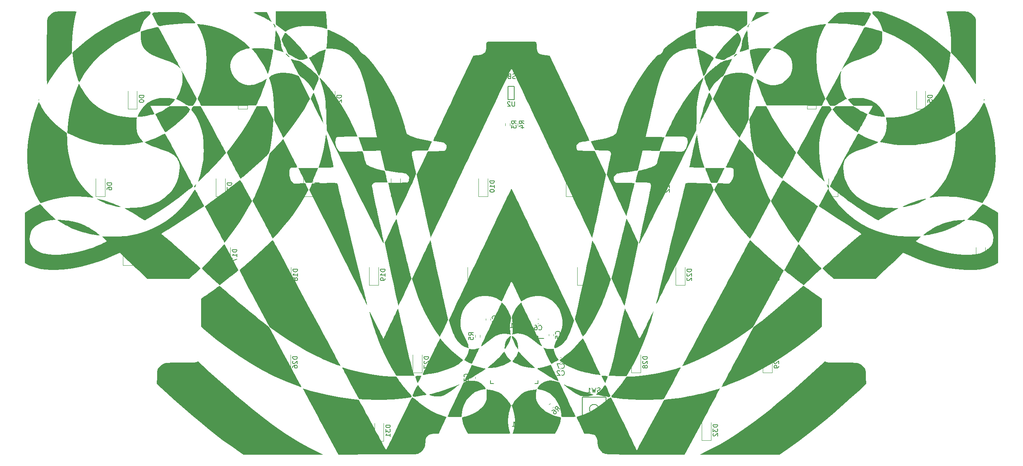
<source format=gbr>
G04 #@! TF.GenerationSoftware,KiCad,Pcbnew,6.0.8-1.fc36*
G04 #@! TF.CreationDate,2022-10-15T08:34:19+02:00*
G04 #@! TF.ProjectId,klacker_small,6b6c6163-6b65-4725-9f73-6d616c6c2e6b,rev?*
G04 #@! TF.SameCoordinates,Original*
G04 #@! TF.FileFunction,Legend,Bot*
G04 #@! TF.FilePolarity,Positive*
%FSLAX46Y46*%
G04 Gerber Fmt 4.6, Leading zero omitted, Abs format (unit mm)*
G04 Created by KiCad (PCBNEW 6.0.8-1.fc36) date 2022-10-15 08:34:19*
%MOMM*%
%LPD*%
G01*
G04 APERTURE LIST*
%ADD10C,0.300000*%
%ADD11C,0.150000*%
%ADD12C,0.120000*%
G04 APERTURE END LIST*
D10*
X129866571Y-66548000D02*
X130011714Y-66475428D01*
X130229428Y-66475428D01*
X130447142Y-66548000D01*
X130592285Y-66693142D01*
X130664857Y-66838285D01*
X130737428Y-67128571D01*
X130737428Y-67346285D01*
X130664857Y-67636571D01*
X130592285Y-67781714D01*
X130447142Y-67926857D01*
X130229428Y-67999428D01*
X130084285Y-67999428D01*
X129866571Y-67926857D01*
X129794000Y-67854285D01*
X129794000Y-67346285D01*
X130084285Y-67346285D01*
X128923142Y-66475428D02*
X128923142Y-66838285D01*
X129286000Y-66693142D02*
X128923142Y-66838285D01*
X128560285Y-66693142D01*
X129140857Y-67128571D02*
X128923142Y-66838285D01*
X128705428Y-67128571D01*
X127762000Y-66475428D02*
X127762000Y-66838285D01*
X128124857Y-66693142D02*
X127762000Y-66838285D01*
X127399142Y-66693142D01*
X127979714Y-67128571D02*
X127762000Y-66838285D01*
X127544285Y-67128571D01*
X126600857Y-66475428D02*
X126600857Y-66838285D01*
X126963714Y-66693142D02*
X126600857Y-66838285D01*
X126238000Y-66693142D01*
X126818571Y-67128571D02*
X126600857Y-66838285D01*
X126383142Y-67128571D01*
D11*
X130348095Y-32719880D02*
X130348095Y-33529404D01*
X130300476Y-33624642D01*
X130252857Y-33672261D01*
X130157619Y-33719880D01*
X129967142Y-33719880D01*
X129871904Y-33672261D01*
X129824285Y-33624642D01*
X129776666Y-33529404D01*
X129776666Y-32719880D01*
X129348095Y-33672261D02*
X129205238Y-33719880D01*
X128967142Y-33719880D01*
X128871904Y-33672261D01*
X128824285Y-33624642D01*
X128776666Y-33529404D01*
X128776666Y-33434166D01*
X128824285Y-33338928D01*
X128871904Y-33291309D01*
X128967142Y-33243690D01*
X129157619Y-33196071D01*
X129252857Y-33148452D01*
X129300476Y-33100833D01*
X129348095Y-33005595D01*
X129348095Y-32910357D01*
X129300476Y-32815119D01*
X129252857Y-32767500D01*
X129157619Y-32719880D01*
X128919523Y-32719880D01*
X128776666Y-32767500D01*
X128014761Y-33196071D02*
X127871904Y-33243690D01*
X127824285Y-33291309D01*
X127776666Y-33386547D01*
X127776666Y-33529404D01*
X127824285Y-33624642D01*
X127871904Y-33672261D01*
X127967142Y-33719880D01*
X128348095Y-33719880D01*
X128348095Y-32719880D01*
X128014761Y-32719880D01*
X127919523Y-32767500D01*
X127871904Y-32815119D01*
X127824285Y-32910357D01*
X127824285Y-33005595D01*
X127871904Y-33100833D01*
X127919523Y-33148452D01*
X128014761Y-33196071D01*
X128348095Y-33196071D01*
X126824285Y-33719880D02*
X127395714Y-33719880D01*
X127110000Y-33719880D02*
X127110000Y-32719880D01*
X127205238Y-32862738D01*
X127300476Y-32957976D01*
X127395714Y-33005595D01*
X129861904Y-86902380D02*
X129861904Y-87711904D01*
X129814285Y-87807142D01*
X129766666Y-87854761D01*
X129671428Y-87902380D01*
X129480952Y-87902380D01*
X129385714Y-87854761D01*
X129338095Y-87807142D01*
X129290476Y-87711904D01*
X129290476Y-86902380D01*
X128290476Y-87902380D02*
X128861904Y-87902380D01*
X128576190Y-87902380D02*
X128576190Y-86902380D01*
X128671428Y-87045238D01*
X128766666Y-87140476D01*
X128861904Y-87188095D01*
X131218380Y-43517561D02*
X130742190Y-43184228D01*
X131218380Y-42946132D02*
X130218380Y-42946132D01*
X130218380Y-43327085D01*
X130266000Y-43422323D01*
X130313619Y-43469942D01*
X130408857Y-43517561D01*
X130551714Y-43517561D01*
X130646952Y-43469942D01*
X130694571Y-43422323D01*
X130742190Y-43327085D01*
X130742190Y-42946132D01*
X130551714Y-44374704D02*
X131218380Y-44374704D01*
X130170761Y-44136608D02*
X130885047Y-43898513D01*
X130885047Y-44517561D01*
X120202380Y-89603333D02*
X119726190Y-89270000D01*
X120202380Y-89031904D02*
X119202380Y-89031904D01*
X119202380Y-89412857D01*
X119250000Y-89508095D01*
X119297619Y-89555714D01*
X119392857Y-89603333D01*
X119535714Y-89603333D01*
X119630952Y-89555714D01*
X119678571Y-89508095D01*
X119726190Y-89412857D01*
X119726190Y-89031904D01*
X119202380Y-90508095D02*
X119202380Y-90031904D01*
X119678571Y-89984285D01*
X119630952Y-90031904D01*
X119583333Y-90127142D01*
X119583333Y-90365238D01*
X119630952Y-90460476D01*
X119678571Y-90508095D01*
X119773809Y-90555714D01*
X120011904Y-90555714D01*
X120107142Y-90508095D01*
X120154761Y-90460476D01*
X120202380Y-90365238D01*
X120202380Y-90127142D01*
X120154761Y-90031904D01*
X120107142Y-89984285D01*
X138648895Y-106113193D02*
X138547880Y-105540773D01*
X139052956Y-105709132D02*
X138345850Y-105002025D01*
X138076475Y-105271399D01*
X138042804Y-105372414D01*
X138042804Y-105439758D01*
X138076475Y-105540773D01*
X138177491Y-105641788D01*
X138278506Y-105675460D01*
X138345850Y-105675460D01*
X138446865Y-105641788D01*
X138716239Y-105372414D01*
X137335697Y-106012178D02*
X137470384Y-105877491D01*
X137571399Y-105843819D01*
X137638743Y-105843819D01*
X137807101Y-105877491D01*
X137975460Y-105978506D01*
X138244834Y-106247880D01*
X138278506Y-106348895D01*
X138278506Y-106416239D01*
X138244834Y-106517254D01*
X138110147Y-106651941D01*
X138009132Y-106685613D01*
X137941788Y-106685613D01*
X137840773Y-106651941D01*
X137672414Y-106483582D01*
X137638743Y-106382567D01*
X137638743Y-106315224D01*
X137672414Y-106214208D01*
X137807101Y-106079521D01*
X137908117Y-106045850D01*
X137975460Y-106045850D01*
X138076475Y-106079521D01*
X129221904Y-38736608D02*
X129221904Y-39546132D01*
X129174285Y-39641370D01*
X129126666Y-39688989D01*
X129031428Y-39736608D01*
X128840952Y-39736608D01*
X128745714Y-39688989D01*
X128698095Y-39641370D01*
X128650476Y-39546132D01*
X128650476Y-38736608D01*
X128221904Y-38831847D02*
X128174285Y-38784228D01*
X128079047Y-38736608D01*
X127840952Y-38736608D01*
X127745714Y-38784228D01*
X127698095Y-38831847D01*
X127650476Y-38927085D01*
X127650476Y-39022323D01*
X127698095Y-39165180D01*
X128269523Y-39736608D01*
X127650476Y-39736608D01*
X129567380Y-43517561D02*
X129091190Y-43184228D01*
X129567380Y-42946132D02*
X128567380Y-42946132D01*
X128567380Y-43327085D01*
X128615000Y-43422323D01*
X128662619Y-43469942D01*
X128757857Y-43517561D01*
X128900714Y-43517561D01*
X128995952Y-43469942D01*
X129043571Y-43422323D01*
X129091190Y-43327085D01*
X129091190Y-42946132D01*
X128567380Y-43850894D02*
X128567380Y-44469942D01*
X128948333Y-44136608D01*
X128948333Y-44279466D01*
X128995952Y-44374704D01*
X129043571Y-44422323D01*
X129138809Y-44469942D01*
X129376904Y-44469942D01*
X129472142Y-44422323D01*
X129519761Y-44374704D01*
X129567380Y-44279466D01*
X129567380Y-43993751D01*
X129519761Y-43898513D01*
X129472142Y-43850894D01*
X147833333Y-101965761D02*
X147690476Y-102013380D01*
X147452380Y-102013380D01*
X147357142Y-101965761D01*
X147309523Y-101918142D01*
X147261904Y-101822904D01*
X147261904Y-101727666D01*
X147309523Y-101632428D01*
X147357142Y-101584809D01*
X147452380Y-101537190D01*
X147642857Y-101489571D01*
X147738095Y-101441952D01*
X147785714Y-101394333D01*
X147833333Y-101299095D01*
X147833333Y-101203857D01*
X147785714Y-101108619D01*
X147738095Y-101061000D01*
X147642857Y-101013380D01*
X147404761Y-101013380D01*
X147261904Y-101061000D01*
X146928571Y-101013380D02*
X146690476Y-102013380D01*
X146500000Y-101299095D01*
X146309523Y-102013380D01*
X146071428Y-101013380D01*
X145166666Y-102013380D02*
X145738095Y-102013380D01*
X145452380Y-102013380D02*
X145452380Y-101013380D01*
X145547619Y-101156238D01*
X145642857Y-101251476D01*
X145738095Y-101299095D01*
X125312141Y-106330335D02*
X125359760Y-106282716D01*
X125407379Y-106139859D01*
X125407379Y-106044621D01*
X125359760Y-105901763D01*
X125264522Y-105806525D01*
X125169284Y-105758906D01*
X124978808Y-105711287D01*
X124835951Y-105711287D01*
X124645475Y-105758906D01*
X124550237Y-105806525D01*
X124454999Y-105901763D01*
X124407379Y-106044621D01*
X124407379Y-106139859D01*
X124454999Y-106282716D01*
X124502618Y-106330335D01*
X124835951Y-106901763D02*
X124788332Y-106806525D01*
X124740713Y-106758906D01*
X124645475Y-106711287D01*
X124597856Y-106711287D01*
X124502618Y-106758906D01*
X124454999Y-106806525D01*
X124407379Y-106901763D01*
X124407379Y-107092240D01*
X124454999Y-107187478D01*
X124502618Y-107235097D01*
X124597856Y-107282716D01*
X124645475Y-107282716D01*
X124740713Y-107235097D01*
X124788332Y-107187478D01*
X124835951Y-107092240D01*
X124835951Y-106901763D01*
X124883570Y-106806525D01*
X124931189Y-106758906D01*
X125026427Y-106711287D01*
X125216903Y-106711287D01*
X125312141Y-106758906D01*
X125359760Y-106806525D01*
X125407379Y-106901763D01*
X125407379Y-107092240D01*
X125359760Y-107187478D01*
X125312141Y-107235097D01*
X125216903Y-107282716D01*
X125026427Y-107282716D01*
X124931189Y-107235097D01*
X124883570Y-107187478D01*
X124835951Y-107092240D01*
X133502666Y-33864108D02*
X133836000Y-33387918D01*
X134074095Y-33864108D02*
X134074095Y-32864108D01*
X133693142Y-32864108D01*
X133597904Y-32911728D01*
X133550285Y-32959347D01*
X133502666Y-33054585D01*
X133502666Y-33197442D01*
X133550285Y-33292680D01*
X133597904Y-33340299D01*
X133693142Y-33387918D01*
X134074095Y-33387918D01*
X132550285Y-33864108D02*
X133121714Y-33864108D01*
X132836000Y-33864108D02*
X132836000Y-32864108D01*
X132931238Y-33006966D01*
X133026476Y-33102204D01*
X133121714Y-33149823D01*
X138987142Y-89333333D02*
X139034761Y-89285714D01*
X139082380Y-89142857D01*
X139082380Y-89047619D01*
X139034761Y-88904761D01*
X138939523Y-88809523D01*
X138844285Y-88761904D01*
X138653809Y-88714285D01*
X138510952Y-88714285D01*
X138320476Y-88761904D01*
X138225238Y-88809523D01*
X138130000Y-88904761D01*
X138082380Y-89047619D01*
X138082380Y-89142857D01*
X138130000Y-89285714D01*
X138177619Y-89333333D01*
X138082380Y-90238095D02*
X138082380Y-89761904D01*
X138558571Y-89714285D01*
X138510952Y-89761904D01*
X138463333Y-89857142D01*
X138463333Y-90095238D01*
X138510952Y-90190476D01*
X138558571Y-90238095D01*
X138653809Y-90285714D01*
X138891904Y-90285714D01*
X138987142Y-90238095D01*
X139034761Y-90190476D01*
X139082380Y-90095238D01*
X139082380Y-89857142D01*
X139034761Y-89761904D01*
X138987142Y-89714285D01*
X139416666Y-96687142D02*
X139464285Y-96734761D01*
X139607142Y-96782380D01*
X139702380Y-96782380D01*
X139845238Y-96734761D01*
X139940476Y-96639523D01*
X139988095Y-96544285D01*
X140035714Y-96353809D01*
X140035714Y-96210952D01*
X139988095Y-96020476D01*
X139940476Y-95925238D01*
X139845238Y-95830000D01*
X139702380Y-95782380D01*
X139607142Y-95782380D01*
X139464285Y-95830000D01*
X139416666Y-95877619D01*
X139083333Y-95782380D02*
X138416666Y-95782380D01*
X138845238Y-96782380D01*
X123596666Y-36724108D02*
X123930000Y-36247918D01*
X124168095Y-36724108D02*
X124168095Y-35724108D01*
X123787142Y-35724108D01*
X123691904Y-35771728D01*
X123644285Y-35819347D01*
X123596666Y-35914585D01*
X123596666Y-36057442D01*
X123644285Y-36152680D01*
X123691904Y-36200299D01*
X123787142Y-36247918D01*
X124168095Y-36247918D01*
X123215714Y-35819347D02*
X123168095Y-35771728D01*
X123072857Y-35724108D01*
X122834761Y-35724108D01*
X122739523Y-35771728D01*
X122691904Y-35819347D01*
X122644285Y-35914585D01*
X122644285Y-36009823D01*
X122691904Y-36152680D01*
X123263333Y-36724108D01*
X122644285Y-36724108D01*
X133963524Y-107070773D02*
X133963524Y-107003430D01*
X133896180Y-106868743D01*
X133828837Y-106801399D01*
X133694149Y-106734056D01*
X133559462Y-106734056D01*
X133458447Y-106767727D01*
X133290088Y-106868743D01*
X133189073Y-106969758D01*
X133088058Y-107138117D01*
X133054386Y-107239132D01*
X133054386Y-107373819D01*
X133121730Y-107508506D01*
X133189073Y-107575850D01*
X133323760Y-107643193D01*
X133391104Y-107643193D01*
X134165554Y-108080926D02*
X134636959Y-107609521D01*
X133727821Y-108181941D02*
X134064539Y-107508506D01*
X134502272Y-107946239D01*
X134268142Y-106330334D02*
X134315761Y-106282715D01*
X134363380Y-106139858D01*
X134363380Y-106044620D01*
X134315761Y-105901762D01*
X134220523Y-105806524D01*
X134125285Y-105758905D01*
X133934809Y-105711286D01*
X133791952Y-105711286D01*
X133601476Y-105758905D01*
X133506238Y-105806524D01*
X133411000Y-105901762D01*
X133363380Y-106044620D01*
X133363380Y-106139858D01*
X133411000Y-106282715D01*
X133458619Y-106330334D01*
X134363380Y-106806524D02*
X134363380Y-106997001D01*
X134315761Y-107092239D01*
X134268142Y-107139858D01*
X134125285Y-107235096D01*
X133934809Y-107282715D01*
X133553857Y-107282715D01*
X133458619Y-107235096D01*
X133411000Y-107187477D01*
X133363380Y-107092239D01*
X133363380Y-106901762D01*
X133411000Y-106806524D01*
X133458619Y-106758905D01*
X133553857Y-106711286D01*
X133791952Y-106711286D01*
X133887190Y-106758905D01*
X133934809Y-106806524D01*
X133982428Y-106901762D01*
X133982428Y-107092239D01*
X133934809Y-107187477D01*
X133887190Y-107235096D01*
X133791952Y-107282715D01*
X134492916Y-88327142D02*
X134540535Y-88374761D01*
X134683392Y-88422380D01*
X134778630Y-88422380D01*
X134921488Y-88374761D01*
X135016726Y-88279523D01*
X135064345Y-88184285D01*
X135111964Y-87993809D01*
X135111964Y-87850952D01*
X135064345Y-87660476D01*
X135016726Y-87565238D01*
X134921488Y-87470000D01*
X134778630Y-87422380D01*
X134683392Y-87422380D01*
X134540535Y-87470000D01*
X134492916Y-87517619D01*
X133635773Y-87422380D02*
X133826250Y-87422380D01*
X133921488Y-87470000D01*
X133969107Y-87517619D01*
X134064345Y-87660476D01*
X134111964Y-87850952D01*
X134111964Y-88231904D01*
X134064345Y-88327142D01*
X134016726Y-88374761D01*
X133921488Y-88422380D01*
X133731011Y-88422380D01*
X133635773Y-88374761D01*
X133588154Y-88327142D01*
X133540535Y-88231904D01*
X133540535Y-87993809D01*
X133588154Y-87898571D01*
X133635773Y-87850952D01*
X133731011Y-87803333D01*
X133921488Y-87803333D01*
X134016726Y-87850952D01*
X134064345Y-87898571D01*
X134111964Y-87993809D01*
X139416666Y-98187142D02*
X139464285Y-98234761D01*
X139607142Y-98282380D01*
X139702380Y-98282380D01*
X139845238Y-98234761D01*
X139940476Y-98139523D01*
X139988095Y-98044285D01*
X140035714Y-97853809D01*
X140035714Y-97710952D01*
X139988095Y-97520476D01*
X139940476Y-97425238D01*
X139845238Y-97330000D01*
X139702380Y-97282380D01*
X139607142Y-97282380D01*
X139464285Y-97330000D01*
X139416666Y-97377619D01*
X139035714Y-97377619D02*
X138988095Y-97330000D01*
X138892857Y-97282380D01*
X138654761Y-97282380D01*
X138559523Y-97330000D01*
X138511904Y-97377619D01*
X138464285Y-97472857D01*
X138464285Y-97568095D01*
X138511904Y-97710952D01*
X139083333Y-98282380D01*
X138464285Y-98282380D01*
X119069142Y-98639333D02*
X119116761Y-98591714D01*
X119164380Y-98448857D01*
X119164380Y-98353619D01*
X119116761Y-98210761D01*
X119021523Y-98115523D01*
X118926285Y-98067904D01*
X118735809Y-98020285D01*
X118592952Y-98020285D01*
X118402476Y-98067904D01*
X118307238Y-98115523D01*
X118212000Y-98210761D01*
X118164380Y-98353619D01*
X118164380Y-98448857D01*
X118212000Y-98591714D01*
X118259619Y-98639333D01*
X118164380Y-98972666D02*
X118164380Y-99591714D01*
X118545333Y-99258380D01*
X118545333Y-99401238D01*
X118592952Y-99496476D01*
X118640571Y-99544095D01*
X118735809Y-99591714D01*
X118973904Y-99591714D01*
X119069142Y-99544095D01*
X119116761Y-99496476D01*
X119164380Y-99401238D01*
X119164380Y-99115523D01*
X119116761Y-99020285D01*
X119069142Y-98972666D01*
X125231142Y-85939333D02*
X125278761Y-85891714D01*
X125326380Y-85748857D01*
X125326380Y-85653619D01*
X125278761Y-85510761D01*
X125183523Y-85415523D01*
X125088285Y-85367904D01*
X124897809Y-85320285D01*
X124754952Y-85320285D01*
X124564476Y-85367904D01*
X124469238Y-85415523D01*
X124374000Y-85510761D01*
X124326380Y-85653619D01*
X124326380Y-85748857D01*
X124374000Y-85891714D01*
X124421619Y-85939333D01*
X125326380Y-86891714D02*
X125326380Y-86320285D01*
X125326380Y-86606000D02*
X124326380Y-86606000D01*
X124469238Y-86510761D01*
X124564476Y-86415523D01*
X124612095Y-86320285D01*
X129909190Y-108923190D02*
X129909190Y-109399380D01*
X130242523Y-108399380D02*
X129909190Y-108923190D01*
X129575857Y-108399380D01*
X128718714Y-109399380D02*
X129290142Y-109399380D01*
X129004428Y-109399380D02*
X129004428Y-108399380D01*
X129099666Y-108542238D01*
X129194904Y-108637476D01*
X129290142Y-108685095D01*
X122028571Y-36806666D02*
X122028571Y-36473333D01*
X122552380Y-36473333D02*
X121552380Y-36473333D01*
X121552380Y-36949523D01*
X122552380Y-37854285D02*
X122552380Y-37282857D01*
X122552380Y-37568571D02*
X121552380Y-37568571D01*
X121695238Y-37473333D01*
X121790476Y-37378095D01*
X121838095Y-37282857D01*
X186752380Y-75185714D02*
X185752380Y-75185714D01*
X185752380Y-75423809D01*
X185800000Y-75566666D01*
X185895238Y-75661904D01*
X185990476Y-75709523D01*
X186180952Y-75757142D01*
X186323809Y-75757142D01*
X186514285Y-75709523D01*
X186609523Y-75661904D01*
X186704761Y-75566666D01*
X186752380Y-75423809D01*
X186752380Y-75185714D01*
X185847619Y-76138095D02*
X185800000Y-76185714D01*
X185752380Y-76280952D01*
X185752380Y-76519047D01*
X185800000Y-76614285D01*
X185847619Y-76661904D01*
X185942857Y-76709523D01*
X186038095Y-76709523D01*
X186180952Y-76661904D01*
X186752380Y-76090476D01*
X186752380Y-76709523D01*
X185752380Y-77042857D02*
X185752380Y-77661904D01*
X186133333Y-77328571D01*
X186133333Y-77471428D01*
X186180952Y-77566666D01*
X186228571Y-77614285D01*
X186323809Y-77661904D01*
X186561904Y-77661904D01*
X186657142Y-77614285D01*
X186704761Y-77566666D01*
X186752380Y-77471428D01*
X186752380Y-77185714D01*
X186704761Y-77090476D01*
X186657142Y-77042857D01*
X122433630Y-75185714D02*
X121433630Y-75185714D01*
X121433630Y-75423809D01*
X121481250Y-75566666D01*
X121576488Y-75661904D01*
X121671726Y-75709523D01*
X121862202Y-75757142D01*
X122005059Y-75757142D01*
X122195535Y-75709523D01*
X122290773Y-75661904D01*
X122386011Y-75566666D01*
X122433630Y-75423809D01*
X122433630Y-75185714D01*
X121528869Y-76138095D02*
X121481250Y-76185714D01*
X121433630Y-76280952D01*
X121433630Y-76519047D01*
X121481250Y-76614285D01*
X121528869Y-76661904D01*
X121624107Y-76709523D01*
X121719345Y-76709523D01*
X121862202Y-76661904D01*
X122433630Y-76090476D01*
X122433630Y-76709523D01*
X121433630Y-77328571D02*
X121433630Y-77423809D01*
X121481250Y-77519047D01*
X121528869Y-77566666D01*
X121624107Y-77614285D01*
X121814583Y-77661904D01*
X122052678Y-77661904D01*
X122243154Y-77614285D01*
X122338392Y-77566666D01*
X122386011Y-77519047D01*
X122433630Y-77423809D01*
X122433630Y-77328571D01*
X122386011Y-77233333D01*
X122338392Y-77185714D01*
X122243154Y-77138095D01*
X122052678Y-77090476D01*
X121814583Y-77090476D01*
X121624107Y-77138095D01*
X121528869Y-77185714D01*
X121481250Y-77233333D01*
X121433630Y-77328571D01*
X110477380Y-94235714D02*
X109477380Y-94235714D01*
X109477380Y-94473809D01*
X109525000Y-94616666D01*
X109620238Y-94711904D01*
X109715476Y-94759523D01*
X109905952Y-94807142D01*
X110048809Y-94807142D01*
X110239285Y-94759523D01*
X110334523Y-94711904D01*
X110429761Y-94616666D01*
X110477380Y-94473809D01*
X110477380Y-94235714D01*
X109572619Y-95188095D02*
X109525000Y-95235714D01*
X109477380Y-95330952D01*
X109477380Y-95569047D01*
X109525000Y-95664285D01*
X109572619Y-95711904D01*
X109667857Y-95759523D01*
X109763095Y-95759523D01*
X109905952Y-95711904D01*
X110477380Y-95140476D01*
X110477380Y-95759523D01*
X109477380Y-96092857D02*
X109477380Y-96759523D01*
X110477380Y-96330952D01*
X167702380Y-75185714D02*
X166702380Y-75185714D01*
X166702380Y-75423809D01*
X166750000Y-75566666D01*
X166845238Y-75661904D01*
X166940476Y-75709523D01*
X167130952Y-75757142D01*
X167273809Y-75757142D01*
X167464285Y-75709523D01*
X167559523Y-75661904D01*
X167654761Y-75566666D01*
X167702380Y-75423809D01*
X167702380Y-75185714D01*
X166797619Y-76138095D02*
X166750000Y-76185714D01*
X166702380Y-76280952D01*
X166702380Y-76519047D01*
X166750000Y-76614285D01*
X166797619Y-76661904D01*
X166892857Y-76709523D01*
X166988095Y-76709523D01*
X167130952Y-76661904D01*
X167702380Y-76090476D01*
X167702380Y-76709523D01*
X166797619Y-77090476D02*
X166750000Y-77138095D01*
X166702380Y-77233333D01*
X166702380Y-77471428D01*
X166750000Y-77566666D01*
X166797619Y-77614285D01*
X166892857Y-77661904D01*
X166988095Y-77661904D01*
X167130952Y-77614285D01*
X167702380Y-77042857D01*
X167702380Y-77661904D01*
X105752380Y-56411904D02*
X104752380Y-56411904D01*
X104752380Y-56650000D01*
X104800000Y-56792857D01*
X104895238Y-56888095D01*
X104990476Y-56935714D01*
X105180952Y-56983333D01*
X105323809Y-56983333D01*
X105514285Y-56935714D01*
X105609523Y-56888095D01*
X105704761Y-56792857D01*
X105752380Y-56650000D01*
X105752380Y-56411904D01*
X105752380Y-57459523D02*
X105752380Y-57650000D01*
X105704761Y-57745238D01*
X105657142Y-57792857D01*
X105514285Y-57888095D01*
X105323809Y-57935714D01*
X104942857Y-57935714D01*
X104847619Y-57888095D01*
X104800000Y-57840476D01*
X104752380Y-57745238D01*
X104752380Y-57554761D01*
X104800000Y-57459523D01*
X104847619Y-57411904D01*
X104942857Y-57364285D01*
X105180952Y-57364285D01*
X105276190Y-57411904D01*
X105323809Y-57459523D01*
X105371428Y-57554761D01*
X105371428Y-57745238D01*
X105323809Y-57840476D01*
X105276190Y-57888095D01*
X105180952Y-57935714D01*
X124802380Y-55935714D02*
X123802380Y-55935714D01*
X123802380Y-56173809D01*
X123850000Y-56316666D01*
X123945238Y-56411904D01*
X124040476Y-56459523D01*
X124230952Y-56507142D01*
X124373809Y-56507142D01*
X124564285Y-56459523D01*
X124659523Y-56411904D01*
X124754761Y-56316666D01*
X124802380Y-56173809D01*
X124802380Y-55935714D01*
X124802380Y-57459523D02*
X124802380Y-56888095D01*
X124802380Y-57173809D02*
X123802380Y-57173809D01*
X123945238Y-57078571D01*
X124040476Y-56983333D01*
X124088095Y-56888095D01*
X123802380Y-58078571D02*
X123802380Y-58173809D01*
X123850000Y-58269047D01*
X123897619Y-58316666D01*
X123992857Y-58364285D01*
X124183333Y-58411904D01*
X124421428Y-58411904D01*
X124611904Y-58364285D01*
X124707142Y-58316666D01*
X124754761Y-58269047D01*
X124802380Y-58173809D01*
X124802380Y-58078571D01*
X124754761Y-57983333D01*
X124707142Y-57935714D01*
X124611904Y-57888095D01*
X124421428Y-57840476D01*
X124183333Y-57840476D01*
X123992857Y-57888095D01*
X123897619Y-57935714D01*
X123850000Y-57983333D01*
X123802380Y-58078571D01*
X41502380Y-56411904D02*
X40502380Y-56411904D01*
X40502380Y-56650000D01*
X40550000Y-56792857D01*
X40645238Y-56888095D01*
X40740476Y-56935714D01*
X40930952Y-56983333D01*
X41073809Y-56983333D01*
X41264285Y-56935714D01*
X41359523Y-56888095D01*
X41454761Y-56792857D01*
X41502380Y-56650000D01*
X41502380Y-56411904D01*
X40502380Y-57840476D02*
X40502380Y-57650000D01*
X40550000Y-57554761D01*
X40597619Y-57507142D01*
X40740476Y-57411904D01*
X40930952Y-57364285D01*
X41311904Y-57364285D01*
X41407142Y-57411904D01*
X41454761Y-57459523D01*
X41502380Y-57554761D01*
X41502380Y-57745238D01*
X41454761Y-57840476D01*
X41407142Y-57888095D01*
X41311904Y-57935714D01*
X41073809Y-57935714D01*
X40978571Y-57888095D01*
X40930952Y-57840476D01*
X40883333Y-57745238D01*
X40883333Y-57554761D01*
X40930952Y-57459523D01*
X40978571Y-57411904D01*
X41073809Y-57364285D01*
X211992380Y-70915714D02*
X210992380Y-70915714D01*
X210992380Y-71153809D01*
X211040000Y-71296666D01*
X211135238Y-71391904D01*
X211230476Y-71439523D01*
X211420952Y-71487142D01*
X211563809Y-71487142D01*
X211754285Y-71439523D01*
X211849523Y-71391904D01*
X211944761Y-71296666D01*
X211992380Y-71153809D01*
X211992380Y-70915714D01*
X211087619Y-71868095D02*
X211040000Y-71915714D01*
X210992380Y-72010952D01*
X210992380Y-72249047D01*
X211040000Y-72344285D01*
X211087619Y-72391904D01*
X211182857Y-72439523D01*
X211278095Y-72439523D01*
X211420952Y-72391904D01*
X211992380Y-71820476D01*
X211992380Y-72439523D01*
X211325714Y-73296666D02*
X211992380Y-73296666D01*
X210944761Y-73058571D02*
X211659047Y-72820476D01*
X211659047Y-73439523D01*
X86702380Y-56411904D02*
X85702380Y-56411904D01*
X85702380Y-56650000D01*
X85750000Y-56792857D01*
X85845238Y-56888095D01*
X85940476Y-56935714D01*
X86130952Y-56983333D01*
X86273809Y-56983333D01*
X86464285Y-56935714D01*
X86559523Y-56888095D01*
X86654761Y-56792857D01*
X86702380Y-56650000D01*
X86702380Y-56411904D01*
X86130952Y-57554761D02*
X86083333Y-57459523D01*
X86035714Y-57411904D01*
X85940476Y-57364285D01*
X85892857Y-57364285D01*
X85797619Y-57411904D01*
X85750000Y-57459523D01*
X85702380Y-57554761D01*
X85702380Y-57745238D01*
X85750000Y-57840476D01*
X85797619Y-57888095D01*
X85892857Y-57935714D01*
X85940476Y-57935714D01*
X86035714Y-57888095D01*
X86083333Y-57840476D01*
X86130952Y-57745238D01*
X86130952Y-57554761D01*
X86178571Y-57459523D01*
X86226190Y-57411904D01*
X86321428Y-57364285D01*
X86511904Y-57364285D01*
X86607142Y-57411904D01*
X86654761Y-57459523D01*
X86702380Y-57554761D01*
X86702380Y-57745238D01*
X86654761Y-57840476D01*
X86607142Y-57888095D01*
X86511904Y-57935714D01*
X86321428Y-57935714D01*
X86226190Y-57888095D01*
X86178571Y-57840476D01*
X86130952Y-57745238D01*
X67652380Y-56411904D02*
X66652380Y-56411904D01*
X66652380Y-56650000D01*
X66700000Y-56792857D01*
X66795238Y-56888095D01*
X66890476Y-56935714D01*
X67080952Y-56983333D01*
X67223809Y-56983333D01*
X67414285Y-56935714D01*
X67509523Y-56888095D01*
X67604761Y-56792857D01*
X67652380Y-56650000D01*
X67652380Y-56411904D01*
X66652380Y-57316666D02*
X66652380Y-57983333D01*
X67652380Y-57554761D01*
X196289880Y-37361904D02*
X195289880Y-37361904D01*
X195289880Y-37600000D01*
X195337500Y-37742857D01*
X195432738Y-37838095D01*
X195527976Y-37885714D01*
X195718452Y-37933333D01*
X195861309Y-37933333D01*
X196051785Y-37885714D01*
X196147023Y-37838095D01*
X196242261Y-37742857D01*
X196289880Y-37600000D01*
X196289880Y-37361904D01*
X195623214Y-38790476D02*
X196289880Y-38790476D01*
X195242261Y-38552380D02*
X195956547Y-38314285D01*
X195956547Y-38933333D01*
X162902380Y-55935714D02*
X161902380Y-55935714D01*
X161902380Y-56173809D01*
X161950000Y-56316666D01*
X162045238Y-56411904D01*
X162140476Y-56459523D01*
X162330952Y-56507142D01*
X162473809Y-56507142D01*
X162664285Y-56459523D01*
X162759523Y-56411904D01*
X162854761Y-56316666D01*
X162902380Y-56173809D01*
X162902380Y-55935714D01*
X162902380Y-57459523D02*
X162902380Y-56888095D01*
X162902380Y-57173809D02*
X161902380Y-57173809D01*
X162045238Y-57078571D01*
X162140476Y-56983333D01*
X162188095Y-56888095D01*
X161997619Y-57840476D02*
X161950000Y-57888095D01*
X161902380Y-57983333D01*
X161902380Y-58221428D01*
X161950000Y-58316666D01*
X161997619Y-58364285D01*
X162092857Y-58411904D01*
X162188095Y-58411904D01*
X162330952Y-58364285D01*
X162902380Y-57792857D01*
X162902380Y-58411904D01*
X186677380Y-94235714D02*
X185677380Y-94235714D01*
X185677380Y-94473809D01*
X185725000Y-94616666D01*
X185820238Y-94711904D01*
X185915476Y-94759523D01*
X186105952Y-94807142D01*
X186248809Y-94807142D01*
X186439285Y-94759523D01*
X186534523Y-94711904D01*
X186629761Y-94616666D01*
X186677380Y-94473809D01*
X186677380Y-94235714D01*
X185772619Y-95188095D02*
X185725000Y-95235714D01*
X185677380Y-95330952D01*
X185677380Y-95569047D01*
X185725000Y-95664285D01*
X185772619Y-95711904D01*
X185867857Y-95759523D01*
X185963095Y-95759523D01*
X186105952Y-95711904D01*
X186677380Y-95140476D01*
X186677380Y-95759523D01*
X186677380Y-96235714D02*
X186677380Y-96426190D01*
X186629761Y-96521428D01*
X186582142Y-96569047D01*
X186439285Y-96664285D01*
X186248809Y-96711904D01*
X185867857Y-96711904D01*
X185772619Y-96664285D01*
X185725000Y-96616666D01*
X185677380Y-96521428D01*
X185677380Y-96330952D01*
X185725000Y-96235714D01*
X185772619Y-96188095D01*
X185867857Y-96140476D01*
X186105952Y-96140476D01*
X186201190Y-96188095D01*
X186248809Y-96235714D01*
X186296428Y-96330952D01*
X186296428Y-96521428D01*
X186248809Y-96616666D01*
X186201190Y-96664285D01*
X186105952Y-96711904D01*
X177239880Y-37361904D02*
X176239880Y-37361904D01*
X176239880Y-37600000D01*
X176287500Y-37742857D01*
X176382738Y-37838095D01*
X176477976Y-37885714D01*
X176668452Y-37933333D01*
X176811309Y-37933333D01*
X177001785Y-37885714D01*
X177097023Y-37838095D01*
X177192261Y-37742857D01*
X177239880Y-37600000D01*
X177239880Y-37361904D01*
X176239880Y-38266666D02*
X176239880Y-38885714D01*
X176620833Y-38552380D01*
X176620833Y-38695238D01*
X176668452Y-38790476D01*
X176716071Y-38838095D01*
X176811309Y-38885714D01*
X177049404Y-38885714D01*
X177144642Y-38838095D01*
X177192261Y-38790476D01*
X177239880Y-38695238D01*
X177239880Y-38409523D01*
X177192261Y-38314285D01*
X177144642Y-38266666D01*
X47410380Y-70921714D02*
X46410380Y-70921714D01*
X46410380Y-71159809D01*
X46458000Y-71302666D01*
X46553238Y-71397904D01*
X46648476Y-71445523D01*
X46838952Y-71493142D01*
X46981809Y-71493142D01*
X47172285Y-71445523D01*
X47267523Y-71397904D01*
X47362761Y-71302666D01*
X47410380Y-71159809D01*
X47410380Y-70921714D01*
X47410380Y-72445523D02*
X47410380Y-71874095D01*
X47410380Y-72159809D02*
X46410380Y-72159809D01*
X46553238Y-72064571D01*
X46648476Y-71969333D01*
X46696095Y-71874095D01*
X46410380Y-73302666D02*
X46410380Y-73112190D01*
X46458000Y-73016952D01*
X46505619Y-72969333D01*
X46648476Y-72874095D01*
X46838952Y-72826476D01*
X47219904Y-72826476D01*
X47315142Y-72874095D01*
X47362761Y-72921714D01*
X47410380Y-73016952D01*
X47410380Y-73207428D01*
X47362761Y-73302666D01*
X47315142Y-73350285D01*
X47219904Y-73397904D01*
X46981809Y-73397904D01*
X46886571Y-73350285D01*
X46838952Y-73302666D01*
X46791333Y-73207428D01*
X46791333Y-73016952D01*
X46838952Y-72921714D01*
X46886571Y-72874095D01*
X46981809Y-72826476D01*
X158102380Y-94235714D02*
X157102380Y-94235714D01*
X157102380Y-94473809D01*
X157150000Y-94616666D01*
X157245238Y-94711904D01*
X157340476Y-94759523D01*
X157530952Y-94807142D01*
X157673809Y-94807142D01*
X157864285Y-94759523D01*
X157959523Y-94711904D01*
X158054761Y-94616666D01*
X158102380Y-94473809D01*
X158102380Y-94235714D01*
X157197619Y-95188095D02*
X157150000Y-95235714D01*
X157102380Y-95330952D01*
X157102380Y-95569047D01*
X157150000Y-95664285D01*
X157197619Y-95711904D01*
X157292857Y-95759523D01*
X157388095Y-95759523D01*
X157530952Y-95711904D01*
X158102380Y-95140476D01*
X158102380Y-95759523D01*
X157530952Y-96330952D02*
X157483333Y-96235714D01*
X157435714Y-96188095D01*
X157340476Y-96140476D01*
X157292857Y-96140476D01*
X157197619Y-96188095D01*
X157150000Y-96235714D01*
X157102380Y-96330952D01*
X157102380Y-96521428D01*
X157150000Y-96616666D01*
X157197619Y-96664285D01*
X157292857Y-96711904D01*
X157340476Y-96711904D01*
X157435714Y-96664285D01*
X157483333Y-96616666D01*
X157530952Y-96521428D01*
X157530952Y-96330952D01*
X157578571Y-96235714D01*
X157626190Y-96188095D01*
X157721428Y-96140476D01*
X157911904Y-96140476D01*
X158007142Y-96188095D01*
X158054761Y-96235714D01*
X158102380Y-96330952D01*
X158102380Y-96521428D01*
X158054761Y-96616666D01*
X158007142Y-96664285D01*
X157911904Y-96711904D01*
X157721428Y-96711904D01*
X157626190Y-96664285D01*
X157578571Y-96616666D01*
X157530952Y-96521428D01*
X181952380Y-55935714D02*
X180952380Y-55935714D01*
X180952380Y-56173809D01*
X181000000Y-56316666D01*
X181095238Y-56411904D01*
X181190476Y-56459523D01*
X181380952Y-56507142D01*
X181523809Y-56507142D01*
X181714285Y-56459523D01*
X181809523Y-56411904D01*
X181904761Y-56316666D01*
X181952380Y-56173809D01*
X181952380Y-55935714D01*
X181952380Y-57459523D02*
X181952380Y-56888095D01*
X181952380Y-57173809D02*
X180952380Y-57173809D01*
X181095238Y-57078571D01*
X181190476Y-56983333D01*
X181238095Y-56888095D01*
X180952380Y-57792857D02*
X180952380Y-58411904D01*
X181333333Y-58078571D01*
X181333333Y-58221428D01*
X181380952Y-58316666D01*
X181428571Y-58364285D01*
X181523809Y-58411904D01*
X181761904Y-58411904D01*
X181857142Y-58364285D01*
X181904761Y-58316666D01*
X181952380Y-58221428D01*
X181952380Y-57935714D01*
X181904761Y-57840476D01*
X181857142Y-57792857D01*
X201002380Y-55935714D02*
X200002380Y-55935714D01*
X200002380Y-56173809D01*
X200050000Y-56316666D01*
X200145238Y-56411904D01*
X200240476Y-56459523D01*
X200430952Y-56507142D01*
X200573809Y-56507142D01*
X200764285Y-56459523D01*
X200859523Y-56411904D01*
X200954761Y-56316666D01*
X201002380Y-56173809D01*
X201002380Y-55935714D01*
X201002380Y-57459523D02*
X201002380Y-56888095D01*
X201002380Y-57173809D02*
X200002380Y-57173809D01*
X200145238Y-57078571D01*
X200240476Y-56983333D01*
X200288095Y-56888095D01*
X200335714Y-58316666D02*
X201002380Y-58316666D01*
X199954761Y-58078571D02*
X200669047Y-57840476D01*
X200669047Y-58459523D01*
X72502380Y-37361904D02*
X71502380Y-37361904D01*
X71502380Y-37600000D01*
X71550000Y-37742857D01*
X71645238Y-37838095D01*
X71740476Y-37885714D01*
X71930952Y-37933333D01*
X72073809Y-37933333D01*
X72264285Y-37885714D01*
X72359523Y-37838095D01*
X72454761Y-37742857D01*
X72502380Y-37600000D01*
X72502380Y-37361904D01*
X72502380Y-38885714D02*
X72502380Y-38314285D01*
X72502380Y-38600000D02*
X71502380Y-38600000D01*
X71645238Y-38504761D01*
X71740476Y-38409523D01*
X71788095Y-38314285D01*
X81902380Y-94235714D02*
X80902380Y-94235714D01*
X80902380Y-94473809D01*
X80950000Y-94616666D01*
X81045238Y-94711904D01*
X81140476Y-94759523D01*
X81330952Y-94807142D01*
X81473809Y-94807142D01*
X81664285Y-94759523D01*
X81759523Y-94711904D01*
X81854761Y-94616666D01*
X81902380Y-94473809D01*
X81902380Y-94235714D01*
X80997619Y-95188095D02*
X80950000Y-95235714D01*
X80902380Y-95330952D01*
X80902380Y-95569047D01*
X80950000Y-95664285D01*
X80997619Y-95711904D01*
X81092857Y-95759523D01*
X81188095Y-95759523D01*
X81330952Y-95711904D01*
X81902380Y-95140476D01*
X81902380Y-95759523D01*
X80902380Y-96616666D02*
X80902380Y-96426190D01*
X80950000Y-96330952D01*
X80997619Y-96283333D01*
X81140476Y-96188095D01*
X81330952Y-96140476D01*
X81711904Y-96140476D01*
X81807142Y-96188095D01*
X81854761Y-96235714D01*
X81902380Y-96330952D01*
X81902380Y-96521428D01*
X81854761Y-96616666D01*
X81807142Y-96664285D01*
X81711904Y-96711904D01*
X81473809Y-96711904D01*
X81378571Y-96664285D01*
X81330952Y-96616666D01*
X81283333Y-96521428D01*
X81283333Y-96330952D01*
X81330952Y-96235714D01*
X81378571Y-96188095D01*
X81473809Y-96140476D01*
X102142380Y-109115714D02*
X101142380Y-109115714D01*
X101142380Y-109353809D01*
X101190000Y-109496666D01*
X101285238Y-109591904D01*
X101380476Y-109639523D01*
X101570952Y-109687142D01*
X101713809Y-109687142D01*
X101904285Y-109639523D01*
X101999523Y-109591904D01*
X102094761Y-109496666D01*
X102142380Y-109353809D01*
X102142380Y-109115714D01*
X101142380Y-110020476D02*
X101142380Y-110639523D01*
X101523333Y-110306190D01*
X101523333Y-110449047D01*
X101570952Y-110544285D01*
X101618571Y-110591904D01*
X101713809Y-110639523D01*
X101951904Y-110639523D01*
X102047142Y-110591904D01*
X102094761Y-110544285D01*
X102142380Y-110449047D01*
X102142380Y-110163333D01*
X102094761Y-110068095D01*
X102047142Y-110020476D01*
X102142380Y-111591904D02*
X102142380Y-111020476D01*
X102142380Y-111306190D02*
X101142380Y-111306190D01*
X101285238Y-111210952D01*
X101380476Y-111115714D01*
X101428095Y-111020476D01*
X101002380Y-75185714D02*
X100002380Y-75185714D01*
X100002380Y-75423809D01*
X100050000Y-75566666D01*
X100145238Y-75661904D01*
X100240476Y-75709523D01*
X100430952Y-75757142D01*
X100573809Y-75757142D01*
X100764285Y-75709523D01*
X100859523Y-75661904D01*
X100954761Y-75566666D01*
X101002380Y-75423809D01*
X101002380Y-75185714D01*
X101002380Y-76709523D02*
X101002380Y-76138095D01*
X101002380Y-76423809D02*
X100002380Y-76423809D01*
X100145238Y-76328571D01*
X100240476Y-76233333D01*
X100288095Y-76138095D01*
X101002380Y-77185714D02*
X101002380Y-77376190D01*
X100954761Y-77471428D01*
X100907142Y-77519047D01*
X100764285Y-77614285D01*
X100573809Y-77661904D01*
X100192857Y-77661904D01*
X100097619Y-77614285D01*
X100050000Y-77566666D01*
X100002380Y-77471428D01*
X100002380Y-77280952D01*
X100050000Y-77185714D01*
X100097619Y-77138095D01*
X100192857Y-77090476D01*
X100430952Y-77090476D01*
X100526190Y-77138095D01*
X100573809Y-77185714D01*
X100621428Y-77280952D01*
X100621428Y-77471428D01*
X100573809Y-77566666D01*
X100526190Y-77614285D01*
X100430952Y-77661904D01*
X227196130Y-55935714D02*
X226196130Y-55935714D01*
X226196130Y-56173809D01*
X226243750Y-56316666D01*
X226338988Y-56411904D01*
X226434226Y-56459523D01*
X226624702Y-56507142D01*
X226767559Y-56507142D01*
X226958035Y-56459523D01*
X227053273Y-56411904D01*
X227148511Y-56316666D01*
X227196130Y-56173809D01*
X227196130Y-55935714D01*
X227196130Y-57459523D02*
X227196130Y-56888095D01*
X227196130Y-57173809D02*
X226196130Y-57173809D01*
X226338988Y-57078571D01*
X226434226Y-56983333D01*
X226481845Y-56888095D01*
X226196130Y-58364285D02*
X226196130Y-57888095D01*
X226672321Y-57840476D01*
X226624702Y-57888095D01*
X226577083Y-57983333D01*
X226577083Y-58221428D01*
X226624702Y-58316666D01*
X226672321Y-58364285D01*
X226767559Y-58411904D01*
X227005654Y-58411904D01*
X227100892Y-58364285D01*
X227148511Y-58316666D01*
X227196130Y-58221428D01*
X227196130Y-57983333D01*
X227148511Y-57888095D01*
X227100892Y-57840476D01*
X73312380Y-109115714D02*
X72312380Y-109115714D01*
X72312380Y-109353809D01*
X72360000Y-109496666D01*
X72455238Y-109591904D01*
X72550476Y-109639523D01*
X72740952Y-109687142D01*
X72883809Y-109687142D01*
X73074285Y-109639523D01*
X73169523Y-109591904D01*
X73264761Y-109496666D01*
X73312380Y-109353809D01*
X73312380Y-109115714D01*
X72312380Y-110020476D02*
X72312380Y-110639523D01*
X72693333Y-110306190D01*
X72693333Y-110449047D01*
X72740952Y-110544285D01*
X72788571Y-110591904D01*
X72883809Y-110639523D01*
X73121904Y-110639523D01*
X73217142Y-110591904D01*
X73264761Y-110544285D01*
X73312380Y-110449047D01*
X73312380Y-110163333D01*
X73264761Y-110068095D01*
X73217142Y-110020476D01*
X72312380Y-111258571D02*
X72312380Y-111353809D01*
X72360000Y-111449047D01*
X72407619Y-111496666D01*
X72502857Y-111544285D01*
X72693333Y-111591904D01*
X72931428Y-111591904D01*
X73121904Y-111544285D01*
X73217142Y-111496666D01*
X73264761Y-111449047D01*
X73312380Y-111353809D01*
X73312380Y-111258571D01*
X73264761Y-111163333D01*
X73217142Y-111115714D01*
X73121904Y-111068095D01*
X72931428Y-111020476D01*
X72693333Y-111020476D01*
X72502857Y-111068095D01*
X72407619Y-111115714D01*
X72360000Y-111163333D01*
X72312380Y-111258571D01*
X173394380Y-109021714D02*
X172394380Y-109021714D01*
X172394380Y-109259809D01*
X172442000Y-109402666D01*
X172537238Y-109497904D01*
X172632476Y-109545523D01*
X172822952Y-109593142D01*
X172965809Y-109593142D01*
X173156285Y-109545523D01*
X173251523Y-109497904D01*
X173346761Y-109402666D01*
X173394380Y-109259809D01*
X173394380Y-109021714D01*
X172394380Y-109926476D02*
X172394380Y-110545523D01*
X172775333Y-110212190D01*
X172775333Y-110355047D01*
X172822952Y-110450285D01*
X172870571Y-110497904D01*
X172965809Y-110545523D01*
X173203904Y-110545523D01*
X173299142Y-110497904D01*
X173346761Y-110450285D01*
X173394380Y-110355047D01*
X173394380Y-110069333D01*
X173346761Y-109974095D01*
X173299142Y-109926476D01*
X172489619Y-110926476D02*
X172442000Y-110974095D01*
X172394380Y-111069333D01*
X172394380Y-111307428D01*
X172442000Y-111402666D01*
X172489619Y-111450285D01*
X172584857Y-111497904D01*
X172680095Y-111497904D01*
X172822952Y-111450285D01*
X173394380Y-110878857D01*
X173394380Y-111497904D01*
X143852380Y-55935714D02*
X142852380Y-55935714D01*
X142852380Y-56173809D01*
X142900000Y-56316666D01*
X142995238Y-56411904D01*
X143090476Y-56459523D01*
X143280952Y-56507142D01*
X143423809Y-56507142D01*
X143614285Y-56459523D01*
X143709523Y-56411904D01*
X143804761Y-56316666D01*
X143852380Y-56173809D01*
X143852380Y-55935714D01*
X143852380Y-57459523D02*
X143852380Y-56888095D01*
X143852380Y-57173809D02*
X142852380Y-57173809D01*
X142995238Y-57078571D01*
X143090476Y-56983333D01*
X143138095Y-56888095D01*
X143852380Y-58411904D02*
X143852380Y-57840476D01*
X143852380Y-58126190D02*
X142852380Y-58126190D01*
X142995238Y-58030952D01*
X143090476Y-57935714D01*
X143138095Y-57840476D01*
X81952380Y-75185714D02*
X80952380Y-75185714D01*
X80952380Y-75423809D01*
X81000000Y-75566666D01*
X81095238Y-75661904D01*
X81190476Y-75709523D01*
X81380952Y-75757142D01*
X81523809Y-75757142D01*
X81714285Y-75709523D01*
X81809523Y-75661904D01*
X81904761Y-75566666D01*
X81952380Y-75423809D01*
X81952380Y-75185714D01*
X81952380Y-76709523D02*
X81952380Y-76138095D01*
X81952380Y-76423809D02*
X80952380Y-76423809D01*
X81095238Y-76328571D01*
X81190476Y-76233333D01*
X81238095Y-76138095D01*
X81380952Y-77280952D02*
X81333333Y-77185714D01*
X81285714Y-77138095D01*
X81190476Y-77090476D01*
X81142857Y-77090476D01*
X81047619Y-77138095D01*
X81000000Y-77185714D01*
X80952380Y-77280952D01*
X80952380Y-77471428D01*
X81000000Y-77566666D01*
X81047619Y-77614285D01*
X81142857Y-77661904D01*
X81190476Y-77661904D01*
X81285714Y-77614285D01*
X81333333Y-77566666D01*
X81380952Y-77471428D01*
X81380952Y-77280952D01*
X81428571Y-77185714D01*
X81476190Y-77138095D01*
X81571428Y-77090476D01*
X81761904Y-77090476D01*
X81857142Y-77138095D01*
X81904761Y-77185714D01*
X81952380Y-77280952D01*
X81952380Y-77471428D01*
X81904761Y-77566666D01*
X81857142Y-77614285D01*
X81761904Y-77661904D01*
X81571428Y-77661904D01*
X81476190Y-77614285D01*
X81428571Y-77566666D01*
X81380952Y-77471428D01*
X188634380Y-109021714D02*
X187634380Y-109021714D01*
X187634380Y-109259809D01*
X187682000Y-109402666D01*
X187777238Y-109497904D01*
X187872476Y-109545523D01*
X188062952Y-109593142D01*
X188205809Y-109593142D01*
X188396285Y-109545523D01*
X188491523Y-109497904D01*
X188586761Y-109402666D01*
X188634380Y-109259809D01*
X188634380Y-109021714D01*
X187634380Y-109926476D02*
X187634380Y-110545523D01*
X188015333Y-110212190D01*
X188015333Y-110355047D01*
X188062952Y-110450285D01*
X188110571Y-110497904D01*
X188205809Y-110545523D01*
X188443904Y-110545523D01*
X188539142Y-110497904D01*
X188586761Y-110450285D01*
X188634380Y-110355047D01*
X188634380Y-110069333D01*
X188586761Y-109974095D01*
X188539142Y-109926476D01*
X187634380Y-110878857D02*
X187634380Y-111497904D01*
X188015333Y-111164571D01*
X188015333Y-111307428D01*
X188062952Y-111402666D01*
X188110571Y-111450285D01*
X188205809Y-111497904D01*
X188443904Y-111497904D01*
X188539142Y-111450285D01*
X188586761Y-111402666D01*
X188634380Y-111307428D01*
X188634380Y-111021714D01*
X188586761Y-110926476D01*
X188539142Y-110878857D01*
X91502380Y-37361904D02*
X90502380Y-37361904D01*
X90502380Y-37600000D01*
X90550000Y-37742857D01*
X90645238Y-37838095D01*
X90740476Y-37885714D01*
X90930952Y-37933333D01*
X91073809Y-37933333D01*
X91264285Y-37885714D01*
X91359523Y-37838095D01*
X91454761Y-37742857D01*
X91502380Y-37600000D01*
X91502380Y-37361904D01*
X90597619Y-38314285D02*
X90550000Y-38361904D01*
X90502380Y-38457142D01*
X90502380Y-38695238D01*
X90550000Y-38790476D01*
X90597619Y-38838095D01*
X90692857Y-38885714D01*
X90788095Y-38885714D01*
X90930952Y-38838095D01*
X91502380Y-38266666D01*
X91502380Y-38885714D01*
X48489880Y-37361904D02*
X47489880Y-37361904D01*
X47489880Y-37600000D01*
X47537500Y-37742857D01*
X47632738Y-37838095D01*
X47727976Y-37885714D01*
X47918452Y-37933333D01*
X48061309Y-37933333D01*
X48251785Y-37885714D01*
X48347023Y-37838095D01*
X48442261Y-37742857D01*
X48489880Y-37600000D01*
X48489880Y-37361904D01*
X47489880Y-38552380D02*
X47489880Y-38647619D01*
X47537500Y-38742857D01*
X47585119Y-38790476D01*
X47680357Y-38838095D01*
X47870833Y-38885714D01*
X48108928Y-38885714D01*
X48299404Y-38838095D01*
X48394642Y-38790476D01*
X48442261Y-38742857D01*
X48489880Y-38647619D01*
X48489880Y-38552380D01*
X48442261Y-38457142D01*
X48394642Y-38409523D01*
X48299404Y-38361904D01*
X48108928Y-38314285D01*
X47870833Y-38314285D01*
X47680357Y-38361904D01*
X47585119Y-38409523D01*
X47537500Y-38457142D01*
X47489880Y-38552380D01*
X220102380Y-37361904D02*
X219102380Y-37361904D01*
X219102380Y-37600000D01*
X219150000Y-37742857D01*
X219245238Y-37838095D01*
X219340476Y-37885714D01*
X219530952Y-37933333D01*
X219673809Y-37933333D01*
X219864285Y-37885714D01*
X219959523Y-37838095D01*
X220054761Y-37742857D01*
X220102380Y-37600000D01*
X220102380Y-37361904D01*
X219102380Y-38838095D02*
X219102380Y-38361904D01*
X219578571Y-38314285D01*
X219530952Y-38361904D01*
X219483333Y-38457142D01*
X219483333Y-38695238D01*
X219530952Y-38790476D01*
X219578571Y-38838095D01*
X219673809Y-38885714D01*
X219911904Y-38885714D01*
X220007142Y-38838095D01*
X220054761Y-38790476D01*
X220102380Y-38695238D01*
X220102380Y-38457142D01*
X220054761Y-38361904D01*
X220007142Y-38314285D01*
X68746380Y-70921714D02*
X67746380Y-70921714D01*
X67746380Y-71159809D01*
X67794000Y-71302666D01*
X67889238Y-71397904D01*
X67984476Y-71445523D01*
X68174952Y-71493142D01*
X68317809Y-71493142D01*
X68508285Y-71445523D01*
X68603523Y-71397904D01*
X68698761Y-71302666D01*
X68746380Y-71159809D01*
X68746380Y-70921714D01*
X68746380Y-72445523D02*
X68746380Y-71874095D01*
X68746380Y-72159809D02*
X67746380Y-72159809D01*
X67889238Y-72064571D01*
X67984476Y-71969333D01*
X68032095Y-71874095D01*
X67746380Y-72778857D02*
X67746380Y-73445523D01*
X68746380Y-73016952D01*
X146271130Y-75185714D02*
X145271130Y-75185714D01*
X145271130Y-75423809D01*
X145318750Y-75566666D01*
X145413988Y-75661904D01*
X145509226Y-75709523D01*
X145699702Y-75757142D01*
X145842559Y-75757142D01*
X146033035Y-75709523D01*
X146128273Y-75661904D01*
X146223511Y-75566666D01*
X146271130Y-75423809D01*
X146271130Y-75185714D01*
X145366369Y-76138095D02*
X145318750Y-76185714D01*
X145271130Y-76280952D01*
X145271130Y-76519047D01*
X145318750Y-76614285D01*
X145366369Y-76661904D01*
X145461607Y-76709523D01*
X145556845Y-76709523D01*
X145699702Y-76661904D01*
X146271130Y-76090476D01*
X146271130Y-76709523D01*
X146271130Y-77661904D02*
X146271130Y-77090476D01*
X146271130Y-77376190D02*
X145271130Y-77376190D01*
X145413988Y-77280952D01*
X145509226Y-77185714D01*
X145556845Y-77090476D01*
X233112380Y-70915714D02*
X232112380Y-70915714D01*
X232112380Y-71153809D01*
X232160000Y-71296666D01*
X232255238Y-71391904D01*
X232350476Y-71439523D01*
X232540952Y-71487142D01*
X232683809Y-71487142D01*
X232874285Y-71439523D01*
X232969523Y-71391904D01*
X233064761Y-71296666D01*
X233112380Y-71153809D01*
X233112380Y-70915714D01*
X232207619Y-71868095D02*
X232160000Y-71915714D01*
X232112380Y-72010952D01*
X232112380Y-72249047D01*
X232160000Y-72344285D01*
X232207619Y-72391904D01*
X232302857Y-72439523D01*
X232398095Y-72439523D01*
X232540952Y-72391904D01*
X233112380Y-71820476D01*
X233112380Y-72439523D01*
X232112380Y-73344285D02*
X232112380Y-72868095D01*
X232588571Y-72820476D01*
X232540952Y-72868095D01*
X232493333Y-72963333D01*
X232493333Y-73201428D01*
X232540952Y-73296666D01*
X232588571Y-73344285D01*
X232683809Y-73391904D01*
X232921904Y-73391904D01*
X233017142Y-73344285D01*
X233064761Y-73296666D01*
X233112380Y-73201428D01*
X233112380Y-72963333D01*
X233064761Y-72868095D01*
X233017142Y-72820476D01*
G36*
X197133137Y-95405588D02*
G01*
X197152121Y-95411814D01*
X197296057Y-95448240D01*
X197486968Y-95477490D01*
X197743516Y-95500288D01*
X198084364Y-95517361D01*
X198528174Y-95529435D01*
X199093606Y-95537236D01*
X199799325Y-95541489D01*
X200663991Y-95542921D01*
X200798257Y-95542960D01*
X201601634Y-95543562D01*
X202250131Y-95545579D01*
X202763539Y-95550160D01*
X203161650Y-95558456D01*
X203464256Y-95571619D01*
X203691147Y-95590800D01*
X203862115Y-95617148D01*
X203996953Y-95651816D01*
X204115450Y-95695954D01*
X204237399Y-95750712D01*
X204547978Y-95920267D01*
X205066690Y-96351305D01*
X205459321Y-96901934D01*
X205470630Y-96923323D01*
X205541698Y-97077769D01*
X205593359Y-97248371D01*
X205629575Y-97467296D01*
X205654307Y-97766715D01*
X205671518Y-98178797D01*
X205685170Y-98735713D01*
X205715425Y-100203586D01*
X204620237Y-101214266D01*
X204041126Y-101746708D01*
X202280499Y-103341549D01*
X200525242Y-104896484D01*
X198787882Y-106401257D01*
X197080949Y-107845616D01*
X195416971Y-109219308D01*
X193808477Y-110512079D01*
X192267995Y-111713677D01*
X190808054Y-112813847D01*
X189441182Y-113802337D01*
X188179909Y-114668892D01*
X186866937Y-115543450D01*
X178188650Y-115541379D01*
X169510363Y-115539309D01*
X171108965Y-114760313D01*
X171811455Y-114412366D01*
X173784921Y-113371077D01*
X175723796Y-112249326D01*
X177658103Y-111028441D01*
X179617860Y-109689749D01*
X181633091Y-108214578D01*
X182055878Y-107893305D01*
X183429503Y-106823441D01*
X184903774Y-105638771D01*
X186464412Y-104351432D01*
X188097138Y-102973561D01*
X189787671Y-101517294D01*
X191521734Y-99994769D01*
X193285046Y-98418122D01*
X195063329Y-96799490D01*
X196729773Y-95269119D01*
X197133137Y-95405588D01*
G37*
G36*
X173906517Y-101177604D02*
G01*
X173905934Y-101179600D01*
X173855448Y-101281187D01*
X173727623Y-101526476D01*
X173528330Y-101904455D01*
X173263437Y-102404114D01*
X172938815Y-103014440D01*
X172560332Y-103724422D01*
X172133857Y-104523049D01*
X171665261Y-105399310D01*
X171160412Y-106342193D01*
X170625179Y-107340686D01*
X170065433Y-108383779D01*
X166224349Y-115537868D01*
X157825609Y-115540659D01*
X156979230Y-115541039D01*
X155608318Y-115541822D01*
X154398054Y-115542047D01*
X153337580Y-115540902D01*
X152416035Y-115537570D01*
X151622560Y-115531237D01*
X150946295Y-115521089D01*
X150376380Y-115506311D01*
X149901956Y-115486089D01*
X149512163Y-115459609D01*
X149196142Y-115426055D01*
X148943032Y-115384613D01*
X148741974Y-115334469D01*
X148582109Y-115274809D01*
X148452576Y-115204816D01*
X148342517Y-115123678D01*
X148241071Y-115030580D01*
X148137378Y-114924707D01*
X148020580Y-114805244D01*
X147816635Y-114583859D01*
X147497804Y-114098481D01*
X147318985Y-113556038D01*
X147263161Y-112914040D01*
X147222193Y-112417837D01*
X147077080Y-111915666D01*
X146838130Y-111532924D01*
X146779737Y-111472097D01*
X146538039Y-111287676D01*
X146230369Y-111160802D01*
X145819986Y-111079756D01*
X145270149Y-111032821D01*
X144387277Y-110985610D01*
X143515570Y-109171510D01*
X143512890Y-109165934D01*
X143234164Y-108584340D01*
X143025470Y-108142064D01*
X142879670Y-107819200D01*
X142789627Y-107595838D01*
X142748201Y-107452071D01*
X142748254Y-107367991D01*
X142782648Y-107323689D01*
X142844245Y-107299258D01*
X143365370Y-107140159D01*
X144580546Y-106697136D01*
X145716488Y-106168477D01*
X146808940Y-105534289D01*
X147893649Y-104774676D01*
X149006359Y-103869746D01*
X149092801Y-103795363D01*
X149467479Y-103485766D01*
X149746166Y-103286312D01*
X149953405Y-103184214D01*
X150113742Y-103166685D01*
X150251722Y-103220938D01*
X150285153Y-103272512D01*
X150391675Y-103472022D01*
X150563024Y-103808978D01*
X150792857Y-104270425D01*
X151074834Y-104843409D01*
X151402616Y-105514973D01*
X151769860Y-106272164D01*
X152170226Y-107102027D01*
X152597374Y-107991605D01*
X153044962Y-108927945D01*
X153384761Y-109639399D01*
X153815384Y-110538156D01*
X154219762Y-111378944D01*
X154591681Y-112149006D01*
X154924927Y-112835591D01*
X155213287Y-113425942D01*
X155450547Y-113907306D01*
X155630494Y-114266928D01*
X155746915Y-114492054D01*
X155793595Y-114569931D01*
X155819184Y-114534529D01*
X155922443Y-114359537D01*
X156097678Y-114049412D01*
X156338015Y-113616705D01*
X156636580Y-113073970D01*
X156986499Y-112433759D01*
X157380898Y-111708624D01*
X157812902Y-110911117D01*
X158275637Y-110053791D01*
X158762230Y-109149199D01*
X159090151Y-108538867D01*
X159562224Y-107661321D01*
X160005890Y-106837853D01*
X160414239Y-106081221D01*
X160780362Y-105404179D01*
X161097350Y-104819485D01*
X161358294Y-104339894D01*
X161556284Y-103978164D01*
X161684410Y-103747050D01*
X161735764Y-103659309D01*
X161758687Y-103647769D01*
X161926097Y-103609439D01*
X162224031Y-103561789D01*
X162619318Y-103509781D01*
X163078785Y-103458379D01*
X163565137Y-103404493D01*
X164622578Y-103266990D01*
X165757012Y-103096689D01*
X166906087Y-102903782D01*
X168007454Y-102698457D01*
X168998759Y-102490905D01*
X169370929Y-102404670D01*
X169987744Y-102253303D01*
X170661663Y-102080109D01*
X171354362Y-101895527D01*
X172027519Y-101709995D01*
X172642808Y-101533954D01*
X173161907Y-101377842D01*
X173546493Y-101252099D01*
X173645986Y-101219154D01*
X173832511Y-101172083D01*
X173906517Y-101177604D01*
G37*
G36*
X83263485Y-101203907D02*
G01*
X83510962Y-101266917D01*
X83858075Y-101364686D01*
X84273825Y-101488938D01*
X85147666Y-101748091D01*
X88048412Y-102488437D01*
X90992980Y-103058853D01*
X93969214Y-103456871D01*
X94157395Y-103477132D01*
X94595303Y-103529873D01*
X94955856Y-103581149D01*
X95205889Y-103625961D01*
X95312235Y-103659309D01*
X95337709Y-103701433D01*
X95441140Y-103886411D01*
X95616725Y-104206236D01*
X95857556Y-104648152D01*
X96156722Y-105199403D01*
X96507316Y-105847231D01*
X96902427Y-106578881D01*
X97335145Y-107381597D01*
X97798563Y-108242622D01*
X98285770Y-109149199D01*
X98618635Y-109768330D01*
X99089785Y-110642179D01*
X99532420Y-111460234D01*
X99939665Y-112209940D01*
X100304644Y-112878746D01*
X100620480Y-113454099D01*
X100880300Y-113923447D01*
X101077228Y-114274236D01*
X101204387Y-114493915D01*
X101254903Y-114569931D01*
X101283662Y-114524983D01*
X101383792Y-114334430D01*
X101548944Y-114006281D01*
X101772907Y-113553291D01*
X102049464Y-112988213D01*
X102372402Y-112323804D01*
X102735508Y-111572818D01*
X103132566Y-110748009D01*
X103557362Y-109862133D01*
X104003683Y-108927945D01*
X104338221Y-108227616D01*
X104771155Y-107324811D01*
X105178932Y-106478402D01*
X105555212Y-105701347D01*
X105893654Y-105006601D01*
X106187921Y-104407119D01*
X106431671Y-103915856D01*
X106618565Y-103545767D01*
X106742263Y-103309810D01*
X106796425Y-103220938D01*
X106899913Y-103173192D01*
X107066174Y-103172107D01*
X107275015Y-103262987D01*
X107552422Y-103458513D01*
X107924380Y-103771366D01*
X108622897Y-104361324D01*
X109803159Y-105245629D01*
X110977976Y-105978407D01*
X112169407Y-106572835D01*
X113399509Y-107042090D01*
X114398627Y-107368873D01*
X113529674Y-109177242D01*
X112660722Y-110985610D01*
X111777850Y-111032821D01*
X111614439Y-111042738D01*
X111105654Y-111097681D01*
X110726458Y-111189881D01*
X110440110Y-111331056D01*
X110209869Y-111532924D01*
X109999894Y-111852147D01*
X109840522Y-112339386D01*
X109784839Y-112914040D01*
X109773050Y-113167230D01*
X109719009Y-113572639D01*
X109635965Y-113911776D01*
X109583269Y-114044225D01*
X109324216Y-114471874D01*
X108963525Y-114872128D01*
X108549788Y-115196969D01*
X108131599Y-115398377D01*
X108114025Y-115403497D01*
X108013466Y-115425576D01*
X107873668Y-115445045D01*
X107683986Y-115462067D01*
X107433775Y-115476805D01*
X107112390Y-115489423D01*
X106709186Y-115500084D01*
X106213519Y-115508952D01*
X105614744Y-115516190D01*
X104902216Y-115521962D01*
X104065290Y-115526430D01*
X103093321Y-115529758D01*
X101975666Y-115532110D01*
X100701678Y-115533649D01*
X99260713Y-115534538D01*
X90823650Y-115537955D01*
X86982566Y-108384600D01*
X86915107Y-108258963D01*
X86357989Y-107220839D01*
X85826077Y-106228759D01*
X85325240Y-105293722D01*
X84861348Y-104426725D01*
X84440268Y-103638764D01*
X84067869Y-102940838D01*
X83750019Y-102343942D01*
X83492587Y-101859075D01*
X83301441Y-101497234D01*
X83182450Y-101269415D01*
X83141482Y-101186616D01*
X83146647Y-101183935D01*
X83263485Y-101203907D01*
G37*
G36*
X62337268Y-97113759D02*
G01*
X62863955Y-97593586D01*
X64883785Y-99416626D01*
X66797605Y-101114711D01*
X68614198Y-102694402D01*
X70342352Y-104162261D01*
X71990853Y-105524847D01*
X73568486Y-106788721D01*
X75084038Y-107960445D01*
X76546295Y-109046578D01*
X77964042Y-110053682D01*
X79346066Y-110988318D01*
X80701152Y-111857045D01*
X82038087Y-112666425D01*
X83365657Y-113423019D01*
X84692648Y-114133388D01*
X86027846Y-114804091D01*
X87537636Y-115538675D01*
X78866349Y-115541062D01*
X70195061Y-115543450D01*
X68875090Y-114669743D01*
X68650117Y-114519932D01*
X67286199Y-113577055D01*
X65817043Y-112505880D01*
X64250276Y-111312612D01*
X62593526Y-110003458D01*
X60854421Y-108584626D01*
X59040588Y-107062321D01*
X57159656Y-105442752D01*
X55219251Y-103732124D01*
X53227003Y-101936644D01*
X51332453Y-100211086D01*
X51362769Y-98739463D01*
X51364696Y-98647675D01*
X51378612Y-98113240D01*
X51396631Y-97719006D01*
X51422699Y-97432866D01*
X51460765Y-97222713D01*
X51514776Y-97056438D01*
X51588679Y-96901934D01*
X51774387Y-96603917D01*
X52234586Y-96112683D01*
X52810600Y-95750712D01*
X52829776Y-95741829D01*
X52949955Y-95688727D01*
X53069633Y-95646074D01*
X53208602Y-95612720D01*
X53386653Y-95587513D01*
X53623578Y-95569303D01*
X53939168Y-95556938D01*
X54353215Y-95549269D01*
X54885509Y-95545143D01*
X55555843Y-95543411D01*
X56384008Y-95542921D01*
X56516073Y-95542863D01*
X57357595Y-95541070D01*
X58042766Y-95536344D01*
X58590222Y-95527961D01*
X59018601Y-95515197D01*
X59346538Y-95497328D01*
X59592669Y-95473631D01*
X59775631Y-95443383D01*
X59914059Y-95405860D01*
X60316620Y-95269663D01*
X62337268Y-97113759D01*
G37*
G36*
X133926131Y-101751502D02*
G01*
X133916412Y-101799240D01*
X133882138Y-102101421D01*
X133866140Y-102492008D01*
X133871830Y-102898926D01*
X133894854Y-103255276D01*
X133946446Y-103599273D01*
X134040704Y-103904902D01*
X134196052Y-104248877D01*
X134261504Y-104374494D01*
X134702387Y-105014580D01*
X135291128Y-105614058D01*
X136003814Y-106156640D01*
X136816529Y-106626037D01*
X137705361Y-107005961D01*
X138646395Y-107280123D01*
X139270154Y-107420495D01*
X139270154Y-107748836D01*
X139269904Y-107778253D01*
X139219757Y-108199215D01*
X139078157Y-108703145D01*
X138838803Y-109308619D01*
X138495399Y-110034216D01*
X137995561Y-111029861D01*
X133392997Y-111029861D01*
X133064737Y-111029805D01*
X132197859Y-111029100D01*
X131393025Y-111027649D01*
X130666746Y-111025532D01*
X130035535Y-111022829D01*
X129515901Y-111019618D01*
X129124357Y-111015979D01*
X128877412Y-111011992D01*
X128791579Y-111007736D01*
X128815762Y-110921648D01*
X128879628Y-110711906D01*
X128969113Y-110424874D01*
X129110517Y-109885092D01*
X129248214Y-108888128D01*
X129253304Y-107839038D01*
X129126653Y-106778342D01*
X128869126Y-105746561D01*
X128601941Y-104915369D01*
X128931704Y-104321918D01*
X129246428Y-103841293D01*
X129714177Y-103284409D01*
X130253828Y-102760628D01*
X130819662Y-102313790D01*
X131365958Y-101987737D01*
X131744701Y-101817508D01*
X132262115Y-101635791D01*
X132812434Y-101510936D01*
X133467542Y-101423647D01*
X134014931Y-101367569D01*
X133926131Y-101751502D01*
G37*
G36*
X123638745Y-101422844D02*
G01*
X124363974Y-101532957D01*
X125137273Y-101742706D01*
X125823169Y-102053845D01*
X126464629Y-102486690D01*
X127104615Y-103061553D01*
X127510877Y-103493224D01*
X127892191Y-103963695D01*
X128154638Y-104372505D01*
X128448171Y-104928040D01*
X128227469Y-105611529D01*
X128208642Y-105669927D01*
X128069899Y-106113391D01*
X127974590Y-106461459D01*
X127909139Y-106778631D01*
X127859970Y-107129409D01*
X127813507Y-107578293D01*
X127810378Y-107612126D01*
X127788815Y-108441339D01*
X127858291Y-109315752D01*
X128009972Y-110165329D01*
X128235023Y-110920036D01*
X128228661Y-110936704D01*
X128160598Y-110959324D01*
X128010996Y-110977742D01*
X127767847Y-110992189D01*
X127419143Y-111002898D01*
X126952875Y-111010103D01*
X126357035Y-111014037D01*
X125619613Y-111014932D01*
X124728602Y-111013021D01*
X123671993Y-111008537D01*
X119066798Y-110985610D01*
X118653622Y-110247949D01*
X118651109Y-110243458D01*
X118377064Y-109706291D01*
X118137592Y-109147333D01*
X117947816Y-108609413D01*
X117822859Y-108135356D01*
X117777846Y-107767989D01*
X117777846Y-107420495D01*
X118402423Y-107279939D01*
X118527061Y-107250834D01*
X119477024Y-106958123D01*
X120366003Y-106561248D01*
X121171054Y-106075855D01*
X121869233Y-105517589D01*
X122437596Y-104902096D01*
X122853197Y-104245021D01*
X122857004Y-104237296D01*
X122978508Y-103983327D01*
X123060841Y-103774731D01*
X123111593Y-103567034D01*
X123138356Y-103315761D01*
X123148723Y-102976438D01*
X123150284Y-102504591D01*
X123149645Y-101368146D01*
X123638745Y-101422844D01*
G37*
G36*
X137685175Y-99475681D02*
G01*
X138377255Y-99638395D01*
X138949742Y-99834391D01*
X140704036Y-103507213D01*
X141015197Y-104159483D01*
X141352900Y-104869361D01*
X141659625Y-105516219D01*
X141927779Y-106083939D01*
X142149771Y-106556402D01*
X142318007Y-106917491D01*
X142424895Y-107151086D01*
X142462843Y-107241069D01*
X142458061Y-107252801D01*
X142347079Y-107300197D01*
X142134314Y-107336819D01*
X141899387Y-107355227D01*
X141509092Y-107372702D01*
X141062585Y-107383028D01*
X140606593Y-107385987D01*
X140187847Y-107381359D01*
X139853073Y-107368925D01*
X139649000Y-107348467D01*
X139538792Y-107322699D01*
X139447480Y-107269715D01*
X139393325Y-107157393D01*
X139359708Y-106946662D01*
X139330013Y-106598450D01*
X139274398Y-106138933D01*
X139033552Y-105189892D01*
X138635837Y-104281268D01*
X138095285Y-103441793D01*
X137425929Y-102700195D01*
X137283391Y-102569842D01*
X136827371Y-102203360D01*
X136357059Y-101915588D01*
X135831631Y-101687820D01*
X135210268Y-101501349D01*
X134452147Y-101337468D01*
X134426317Y-101332276D01*
X134268321Y-101268857D01*
X134223627Y-101152405D01*
X134293258Y-100956023D01*
X134478240Y-100652818D01*
X134625852Y-100457527D01*
X135079376Y-100049051D01*
X135643529Y-99738444D01*
X136286852Y-99533890D01*
X136977887Y-99443574D01*
X137685175Y-99475681D01*
G37*
G36*
X120042531Y-99467331D02*
G01*
X120507642Y-99507992D01*
X121256103Y-99677818D01*
X121878376Y-99971663D01*
X122375216Y-100389936D01*
X122747371Y-100933043D01*
X122928442Y-101286734D01*
X122595626Y-101337996D01*
X121954483Y-101468791D01*
X121290979Y-101663726D01*
X120716121Y-101893196D01*
X120573105Y-101968121D01*
X120110209Y-102286493D01*
X119625917Y-102714891D01*
X119157864Y-103214336D01*
X118743684Y-103745846D01*
X118421010Y-104270441D01*
X118287530Y-104547284D01*
X118051250Y-105148120D01*
X117861828Y-105777630D01*
X117735788Y-106376709D01*
X117689657Y-106886249D01*
X117689336Y-106939713D01*
X117672210Y-107174573D01*
X117612931Y-107292525D01*
X117489209Y-107344528D01*
X117473616Y-107347421D01*
X117290227Y-107361470D01*
X116986459Y-107368846D01*
X116599562Y-107370237D01*
X116166786Y-107366332D01*
X115725380Y-107357819D01*
X115312593Y-107345387D01*
X114965677Y-107329725D01*
X114721879Y-107311521D01*
X114618451Y-107291463D01*
X114639737Y-107219001D01*
X114729868Y-107001119D01*
X114882871Y-106654010D01*
X115091443Y-106193635D01*
X115348284Y-105635951D01*
X115646093Y-104996918D01*
X115977568Y-104292493D01*
X116335408Y-103538635D01*
X118101118Y-99834391D01*
X118672174Y-99632678D01*
X118966061Y-99538854D01*
X119267429Y-99477735D01*
X119602519Y-99456757D01*
X120042531Y-99467331D01*
G37*
G36*
X165380191Y-96583872D02*
G01*
X165331880Y-96680915D01*
X165211159Y-96912700D01*
X165028341Y-97259908D01*
X164793739Y-97703224D01*
X164517666Y-98223331D01*
X164210436Y-98800914D01*
X163882362Y-99416655D01*
X163543757Y-100051239D01*
X163204935Y-100685348D01*
X162876209Y-101299668D01*
X162567892Y-101874881D01*
X162290298Y-102391672D01*
X162053740Y-102830723D01*
X161868531Y-103172719D01*
X161744984Y-103398343D01*
X161693414Y-103488279D01*
X161679384Y-103491564D01*
X161530156Y-103504321D01*
X161239052Y-103521619D01*
X160832118Y-103542112D01*
X160335397Y-103564457D01*
X159774935Y-103587309D01*
X159747443Y-103588369D01*
X159100768Y-103609603D01*
X158440381Y-103625061D01*
X157814065Y-103634049D01*
X157269600Y-103635871D01*
X156854769Y-103629830D01*
X156008976Y-103602140D01*
X155083394Y-103565857D01*
X154284855Y-103526430D01*
X153585190Y-103482247D01*
X152956229Y-103431695D01*
X152369804Y-103373162D01*
X152339106Y-103369792D01*
X151708248Y-103299933D01*
X151230255Y-103244072D01*
X150882375Y-103197350D01*
X150641856Y-103154908D01*
X150485946Y-103111887D01*
X150391894Y-103063426D01*
X150336946Y-103004668D01*
X150298352Y-102930752D01*
X150261727Y-102827484D01*
X150285484Y-102686473D01*
X150435087Y-102521123D01*
X150508880Y-102450862D01*
X150774615Y-102172511D01*
X151111128Y-101794667D01*
X151492480Y-101348486D01*
X151892731Y-100865123D01*
X152285941Y-100375733D01*
X152646171Y-99911474D01*
X152947481Y-99503501D01*
X153607491Y-98577080D01*
X154898088Y-98520528D01*
X155933022Y-98458444D01*
X158063805Y-98233225D01*
X160224350Y-97881314D01*
X162362456Y-97411951D01*
X164425923Y-96834373D01*
X164771823Y-96729317D01*
X165087633Y-96640411D01*
X165301785Y-96588442D01*
X165380643Y-96582291D01*
X165380191Y-96583872D01*
G37*
G36*
X91732552Y-96585227D02*
G01*
X91935455Y-96633567D01*
X92243176Y-96719586D01*
X92622077Y-96834373D01*
X93530841Y-97105083D01*
X95663878Y-97642234D01*
X97848568Y-98063417D01*
X100033024Y-98359461D01*
X102165357Y-98521194D01*
X103471399Y-98578413D01*
X103860918Y-99162151D01*
X104072152Y-99466543D01*
X104463060Y-99994098D01*
X104914396Y-100572511D01*
X105389120Y-101155641D01*
X105850192Y-101697346D01*
X106260575Y-102151487D01*
X106392908Y-102293043D01*
X106612360Y-102542217D01*
X106731494Y-102712861D01*
X106769297Y-102836000D01*
X106744757Y-102942660D01*
X106737990Y-102956803D01*
X106662203Y-103049674D01*
X106520466Y-103118018D01*
X106275716Y-103174361D01*
X105890890Y-103231229D01*
X105259821Y-103311236D01*
X104366657Y-103411384D01*
X103518100Y-103487210D01*
X102640102Y-103545010D01*
X101658615Y-103591080D01*
X101171286Y-103608747D01*
X100495349Y-103625698D01*
X99828555Y-103631816D01*
X99133642Y-103626735D01*
X98373347Y-103610092D01*
X97510410Y-103581521D01*
X96507566Y-103540657D01*
X95353021Y-103490515D01*
X93510188Y-100058876D01*
X93240092Y-99555420D01*
X92873770Y-98870933D01*
X92540514Y-98246291D01*
X92248815Y-97697513D01*
X92007160Y-97240618D01*
X91824040Y-96891625D01*
X91707942Y-96666554D01*
X91667356Y-96581422D01*
X91732552Y-96585227D01*
G37*
G36*
X148933421Y-100383482D02*
G01*
X149015561Y-100526441D01*
X149151444Y-100788655D01*
X149326830Y-101142263D01*
X149527480Y-101559404D01*
X149736626Y-102004819D01*
X149888427Y-102344681D01*
X149978205Y-102577559D01*
X150014543Y-102729970D01*
X150006022Y-102828430D01*
X149961227Y-102899455D01*
X149853917Y-102979581D01*
X149678219Y-103014604D01*
X149651169Y-103009216D01*
X149464336Y-102973374D01*
X149150697Y-102914063D01*
X148746484Y-102838115D01*
X148287927Y-102752366D01*
X148125910Y-102721876D01*
X147693628Y-102637819D01*
X147335644Y-102564299D01*
X147085445Y-102508348D01*
X146976521Y-102476999D01*
X146972196Y-102471356D01*
X147025752Y-102387579D01*
X147189766Y-102235938D01*
X147434286Y-102044716D01*
X147615052Y-101900437D01*
X148035714Y-101487226D01*
X148418461Y-101010931D01*
X148515861Y-100874138D01*
X148707985Y-100613389D01*
X148850233Y-100432869D01*
X148917242Y-100365401D01*
X148933421Y-100383482D01*
G37*
G36*
X108220181Y-100429865D02*
G01*
X108551394Y-100889812D01*
X108858857Y-101290045D01*
X109123726Y-101596731D01*
X109372467Y-101840271D01*
X109631545Y-102051065D01*
X109895866Y-102264060D01*
X110038771Y-102417599D01*
X110035635Y-102490688D01*
X110035226Y-102490843D01*
X109903445Y-102525738D01*
X109636316Y-102586141D01*
X109272486Y-102663605D01*
X108850606Y-102749685D01*
X108519918Y-102814487D01*
X107953412Y-102914146D01*
X107536331Y-102963569D01*
X107253508Y-102958926D01*
X107089773Y-102896385D01*
X107029957Y-102772115D01*
X107058891Y-102582286D01*
X107161407Y-102323066D01*
X107200666Y-102236809D01*
X107485729Y-101616377D01*
X107710300Y-101141779D01*
X107882790Y-100797976D01*
X108011611Y-100569924D01*
X108105175Y-100442583D01*
X108171894Y-100400910D01*
X108220181Y-100429865D01*
G37*
G36*
X140025944Y-100309832D02*
G01*
X140166639Y-100365732D01*
X140380293Y-100459892D01*
X140594610Y-100552305D01*
X141191602Y-100791316D01*
X141899864Y-101055466D01*
X142677431Y-101330139D01*
X143482336Y-101600719D01*
X144272615Y-101852589D01*
X145006303Y-102071133D01*
X145076718Y-102091199D01*
X145588538Y-102237934D01*
X145950772Y-102345907D01*
X146182452Y-102423789D01*
X146302607Y-102480251D01*
X146330270Y-102523963D01*
X146284470Y-102563596D01*
X146184240Y-102607822D01*
X146153380Y-102620061D01*
X145852145Y-102720208D01*
X145535105Y-102802191D01*
X145485209Y-102811352D01*
X145192714Y-102841463D01*
X144809375Y-102857432D01*
X144404662Y-102855955D01*
X144168761Y-102847295D01*
X143838273Y-102818763D01*
X143562442Y-102758099D01*
X143271298Y-102647348D01*
X142894872Y-102468559D01*
X142603805Y-102309546D01*
X142131415Y-102011927D01*
X141611395Y-101648350D01*
X141090783Y-101250574D01*
X140758907Y-100984910D01*
X140388213Y-100686365D01*
X140139343Y-100480460D01*
X140002523Y-100356320D01*
X139967981Y-100303070D01*
X140025944Y-100309832D01*
G37*
G36*
X117172507Y-100265329D02*
G01*
X117079883Y-100356433D01*
X116889734Y-100510926D01*
X116740027Y-100627607D01*
X116434841Y-100868021D01*
X116075066Y-101153479D01*
X115710651Y-101444438D01*
X115418510Y-101671192D01*
X114719429Y-102153949D01*
X114062094Y-102523701D01*
X113475200Y-102763516D01*
X113142175Y-102837379D01*
X112577259Y-102879330D01*
X111962663Y-102851042D01*
X111363059Y-102756536D01*
X110843117Y-102599836D01*
X110550508Y-102480855D01*
X111344422Y-102274980D01*
X111557076Y-102217916D01*
X112144679Y-102047469D01*
X112828682Y-101835674D01*
X113564519Y-101597399D01*
X114307620Y-101347513D01*
X115013419Y-101100882D01*
X115637348Y-100872376D01*
X116134839Y-100676863D01*
X116424608Y-100556717D01*
X116765165Y-100415826D01*
X117022465Y-100309745D01*
X117156168Y-100255134D01*
X117172507Y-100265329D01*
G37*
G36*
X192070075Y-78815752D02*
G01*
X192164457Y-78874888D01*
X192382309Y-79022789D01*
X192704744Y-79246290D01*
X193112875Y-79532227D01*
X193587814Y-79867439D01*
X194110673Y-80238760D01*
X196109314Y-81662292D01*
X196109314Y-87741888D01*
X195332216Y-88396222D01*
X193386193Y-89992618D01*
X190852193Y-91941463D01*
X188336591Y-93725999D01*
X185830604Y-95351591D01*
X183325450Y-96823606D01*
X180812344Y-98147407D01*
X178282504Y-99328361D01*
X175727147Y-100371832D01*
X175188210Y-100574079D01*
X174788190Y-100717323D01*
X174515626Y-100804047D01*
X174351907Y-100839449D01*
X174278423Y-100828730D01*
X174276564Y-100777089D01*
X174290885Y-100748821D01*
X174378821Y-100582462D01*
X174541154Y-100278073D01*
X174771614Y-99847333D01*
X175063934Y-99301920D01*
X175411846Y-98653514D01*
X175809083Y-97913794D01*
X176249376Y-97094438D01*
X176726458Y-96207125D01*
X177234060Y-95263535D01*
X177765916Y-94275346D01*
X181225664Y-87848676D01*
X182530746Y-86831800D01*
X183063889Y-86412503D01*
X184033066Y-85634490D01*
X185093572Y-84765974D01*
X186222043Y-83826463D01*
X187395120Y-82835464D01*
X188589441Y-81812485D01*
X189781644Y-80777033D01*
X190173265Y-80435036D01*
X190677555Y-79996490D01*
X191127488Y-79607328D01*
X191507288Y-79281086D01*
X191801181Y-79031299D01*
X191993390Y-78871501D01*
X192068143Y-78815227D01*
X192070075Y-78815752D01*
G37*
G36*
X65014553Y-78845158D02*
G01*
X65178062Y-78977913D01*
X65447415Y-79204417D01*
X65806768Y-79511126D01*
X66240273Y-79884495D01*
X66732084Y-80310978D01*
X67266355Y-80777033D01*
X67993961Y-81410715D01*
X69188981Y-82439781D01*
X70371933Y-83444564D01*
X71519459Y-84405557D01*
X72608198Y-85303253D01*
X73614791Y-86118146D01*
X74515877Y-86830728D01*
X75819584Y-87846532D01*
X79280708Y-94274032D01*
X79568237Y-94808061D01*
X80088046Y-95773866D01*
X80580240Y-96688828D01*
X81038551Y-97541269D01*
X81456711Y-98319511D01*
X81828449Y-99011877D01*
X82147499Y-99606690D01*
X82407591Y-100092270D01*
X82602457Y-100456942D01*
X82725828Y-100689027D01*
X82771436Y-100776847D01*
X82777511Y-100821425D01*
X82730106Y-100842367D01*
X82602391Y-100821049D01*
X82373112Y-100751854D01*
X82021019Y-100629164D01*
X81524858Y-100447363D01*
X79332681Y-99578234D01*
X76834647Y-98447752D01*
X74341598Y-97168358D01*
X71846811Y-95735960D01*
X69343559Y-94146467D01*
X66825121Y-92395788D01*
X64284770Y-90479831D01*
X61715783Y-88394505D01*
X60938685Y-87741888D01*
X60938685Y-81659474D01*
X61671377Y-81148414D01*
X61834847Y-81033762D01*
X62224228Y-80757966D01*
X62688215Y-80426844D01*
X63182146Y-80072312D01*
X63661357Y-79726291D01*
X64011860Y-79473803D01*
X64381902Y-79210889D01*
X64681249Y-79002282D01*
X64885735Y-78864792D01*
X64971194Y-78815227D01*
X65014553Y-78845158D01*
G37*
G36*
X148658672Y-98386054D02*
G01*
X149071394Y-98430392D01*
X149202835Y-98452681D01*
X149404147Y-98509882D01*
X149483440Y-98569297D01*
X149480523Y-98588167D01*
X149431020Y-98742722D01*
X149332964Y-99002643D01*
X149202865Y-99323545D01*
X148922290Y-99995169D01*
X148541242Y-99251017D01*
X148448231Y-99067632D01*
X148299276Y-98765404D01*
X148195698Y-98543574D01*
X148155733Y-98440488D01*
X148183566Y-98406266D01*
X148354323Y-98378104D01*
X148658672Y-98386054D01*
G37*
G36*
X108815446Y-98383576D02*
G01*
X108896727Y-98417062D01*
X108883912Y-98453976D01*
X108808828Y-98621730D01*
X108681526Y-98889633D01*
X108519279Y-99220897D01*
X108141832Y-99981783D01*
X107901796Y-99453390D01*
X107786609Y-99189126D01*
X107672158Y-98901938D01*
X107606781Y-98706707D01*
X107589786Y-98626999D01*
X107606151Y-98528400D01*
X107719693Y-98473213D01*
X107970226Y-98431264D01*
X108281815Y-98395717D01*
X108597519Y-98376659D01*
X108815446Y-98383576D01*
G37*
G36*
X137109456Y-96015444D02*
G01*
X137164835Y-96122049D01*
X137279788Y-96354815D01*
X137440233Y-96684395D01*
X137632091Y-97081439D01*
X137841280Y-97516602D01*
X138053719Y-97960534D01*
X138255329Y-98383888D01*
X138432028Y-98757316D01*
X138569736Y-99051471D01*
X138654371Y-99237004D01*
X138704634Y-99359241D01*
X138761692Y-99541444D01*
X138755697Y-99613136D01*
X138729950Y-99604827D01*
X138573067Y-99531288D01*
X138302676Y-99393981D01*
X137947859Y-99207838D01*
X137537700Y-98987790D01*
X137429154Y-98928506D01*
X136949312Y-98657090D01*
X136448170Y-98360715D01*
X135947555Y-98053673D01*
X135469295Y-97750254D01*
X135035217Y-97464749D01*
X134667149Y-97211449D01*
X134386919Y-97004644D01*
X134216354Y-96858625D01*
X134177282Y-96787684D01*
X134185654Y-96782140D01*
X134327809Y-96735312D01*
X134588527Y-96676320D01*
X134918405Y-96616571D01*
X134968143Y-96608170D01*
X135400356Y-96516633D01*
X135888454Y-96389193D01*
X136336057Y-96250722D01*
X136499786Y-96195133D01*
X136805183Y-96095287D01*
X137020538Y-96030280D01*
X137107109Y-96012100D01*
X137109456Y-96015444D01*
G37*
G36*
X120629064Y-96258690D02*
G01*
X120701015Y-96284205D01*
X121155612Y-96426885D01*
X121669103Y-96565161D01*
X122143590Y-96672300D01*
X122960363Y-96832149D01*
X121812286Y-97597786D01*
X121778104Y-97620520D01*
X121243905Y-97964209D01*
X120640162Y-98335550D01*
X120038440Y-98691316D01*
X119510300Y-98988280D01*
X119084484Y-99217265D01*
X118705669Y-99415362D01*
X118449627Y-99539781D01*
X118299211Y-99598102D01*
X118237274Y-99597902D01*
X118246668Y-99546760D01*
X118256590Y-99526788D01*
X118329958Y-99374418D01*
X118463168Y-99095645D01*
X118644696Y-98714644D01*
X118863019Y-98255590D01*
X119106615Y-97742656D01*
X119931311Y-96004929D01*
X120629064Y-96258690D01*
G37*
G36*
X153232041Y-83766598D02*
G01*
X153308879Y-83915868D01*
X153449584Y-84201425D01*
X153645826Y-84605969D01*
X153889273Y-85112200D01*
X154171592Y-85702819D01*
X154484454Y-86360523D01*
X154819527Y-87068014D01*
X154955594Y-87355516D01*
X155281641Y-88041008D01*
X155581765Y-88667249D01*
X155847747Y-89217390D01*
X156071368Y-89674583D01*
X156244409Y-90021979D01*
X156358652Y-90242731D01*
X156405878Y-90319990D01*
X156409598Y-90316904D01*
X156472564Y-90210768D01*
X156602788Y-89966061D01*
X156791532Y-89599989D01*
X157030058Y-89129756D01*
X157309628Y-88572564D01*
X157621504Y-87945619D01*
X157956949Y-87266123D01*
X158027228Y-87123337D01*
X158357508Y-86455041D01*
X158661634Y-85844054D01*
X158931006Y-85307348D01*
X159157023Y-84861895D01*
X159331085Y-84524668D01*
X159444593Y-84312639D01*
X159488945Y-84242780D01*
X159491099Y-84275879D01*
X159458010Y-84454106D01*
X159382623Y-84762845D01*
X159272104Y-85177121D01*
X159133622Y-85671961D01*
X158974344Y-86222393D01*
X158801438Y-86803443D01*
X158622072Y-87390138D01*
X158443414Y-87957505D01*
X158272630Y-88480571D01*
X158059252Y-89107281D01*
X157183502Y-91444989D01*
X156226905Y-93642564D01*
X155181311Y-95717734D01*
X154038569Y-97688223D01*
X153557998Y-98462614D01*
X152422474Y-98462614D01*
X151994574Y-98459318D01*
X151436689Y-98447472D01*
X150910268Y-98429030D01*
X150488382Y-98406127D01*
X149689813Y-98349641D01*
X149986439Y-97418199D01*
X150006528Y-97354822D01*
X150130395Y-96950328D01*
X150257027Y-96511035D01*
X150389733Y-96023089D01*
X150531822Y-95472632D01*
X150686603Y-94845808D01*
X150857384Y-94128761D01*
X151047475Y-93307636D01*
X151260184Y-92368575D01*
X151498820Y-91297723D01*
X151766692Y-90081223D01*
X152067110Y-88705220D01*
X152240192Y-87914189D01*
X152431742Y-87049220D01*
X152610561Y-86252744D01*
X152773169Y-85539707D01*
X152916086Y-84925051D01*
X153035832Y-84423721D01*
X153128927Y-84050660D01*
X153191890Y-83820813D01*
X153221243Y-83749122D01*
X153232041Y-83766598D01*
G37*
G36*
X103851580Y-83800162D02*
G01*
X103910442Y-84009361D01*
X103999891Y-84363799D01*
X104116444Y-84848540D01*
X104256617Y-85448644D01*
X104416927Y-86149177D01*
X104593890Y-86935199D01*
X104784022Y-87791774D01*
X104983840Y-88703965D01*
X105298188Y-90141446D01*
X105586827Y-91445774D01*
X105846563Y-92601018D01*
X106080358Y-93619536D01*
X106291174Y-94513688D01*
X106481973Y-95295834D01*
X106655717Y-95978333D01*
X106815368Y-96573545D01*
X106963888Y-97093829D01*
X107104240Y-97551545D01*
X107363961Y-98366260D01*
X106820379Y-98398428D01*
X106718136Y-98403378D01*
X106373118Y-98413374D01*
X105917976Y-98420643D01*
X105399986Y-98424555D01*
X104866421Y-98424479D01*
X103456045Y-98418363D01*
X102752961Y-97267840D01*
X102260090Y-96426501D01*
X101586693Y-95172993D01*
X100917656Y-93815085D01*
X100271845Y-92393083D01*
X99668126Y-90947289D01*
X99125364Y-89518006D01*
X99059500Y-89332396D01*
X98883702Y-88817884D01*
X98697018Y-88248518D01*
X98505995Y-87646627D01*
X98317180Y-87034541D01*
X98137119Y-86434589D01*
X97972360Y-85869100D01*
X97829448Y-85360404D01*
X97714932Y-84930830D01*
X97635359Y-84602707D01*
X97597274Y-84398364D01*
X97607224Y-84340130D01*
X97608846Y-84341539D01*
X97667997Y-84440593D01*
X97795046Y-84679530D01*
X97980985Y-85040583D01*
X98216805Y-85505980D01*
X98493497Y-86057955D01*
X98802053Y-86678737D01*
X99133464Y-87350557D01*
X99166138Y-87417010D01*
X99494722Y-88082469D01*
X99798838Y-88693435D01*
X100069621Y-89232459D01*
X100298206Y-89682091D01*
X100475727Y-90024882D01*
X100593321Y-90243382D01*
X100642121Y-90320141D01*
X100652469Y-90307481D01*
X100727533Y-90170677D01*
X100866321Y-89897132D01*
X101060615Y-89503695D01*
X101302196Y-89007216D01*
X101582845Y-88424543D01*
X101894343Y-87772526D01*
X102228472Y-87068014D01*
X102359666Y-86790648D01*
X102687237Y-86100203D01*
X102989438Y-85466162D01*
X103257929Y-84905836D01*
X103484372Y-84436535D01*
X103660426Y-84075566D01*
X103777754Y-83840241D01*
X103828015Y-83747868D01*
X103851580Y-83800162D01*
G37*
G36*
X144098845Y-90235574D02*
G01*
X144150160Y-90332669D01*
X144267547Y-90569501D01*
X144442076Y-90927361D01*
X144664817Y-91387540D01*
X144926841Y-91931330D01*
X145219219Y-92540022D01*
X145533021Y-93194907D01*
X145859317Y-93877277D01*
X146189177Y-94568424D01*
X146513673Y-95249637D01*
X146823874Y-95902210D01*
X147110851Y-96507432D01*
X147365675Y-97046596D01*
X147579415Y-97500993D01*
X147743142Y-97851914D01*
X147847926Y-98080650D01*
X147884839Y-98168493D01*
X147855735Y-98184267D01*
X147684185Y-98183896D01*
X147382504Y-98153341D01*
X146978035Y-98097297D01*
X146498122Y-98020456D01*
X145970108Y-97927513D01*
X145421337Y-97823161D01*
X144879152Y-97712094D01*
X144370897Y-97599005D01*
X143923916Y-97488588D01*
X143792606Y-97453268D01*
X142747504Y-97125700D01*
X141753113Y-96733780D01*
X140841150Y-96292660D01*
X140043335Y-95817492D01*
X139391383Y-95323426D01*
X138981724Y-94964200D01*
X139769820Y-94381972D01*
X139915289Y-94273752D01*
X140582383Y-93754367D01*
X141205522Y-93224669D01*
X141813076Y-92657182D01*
X142433411Y-92024427D01*
X143094897Y-91298928D01*
X143825900Y-90453206D01*
X143875042Y-90397572D01*
X144017637Y-90264769D01*
X144097972Y-90234507D01*
X144098845Y-90235574D01*
G37*
G36*
X112995401Y-90260927D02*
G01*
X113100835Y-90368828D01*
X113291748Y-90579021D01*
X113545517Y-90866303D01*
X113839516Y-91205471D01*
X114288291Y-91710932D01*
X115237523Y-92685105D01*
X116217044Y-93573632D01*
X117183098Y-94335554D01*
X118053735Y-94966795D01*
X117650346Y-95324723D01*
X117649355Y-95325602D01*
X116894660Y-95897689D01*
X115977815Y-96422440D01*
X114908853Y-96895929D01*
X113697807Y-97314232D01*
X112354713Y-97673423D01*
X110889603Y-97969576D01*
X110704800Y-98001339D01*
X110138780Y-98094730D01*
X109723000Y-98154727D01*
X109438746Y-98182614D01*
X109267304Y-98179679D01*
X109189961Y-98147206D01*
X109188002Y-98086481D01*
X109220698Y-98008966D01*
X109332394Y-97761499D01*
X109502455Y-97395913D01*
X109721904Y-96930740D01*
X109981762Y-96384510D01*
X110273051Y-95775752D01*
X110586792Y-95122997D01*
X110914008Y-94444776D01*
X111245719Y-93759619D01*
X111572948Y-93086055D01*
X111886716Y-92442616D01*
X112178045Y-91847832D01*
X112437956Y-91320232D01*
X112657471Y-90878347D01*
X112827611Y-90540708D01*
X112939399Y-90325844D01*
X112983856Y-90252286D01*
X112995401Y-90260927D01*
G37*
G36*
X130542353Y-93615704D02*
G01*
X130636455Y-93727495D01*
X130964462Y-94089856D01*
X131379738Y-94521674D01*
X131848157Y-94989264D01*
X132335590Y-95458935D01*
X132807911Y-95897000D01*
X133230993Y-96269770D01*
X133719454Y-96684798D01*
X133406285Y-96688688D01*
X133273943Y-96688756D01*
X132367122Y-96617652D01*
X131419972Y-96434406D01*
X130500957Y-96155396D01*
X129678545Y-95796998D01*
X129408376Y-95656044D01*
X129070057Y-95472927D01*
X128865045Y-95335181D01*
X128779615Y-95217275D01*
X128800044Y-95093674D01*
X128912610Y-94938847D01*
X129103588Y-94727259D01*
X129326403Y-94450285D01*
X129596200Y-94047923D01*
X129809097Y-93659955D01*
X130089243Y-93061128D01*
X130542353Y-93615704D01*
G37*
G36*
X127044728Y-93178779D02*
G01*
X127130084Y-93366417D01*
X127231874Y-93624895D01*
X127336360Y-93844894D01*
X127585416Y-94221036D01*
X127915030Y-94612241D01*
X128439973Y-95171452D01*
X128193350Y-95365209D01*
X127967470Y-95523036D01*
X127464934Y-95799610D01*
X126858902Y-96066697D01*
X126195666Y-96306560D01*
X125521515Y-96501462D01*
X124882741Y-96633668D01*
X124866756Y-96635969D01*
X124653443Y-96654330D01*
X124333247Y-96670258D01*
X123969055Y-96680527D01*
X123277397Y-96692579D01*
X124057866Y-96042100D01*
X124245247Y-95882196D01*
X124683425Y-95486942D01*
X125154476Y-95038905D01*
X125624895Y-94571731D01*
X126061176Y-94119061D01*
X126429814Y-93714539D01*
X126697304Y-93391807D01*
X126787360Y-93282254D01*
X126930510Y-93148099D01*
X127013196Y-93126301D01*
X127044728Y-93178779D01*
G37*
G36*
X180512021Y-68930195D02*
G01*
X180682141Y-69046789D01*
X180947284Y-69270999D01*
X181316155Y-69610106D01*
X181797456Y-70071389D01*
X182216477Y-70475283D01*
X183014571Y-71230430D01*
X183845573Y-72000616D01*
X184683237Y-72762303D01*
X185501319Y-73491955D01*
X186273574Y-74166033D01*
X186973755Y-74761003D01*
X187575619Y-75253326D01*
X187789825Y-75423899D01*
X184467227Y-81603917D01*
X181144629Y-87783936D01*
X180300923Y-88407250D01*
X179940675Y-88671284D01*
X177720756Y-90210597D01*
X175430939Y-91654174D01*
X173097146Y-92987820D01*
X170745299Y-94197343D01*
X168401320Y-95268551D01*
X166091133Y-96187250D01*
X165970057Y-96222346D01*
X165807684Y-96244075D01*
X165735888Y-96222798D01*
X165738846Y-96216542D01*
X165801454Y-96097412D01*
X165941487Y-95834525D01*
X166153757Y-95437521D01*
X166433080Y-94916042D01*
X166774268Y-94279729D01*
X167172136Y-93538223D01*
X167621498Y-92701165D01*
X168117168Y-91778197D01*
X168653959Y-90778959D01*
X169226685Y-89713093D01*
X169830161Y-88590240D01*
X170459201Y-87420041D01*
X171108618Y-86212138D01*
X171773226Y-84976171D01*
X172447840Y-83721782D01*
X173127272Y-82458612D01*
X173806338Y-81196301D01*
X174479851Y-79944492D01*
X175142625Y-78712826D01*
X175789474Y-77510943D01*
X176415211Y-76348485D01*
X177014652Y-75235093D01*
X177582609Y-74180409D01*
X178113897Y-73194072D01*
X178603330Y-72285726D01*
X179045722Y-71465010D01*
X179435885Y-70741566D01*
X179768636Y-70125035D01*
X180038787Y-69625058D01*
X180241152Y-69251277D01*
X180370545Y-69013333D01*
X180421781Y-68920867D01*
X180428220Y-68913939D01*
X180512021Y-68930195D01*
G37*
G36*
X76626130Y-68920724D02*
G01*
X76631608Y-68930079D01*
X76704292Y-69061945D01*
X76853737Y-69336781D01*
X77074758Y-69744942D01*
X77362170Y-70276786D01*
X77710788Y-70922669D01*
X78115426Y-71672949D01*
X78570899Y-72517982D01*
X79072021Y-73448125D01*
X79613609Y-74453735D01*
X80190475Y-75525169D01*
X80797435Y-76652783D01*
X81429304Y-77826935D01*
X82080895Y-79037981D01*
X82747025Y-80276278D01*
X83422508Y-81532184D01*
X84102157Y-82796054D01*
X84780789Y-84058246D01*
X85453218Y-85309116D01*
X86114258Y-86539022D01*
X86758724Y-87738320D01*
X87381431Y-88897368D01*
X87977194Y-90006521D01*
X88540827Y-91056137D01*
X89067144Y-92036573D01*
X89550962Y-92938186D01*
X89987094Y-93751332D01*
X90370355Y-94466368D01*
X90695560Y-95073651D01*
X90957523Y-95563539D01*
X91151060Y-95926387D01*
X91270984Y-96152552D01*
X91312112Y-96232393D01*
X91288371Y-96245250D01*
X91130975Y-96216942D01*
X90843946Y-96128709D01*
X90448181Y-95988762D01*
X89964577Y-95805310D01*
X89414030Y-95586562D01*
X88817439Y-95340728D01*
X88195699Y-95076017D01*
X87569708Y-94800638D01*
X86960363Y-94522801D01*
X85659690Y-93892040D01*
X83860643Y-92943358D01*
X82028435Y-91895734D01*
X80204488Y-90773972D01*
X78430228Y-89602876D01*
X76747077Y-88407250D01*
X75903370Y-87783936D01*
X72584098Y-81610101D01*
X72240884Y-80971398D01*
X71665701Y-79899019D01*
X71167900Y-78967625D01*
X70742667Y-78167758D01*
X70385188Y-77489956D01*
X70090651Y-76924761D01*
X69854241Y-76462711D01*
X69671145Y-76094347D01*
X69536549Y-75810208D01*
X69445639Y-75600835D01*
X69393603Y-75456767D01*
X69375626Y-75368545D01*
X69386895Y-75326707D01*
X69448637Y-75273219D01*
X69635152Y-75114615D01*
X69914286Y-74878775D01*
X70260509Y-74587256D01*
X70648294Y-74261613D01*
X71607025Y-73443096D01*
X72758290Y-72420800D01*
X73946229Y-71322370D01*
X75206357Y-70115498D01*
X75348361Y-69977832D01*
X75807546Y-69540484D01*
X76156333Y-69223321D01*
X76403304Y-69019122D01*
X76557042Y-68920664D01*
X76626130Y-68920724D01*
G37*
G36*
X135835736Y-92420963D02*
G01*
X135959299Y-92460374D01*
X136400569Y-92534171D01*
X136974629Y-92556941D01*
X137743090Y-92552232D01*
X137799153Y-92924784D01*
X137813470Y-93003783D01*
X137934311Y-93406802D01*
X138126654Y-93859406D01*
X138357397Y-94290557D01*
X138593433Y-94629215D01*
X138832264Y-94911148D01*
X138229705Y-95257913D01*
X138183816Y-95284312D01*
X137873122Y-95462560D01*
X137610800Y-95612293D01*
X137449524Y-95703429D01*
X137328120Y-95763546D01*
X137201942Y-95804870D01*
X137158616Y-95763344D01*
X137069973Y-95618614D01*
X136932907Y-95360726D01*
X136742585Y-94980002D01*
X136494175Y-94466762D01*
X136182848Y-93811329D01*
X135803770Y-93004024D01*
X135465304Y-92280277D01*
X135835736Y-92420963D01*
G37*
G36*
X121482597Y-92427910D02*
G01*
X121442122Y-92543523D01*
X121354549Y-92750879D01*
X121213783Y-93063474D01*
X121013725Y-93494806D01*
X120748279Y-94058371D01*
X120411348Y-94767666D01*
X120376180Y-94841202D01*
X120190663Y-95219154D01*
X120032160Y-95526123D01*
X119916526Y-95732221D01*
X119859618Y-95807561D01*
X119797582Y-95784549D01*
X119610428Y-95696768D01*
X119342468Y-95563798D01*
X119036489Y-95407553D01*
X118735281Y-95249943D01*
X118481633Y-95112881D01*
X118318333Y-95018279D01*
X118260826Y-94951090D01*
X118294402Y-94837478D01*
X118443066Y-94642834D01*
X118494122Y-94579606D01*
X118737551Y-94208647D01*
X118966373Y-93763066D01*
X119147593Y-93313096D01*
X119248217Y-92928970D01*
X119303649Y-92560605D01*
X119939524Y-92597535D01*
X120465130Y-92595698D01*
X121015310Y-92498475D01*
X121182353Y-92449654D01*
X121390872Y-92399134D01*
X121484662Y-92391822D01*
X121482597Y-92427910D01*
G37*
G36*
X128707279Y-89750797D02*
G01*
X128891842Y-89850816D01*
X128923082Y-89869249D01*
X129312924Y-90208149D01*
X129622710Y-90699521D01*
X129849157Y-91336598D01*
X129988984Y-92112614D01*
X130006264Y-92334359D01*
X130001054Y-92541855D01*
X129967208Y-92621499D01*
X129952905Y-92618312D01*
X129845162Y-92513086D01*
X129689661Y-92282826D01*
X129502489Y-91959974D01*
X129299732Y-91576968D01*
X129097478Y-91166251D01*
X128911812Y-90760261D01*
X128758821Y-90391441D01*
X128654593Y-90092229D01*
X128615214Y-89895067D01*
X128614834Y-89845424D01*
X128630364Y-89746533D01*
X128707279Y-89750797D01*
G37*
G36*
X128398846Y-89721429D02*
G01*
X128427614Y-89865573D01*
X128377174Y-90129940D01*
X128255057Y-90493571D01*
X128068794Y-90935506D01*
X127825916Y-91434788D01*
X127533955Y-91970457D01*
X127461120Y-92093679D01*
X127292235Y-92350866D01*
X127159384Y-92513918D01*
X127086418Y-92551853D01*
X127066426Y-92515353D01*
X127048177Y-92323566D01*
X127070292Y-92025958D01*
X127124939Y-91668183D01*
X127204286Y-91295897D01*
X127300499Y-90954755D01*
X127405748Y-90690413D01*
X127539457Y-90468784D01*
X127751530Y-90192849D01*
X127982654Y-89946232D01*
X128194683Y-89768930D01*
X128349468Y-89700941D01*
X128398846Y-89721429D01*
G37*
G36*
X128545623Y-57695934D02*
G01*
X128638394Y-57872161D01*
X128799054Y-58192527D01*
X129022954Y-58647249D01*
X129305445Y-59226544D01*
X129641880Y-59920629D01*
X130027609Y-60719720D01*
X130457986Y-61614035D01*
X130928361Y-62593790D01*
X131434087Y-63649202D01*
X131970516Y-64770487D01*
X132532998Y-65947863D01*
X133116886Y-67171547D01*
X133717532Y-68431754D01*
X134330288Y-69718703D01*
X134950505Y-71022609D01*
X135573534Y-72333690D01*
X136194729Y-73642162D01*
X136809440Y-74938242D01*
X137413020Y-76212147D01*
X138000820Y-77454094D01*
X138568192Y-78654300D01*
X139110487Y-79802981D01*
X139623059Y-80890354D01*
X140101257Y-81906636D01*
X140540435Y-82842044D01*
X140935944Y-83686795D01*
X141283135Y-84431105D01*
X141577361Y-85065191D01*
X141813973Y-85579270D01*
X141988324Y-85963558D01*
X142095764Y-86208274D01*
X142131646Y-86303633D01*
X142125932Y-86340832D01*
X142075355Y-86545682D01*
X141982323Y-86869166D01*
X141857528Y-87275046D01*
X141711662Y-87727083D01*
X141691492Y-87787941D01*
X141314195Y-88831510D01*
X140927171Y-89713012D01*
X140520171Y-90446618D01*
X140082947Y-91046500D01*
X139605249Y-91526832D01*
X139076829Y-91901784D01*
X138487437Y-92185529D01*
X138226902Y-92283561D01*
X138001066Y-92343658D01*
X137886979Y-92311344D01*
X137855249Y-92173749D01*
X137876488Y-91918004D01*
X137911511Y-91719634D01*
X138012738Y-91386830D01*
X138182846Y-90981674D01*
X138432465Y-90479699D01*
X138772227Y-89856434D01*
X138905442Y-89611676D01*
X139294695Y-88760618D01*
X139537834Y-87950334D01*
X139642943Y-87146992D01*
X139618108Y-86316760D01*
X139562857Y-85899457D01*
X139312216Y-84877743D01*
X138909947Y-83932671D01*
X138363092Y-83078721D01*
X137678697Y-82330373D01*
X137209608Y-81940881D01*
X136499265Y-81505357D01*
X135733978Y-81217692D01*
X134889475Y-81069590D01*
X133941482Y-81052752D01*
X133287885Y-81107336D01*
X132539023Y-81254868D01*
X131872189Y-81500875D01*
X131242608Y-81858729D01*
X130669163Y-82241926D01*
X130234308Y-81347218D01*
X130178264Y-81231615D01*
X129961061Y-80780210D01*
X129704876Y-80243999D01*
X129437122Y-79680469D01*
X129185211Y-79147108D01*
X129040768Y-78842892D01*
X128847382Y-78444925D01*
X128687775Y-78127605D01*
X128575473Y-77917632D01*
X128524000Y-77841708D01*
X128496102Y-77877734D01*
X128401647Y-78048042D01*
X128255593Y-78334174D01*
X128071465Y-78709430D01*
X127862789Y-79147108D01*
X127786689Y-79308628D01*
X127526820Y-79857714D01*
X127259756Y-80418832D01*
X127012909Y-80934496D01*
X126813691Y-81347218D01*
X126378836Y-82241926D01*
X125805391Y-81858729D01*
X125327198Y-81575322D01*
X124673278Y-81303934D01*
X123947976Y-81134201D01*
X123106517Y-81052752D01*
X122442535Y-81050617D01*
X121568297Y-81156805D01*
X120780860Y-81399961D01*
X120055953Y-81788385D01*
X119369302Y-82330373D01*
X119085708Y-82609554D01*
X118454266Y-83400927D01*
X117963120Y-84292239D01*
X117619314Y-85269010D01*
X117429892Y-86316760D01*
X117410626Y-86548832D01*
X117420588Y-87368332D01*
X117562710Y-88170211D01*
X117845076Y-88988301D01*
X118275772Y-89856434D01*
X118533055Y-90324247D01*
X118804363Y-90853478D01*
X118994156Y-91280878D01*
X119113424Y-91631866D01*
X119173158Y-91931860D01*
X119226860Y-92383706D01*
X118924206Y-92324196D01*
X118397133Y-92163258D01*
X117768841Y-91813985D01*
X117183163Y-91310822D01*
X116653927Y-90666091D01*
X116194960Y-89892113D01*
X116159286Y-89819634D01*
X115983145Y-89429555D01*
X115787709Y-88954882D01*
X115585604Y-88430996D01*
X115389459Y-87893275D01*
X115211900Y-87377098D01*
X115065555Y-86917846D01*
X114963052Y-86550896D01*
X114917018Y-86311629D01*
X114931494Y-86267786D01*
X115013695Y-86074933D01*
X115164465Y-85739017D01*
X115379158Y-85269821D01*
X115653126Y-84677129D01*
X115981723Y-83970724D01*
X116360302Y-83160389D01*
X116784216Y-82255909D01*
X117248819Y-81267067D01*
X117749463Y-80203645D01*
X118281502Y-79075429D01*
X118840289Y-77892201D01*
X119421176Y-76663745D01*
X120019518Y-75399844D01*
X120630667Y-74110282D01*
X121249976Y-72804842D01*
X121872799Y-71493308D01*
X122494489Y-70185464D01*
X123110399Y-68891092D01*
X123715882Y-67619977D01*
X124306291Y-66381902D01*
X124876979Y-65186650D01*
X125423300Y-64044005D01*
X125940607Y-62963750D01*
X126424253Y-61955670D01*
X126869591Y-61029547D01*
X127271974Y-60195165D01*
X127626756Y-59462307D01*
X127929289Y-58840758D01*
X128174926Y-58340300D01*
X128359022Y-57970717D01*
X128476929Y-57741793D01*
X128524000Y-57663311D01*
X128545623Y-57695934D01*
G37*
G36*
X130816062Y-82797805D02*
G01*
X130837947Y-82846172D01*
X130940047Y-83065089D01*
X131107668Y-83420111D01*
X131332980Y-83894809D01*
X131608157Y-84472753D01*
X131925369Y-85137513D01*
X132276789Y-85872661D01*
X132654588Y-86661765D01*
X133050940Y-87488398D01*
X133246216Y-87895438D01*
X133627348Y-88690291D01*
X133982443Y-89431379D01*
X134304267Y-90103573D01*
X134585587Y-90691746D01*
X134819169Y-91180769D01*
X134997779Y-91555514D01*
X135114184Y-91800852D01*
X135161149Y-91901655D01*
X135176520Y-91946105D01*
X135146259Y-91977144D01*
X134998480Y-91911672D01*
X134940942Y-91880209D01*
X134642809Y-91690792D01*
X134267850Y-91423375D01*
X133860134Y-91110337D01*
X133463728Y-90784054D01*
X132782021Y-90243690D01*
X131991751Y-89738825D01*
X131237902Y-89398604D01*
X130513543Y-89220020D01*
X129811743Y-89200068D01*
X129455240Y-89239635D01*
X129139174Y-89291262D01*
X128932001Y-89343770D01*
X128695793Y-89433263D01*
X128764492Y-88969716D01*
X128813888Y-88435940D01*
X128822609Y-87760352D01*
X128786480Y-87051923D01*
X128707085Y-86382126D01*
X128668327Y-86131128D01*
X128638049Y-85844527D01*
X128648477Y-85619092D01*
X128705225Y-85386262D01*
X128813908Y-85077473D01*
X128998787Y-84627155D01*
X129492585Y-83742536D01*
X130137456Y-82937155D01*
X130640772Y-82399548D01*
X130816062Y-82797805D01*
G37*
G36*
X126910544Y-82937155D02*
G01*
X127232308Y-83306134D01*
X127803974Y-84144483D01*
X128234092Y-85077473D01*
X128271602Y-85180037D01*
X128367939Y-85476468D01*
X128409463Y-85717188D01*
X128403722Y-85978792D01*
X128358259Y-86337875D01*
X128283189Y-86873045D01*
X128228927Y-87322740D01*
X128200632Y-87680642D01*
X128196306Y-87989706D01*
X128213954Y-88292887D01*
X128251578Y-88633140D01*
X128267769Y-88765725D01*
X128302086Y-89083714D01*
X128319948Y-89310904D01*
X128317727Y-89404985D01*
X128311059Y-89407898D01*
X128192998Y-89394776D01*
X127985250Y-89342158D01*
X127788275Y-89295947D01*
X127288484Y-89243368D01*
X126734738Y-89249052D01*
X126201821Y-89310238D01*
X125764515Y-89424165D01*
X125659285Y-89466961D01*
X125180186Y-89707628D01*
X124637724Y-90038857D01*
X124078865Y-90430362D01*
X123550573Y-90851857D01*
X123292084Y-91065340D01*
X122899128Y-91371457D01*
X122536724Y-91636308D01*
X122207783Y-91855061D01*
X121985011Y-91975844D01*
X121881900Y-91986939D01*
X121890815Y-91891359D01*
X121904557Y-91861446D01*
X121986045Y-91689154D01*
X122133412Y-91379745D01*
X122339443Y-90948301D01*
X122596925Y-90409902D01*
X122898641Y-89779632D01*
X123237379Y-89072570D01*
X123605923Y-88303798D01*
X123997060Y-87488398D01*
X124170128Y-87127594D01*
X124559422Y-86315165D01*
X124926782Y-85547363D01*
X125264379Y-84840620D01*
X125564384Y-84211363D01*
X125818971Y-83676024D01*
X126020311Y-83251032D01*
X126160575Y-82952816D01*
X126231937Y-82797805D01*
X126407227Y-82399548D01*
X126910544Y-82937155D01*
G37*
G36*
X110912165Y-68875970D02*
G01*
X110933837Y-68971989D01*
X110990495Y-69228549D01*
X111079436Y-69633290D01*
X111197954Y-70173849D01*
X111343346Y-70837864D01*
X111512908Y-71612975D01*
X111703935Y-72486819D01*
X111913723Y-73447035D01*
X112139567Y-74481261D01*
X112378765Y-75577135D01*
X112628611Y-76722296D01*
X112854073Y-77754705D01*
X113102860Y-78891103D01*
X113342028Y-79980666D01*
X113568471Y-81009375D01*
X113779081Y-81963214D01*
X113970752Y-82828164D01*
X114140376Y-83590208D01*
X114284846Y-84235327D01*
X114401056Y-84749503D01*
X114485897Y-85118720D01*
X114536264Y-85328958D01*
X114747967Y-86160606D01*
X113847756Y-88063526D01*
X113677810Y-88422172D01*
X113441166Y-88919430D01*
X113237656Y-89344492D01*
X113077870Y-89675352D01*
X112972401Y-89890005D01*
X112931841Y-89966446D01*
X112908190Y-89936881D01*
X112800439Y-89785886D01*
X112621281Y-89528679D01*
X112387770Y-89189802D01*
X112116961Y-88793798D01*
X111638345Y-88072636D01*
X110656957Y-86456718D01*
X109757128Y-84769509D01*
X108926516Y-82985312D01*
X108152778Y-81078433D01*
X107423571Y-79023176D01*
X106856538Y-77318215D01*
X108874087Y-73061376D01*
X109062472Y-72664400D01*
X109435290Y-71881818D01*
X109781658Y-71158755D01*
X110094573Y-70509597D01*
X110367028Y-69948731D01*
X110592019Y-69490542D01*
X110762539Y-69149418D01*
X110871584Y-68939745D01*
X110912148Y-68875910D01*
X110912165Y-68875970D01*
G37*
G36*
X146164261Y-68913276D02*
G01*
X146261552Y-69091315D01*
X146417557Y-69397732D01*
X146623925Y-69814798D01*
X146872302Y-70324784D01*
X147154336Y-70909962D01*
X147461674Y-71552603D01*
X147785964Y-72234978D01*
X148118854Y-72939358D01*
X148451990Y-73648017D01*
X148777020Y-74343223D01*
X149085592Y-75007250D01*
X149369353Y-75622368D01*
X149619950Y-76170849D01*
X149829031Y-76634964D01*
X149988244Y-76996984D01*
X150089235Y-77239182D01*
X150123652Y-77343827D01*
X150122582Y-77356315D01*
X150080730Y-77547229D01*
X149986502Y-77874062D01*
X149848975Y-78310243D01*
X149677228Y-78829205D01*
X149480341Y-79404376D01*
X149267390Y-80009189D01*
X149047455Y-80617074D01*
X148829614Y-81201463D01*
X148622946Y-81735784D01*
X148146665Y-82879508D01*
X147514185Y-84256190D01*
X146832461Y-85605957D01*
X146121149Y-86891898D01*
X145399905Y-88077099D01*
X144688384Y-89124647D01*
X144499395Y-89375793D01*
X144292970Y-89625193D01*
X144139526Y-89781511D01*
X144062868Y-89818347D01*
X144044276Y-89789656D01*
X143955706Y-89622788D01*
X143809448Y-89330906D01*
X143617248Y-88937913D01*
X143390852Y-88467715D01*
X143142005Y-87944216D01*
X142291122Y-86143241D01*
X142516315Y-85257955D01*
X142557516Y-85087507D01*
X142638982Y-84735574D01*
X142752299Y-84236676D01*
X142894309Y-83605023D01*
X143061856Y-82854825D01*
X143251781Y-82000292D01*
X143460928Y-81055635D01*
X143686139Y-80035065D01*
X143924258Y-78952791D01*
X144172127Y-77823025D01*
X144426588Y-76659976D01*
X144666388Y-75562713D01*
X144905458Y-74469443D01*
X145131276Y-73437424D01*
X145341120Y-72479070D01*
X145532267Y-71606792D01*
X145701995Y-70833002D01*
X145847581Y-70170112D01*
X145966303Y-69630533D01*
X146055438Y-69226677D01*
X146112264Y-68970957D01*
X146134058Y-68875783D01*
X146164261Y-68913276D01*
G37*
G36*
X153600262Y-64215422D02*
G01*
X153698995Y-64380652D01*
X153856806Y-64675393D01*
X154064545Y-65081671D01*
X154313064Y-65581509D01*
X154593213Y-66156934D01*
X154895842Y-66789969D01*
X156162634Y-69462984D01*
X154670306Y-76307398D01*
X154591011Y-76670736D01*
X154359779Y-77726341D01*
X154139522Y-78726117D01*
X153933179Y-79657042D01*
X153743690Y-80506093D01*
X153573994Y-81260248D01*
X153427032Y-81906486D01*
X153305742Y-82431783D01*
X153213064Y-82823118D01*
X153151937Y-83067468D01*
X153125302Y-83151812D01*
X153124657Y-83151644D01*
X153072841Y-83067534D01*
X152954756Y-82841650D01*
X152779111Y-82491687D01*
X152554611Y-82035335D01*
X152289965Y-81490288D01*
X151993878Y-80874240D01*
X151675058Y-80204881D01*
X150277490Y-77257950D01*
X150621468Y-75978923D01*
X150686203Y-75732894D01*
X150800580Y-75286874D01*
X150947697Y-74704879D01*
X151122573Y-74006922D01*
X151320228Y-73213022D01*
X151535680Y-72343193D01*
X151763950Y-71417451D01*
X152000057Y-70455812D01*
X152239020Y-69478293D01*
X152247939Y-69441727D01*
X152475730Y-68510712D01*
X152692157Y-67631365D01*
X152893434Y-66818737D01*
X153075773Y-66087876D01*
X153235386Y-65453832D01*
X153368485Y-64931656D01*
X153471283Y-64536396D01*
X153539991Y-64283101D01*
X153570822Y-64186822D01*
X153600262Y-64215422D01*
G37*
G36*
X103496303Y-64267400D02*
G01*
X103503478Y-64289150D01*
X103550441Y-64460574D01*
X103634339Y-64783818D01*
X103751467Y-65244074D01*
X103898118Y-65826532D01*
X104070585Y-66516385D01*
X104265162Y-67298822D01*
X104478142Y-68159035D01*
X104705820Y-69082215D01*
X104944488Y-70053554D01*
X105004395Y-70297717D01*
X105247044Y-71284781D01*
X105481680Y-72236333D01*
X105704056Y-73135315D01*
X105909920Y-73964668D01*
X106095024Y-74707332D01*
X106255118Y-75346249D01*
X106385952Y-75864361D01*
X106483278Y-76244607D01*
X106542846Y-76469931D01*
X106762862Y-77266446D01*
X105369118Y-80209129D01*
X105356038Y-80236740D01*
X105038624Y-80903863D01*
X104744344Y-81516943D01*
X104481895Y-82058268D01*
X104259973Y-82510128D01*
X104087272Y-82854812D01*
X103972489Y-83074611D01*
X103924318Y-83151812D01*
X103919464Y-83142066D01*
X103881141Y-83002330D01*
X103809320Y-82706971D01*
X103706936Y-82269009D01*
X103576922Y-81701461D01*
X103422214Y-81017347D01*
X103245744Y-80229686D01*
X103050449Y-79351497D01*
X102839261Y-78395800D01*
X102615115Y-77375614D01*
X102380945Y-76303957D01*
X100888627Y-69456101D01*
X102157544Y-66778603D01*
X102277250Y-66526429D01*
X102616996Y-65816863D01*
X102891813Y-65254496D01*
X103107541Y-64828379D01*
X103270016Y-64527561D01*
X103385077Y-64341092D01*
X103458560Y-64258021D01*
X103496303Y-64267400D01*
G37*
G36*
X89756263Y-56426268D02*
G01*
X90127681Y-56433633D01*
X90374672Y-56449641D01*
X90523989Y-56477256D01*
X90602388Y-56519442D01*
X90636623Y-56579164D01*
X90636643Y-56579231D01*
X90663000Y-56682438D01*
X90729112Y-56947864D01*
X90832592Y-57365814D01*
X90971057Y-57926592D01*
X91142121Y-58620503D01*
X91343400Y-59437853D01*
X91572508Y-60368946D01*
X91827062Y-61404088D01*
X92104675Y-62533584D01*
X92402964Y-63747738D01*
X92719543Y-65036855D01*
X93052029Y-66391241D01*
X93398035Y-67801201D01*
X93755177Y-69257039D01*
X94093887Y-70637800D01*
X94444388Y-72066251D01*
X94782858Y-73445295D01*
X95106788Y-74764718D01*
X95413668Y-76014310D01*
X95700987Y-77183859D01*
X95966235Y-78263153D01*
X96206901Y-79241982D01*
X96420476Y-80110132D01*
X96604450Y-80857394D01*
X96756312Y-81473554D01*
X96873552Y-81948402D01*
X96953660Y-82271727D01*
X96994126Y-82433316D01*
X97014922Y-82516159D01*
X97076754Y-82792754D01*
X97103442Y-82968556D01*
X97089202Y-83008577D01*
X97070482Y-82975544D01*
X96978466Y-82798578D01*
X96814213Y-82476683D01*
X96581994Y-82018371D01*
X96286083Y-81432152D01*
X95930750Y-80726537D01*
X95520270Y-79910039D01*
X95058914Y-78991167D01*
X94550955Y-77978434D01*
X94000665Y-76880350D01*
X93412316Y-75705427D01*
X92790182Y-74462175D01*
X92138533Y-73159106D01*
X91461644Y-71804731D01*
X90763786Y-70407561D01*
X84510659Y-57884565D01*
X84815670Y-57212011D01*
X85120682Y-56539457D01*
X86506781Y-56482166D01*
X86544668Y-56480621D01*
X87186042Y-56458890D01*
X87906188Y-56441108D01*
X88619724Y-56429072D01*
X89241267Y-56424581D01*
X89756263Y-56426268D01*
G37*
G36*
X167847975Y-56424616D02*
G01*
X168478343Y-56429728D01*
X169194725Y-56442249D01*
X169912105Y-56460384D01*
X170545465Y-56482341D01*
X171935811Y-56539806D01*
X172538685Y-57883038D01*
X166273715Y-70422135D01*
X165839508Y-71290962D01*
X165154472Y-72660777D01*
X164493487Y-73981391D01*
X163860786Y-75244396D01*
X163260600Y-76441384D01*
X162697162Y-77563948D01*
X162174702Y-78603679D01*
X161697453Y-79552171D01*
X161269645Y-80401015D01*
X160895512Y-81141804D01*
X160579284Y-81766131D01*
X160325193Y-82265586D01*
X160137470Y-82631764D01*
X160020348Y-82856255D01*
X159978058Y-82930653D01*
X159994206Y-82853257D01*
X160049724Y-82614777D01*
X160142037Y-82226437D01*
X160268373Y-81699590D01*
X160425960Y-81045589D01*
X160612026Y-80275788D01*
X160823797Y-79401540D01*
X161058502Y-78434198D01*
X161313368Y-77385116D01*
X161585623Y-76265647D01*
X161872494Y-75087144D01*
X162171210Y-73860961D01*
X162478996Y-72598451D01*
X162793082Y-71310968D01*
X163110695Y-70009864D01*
X163429063Y-68706494D01*
X163745412Y-67412210D01*
X164056971Y-66138365D01*
X164360967Y-64896315D01*
X164654628Y-63697410D01*
X164935181Y-62553006D01*
X165199855Y-61474454D01*
X165445876Y-60473110D01*
X165670472Y-59560325D01*
X165870871Y-58747454D01*
X166044301Y-58045849D01*
X166187989Y-57466865D01*
X166299162Y-57021853D01*
X166375049Y-56722169D01*
X166412876Y-56579164D01*
X166446016Y-56519898D01*
X166523310Y-56477574D01*
X166671303Y-56449844D01*
X166916721Y-56433745D01*
X167286289Y-56426312D01*
X167806733Y-56424581D01*
X167847975Y-56424616D01*
G37*
G36*
X191066112Y-69733899D02*
G01*
X191181045Y-69853411D01*
X191379967Y-70073551D01*
X191640854Y-70369720D01*
X191941680Y-70717318D01*
X191997673Y-70782319D01*
X192364439Y-71199952D01*
X192784072Y-71666498D01*
X193237539Y-72161864D01*
X193705808Y-72665959D01*
X194169846Y-73158690D01*
X194610619Y-73619965D01*
X195009095Y-74029690D01*
X195346242Y-74367774D01*
X195603026Y-74614125D01*
X195760414Y-74748649D01*
X195804261Y-74780967D01*
X195955213Y-74917970D01*
X196002652Y-75009080D01*
X195993909Y-75020772D01*
X195885634Y-75130446D01*
X195667514Y-75338840D01*
X195356014Y-75630601D01*
X194967600Y-75990376D01*
X194518734Y-76402809D01*
X194025882Y-76852547D01*
X192075666Y-78626315D01*
X191716791Y-78365328D01*
X191541576Y-78235284D01*
X191235821Y-78003797D01*
X190849619Y-77708513D01*
X190410647Y-77370867D01*
X189946581Y-77012296D01*
X189485098Y-76654236D01*
X189053873Y-76318123D01*
X188680584Y-76025392D01*
X188392907Y-75797481D01*
X188218518Y-75655825D01*
X187921078Y-75405354D01*
X189456191Y-72550563D01*
X189466095Y-72532148D01*
X189816600Y-71883950D01*
X190141686Y-71289349D01*
X190431719Y-70765472D01*
X190677062Y-70329448D01*
X190868080Y-69998407D01*
X190995138Y-69789476D01*
X191048600Y-69719785D01*
X191066112Y-69733899D01*
G37*
G36*
X66056232Y-69793452D02*
G01*
X66184961Y-70005978D01*
X66377409Y-70340137D01*
X66623946Y-70778804D01*
X66914944Y-71304848D01*
X67240774Y-71901144D01*
X67591808Y-72550563D01*
X69126922Y-75405354D01*
X68829482Y-75655761D01*
X68732613Y-75734861D01*
X68493659Y-75925165D01*
X68154178Y-76192628D01*
X67737335Y-76519075D01*
X67266292Y-76886331D01*
X66764214Y-77276221D01*
X64996386Y-78646275D01*
X64721557Y-78393507D01*
X64662355Y-78339304D01*
X64450706Y-78146557D01*
X64123896Y-77849671D01*
X63692830Y-77458537D01*
X63168416Y-76983044D01*
X62561558Y-76433084D01*
X61883164Y-75818546D01*
X61144138Y-75149320D01*
X61134599Y-75104283D01*
X61192950Y-74986843D01*
X61340997Y-74792943D01*
X61588416Y-74511124D01*
X61944881Y-74129921D01*
X62420070Y-73637875D01*
X62893218Y-73146091D01*
X63428564Y-72577435D01*
X63965100Y-71996858D01*
X64460591Y-71450081D01*
X64872800Y-70982823D01*
X65207199Y-70598133D01*
X65511437Y-70252113D01*
X65757870Y-69976033D01*
X65927281Y-69791415D01*
X66000453Y-69719785D01*
X66000850Y-69719689D01*
X66056232Y-69793452D01*
G37*
G36*
X197480590Y-57786157D02*
G01*
X197576342Y-57937401D01*
X197699053Y-58172196D01*
X197805127Y-58377129D01*
X198089709Y-58862743D01*
X198448327Y-59417299D01*
X198852021Y-59998397D01*
X199271830Y-60563640D01*
X199678795Y-61070628D01*
X200408074Y-61888994D01*
X201736016Y-63173993D01*
X203170104Y-64324829D01*
X204699033Y-65334344D01*
X206311499Y-66195380D01*
X207996200Y-66900779D01*
X209741832Y-67443381D01*
X210427159Y-67615026D01*
X211065424Y-67758336D01*
X211657793Y-67868155D01*
X212241484Y-67948672D01*
X212853720Y-68004076D01*
X213531719Y-68038556D01*
X214312702Y-68056301D01*
X215233890Y-68061500D01*
X217617556Y-68062265D01*
X217067947Y-68577156D01*
X216967038Y-68672664D01*
X216743580Y-68892500D01*
X216595006Y-69051257D01*
X216549315Y-69119645D01*
X216652564Y-69187329D01*
X216911009Y-69321539D01*
X217283722Y-69497099D01*
X217741664Y-69701576D01*
X218255792Y-69922537D01*
X218797066Y-70147549D01*
X219336445Y-70364179D01*
X219844887Y-70559993D01*
X220293351Y-70722558D01*
X220448316Y-70775694D01*
X221780606Y-71184360D01*
X223131058Y-71517146D01*
X224475555Y-71771500D01*
X225789976Y-71944870D01*
X227050205Y-72034704D01*
X228232121Y-72038451D01*
X229311608Y-71953559D01*
X230264546Y-71777476D01*
X230818072Y-71607198D01*
X231518701Y-71297289D01*
X232139022Y-70913368D01*
X232654706Y-70473829D01*
X233041424Y-69997066D01*
X233274849Y-69501473D01*
X233377929Y-69008768D01*
X233392689Y-68265054D01*
X233255258Y-67511034D01*
X232970068Y-66786212D01*
X232845262Y-66570817D01*
X232409623Y-66046855D01*
X231828259Y-65582617D01*
X231119610Y-65187328D01*
X230302120Y-64870213D01*
X229394231Y-64640497D01*
X228414384Y-64507406D01*
X228332228Y-64500331D01*
X228023881Y-64465155D01*
X227807642Y-64426586D01*
X227726098Y-64391778D01*
X227732862Y-64377085D01*
X227834374Y-64269143D01*
X228032358Y-64091016D01*
X228294080Y-63872623D01*
X228535728Y-63666767D01*
X228919643Y-63312960D01*
X229340127Y-62902713D01*
X229763292Y-62470810D01*
X230155250Y-62052031D01*
X230482115Y-61681158D01*
X230709998Y-61392972D01*
X230805596Y-61268704D01*
X230971466Y-61096608D01*
X231089867Y-61028266D01*
X231160241Y-61042932D01*
X231381969Y-61131735D01*
X231704434Y-61286173D01*
X232095804Y-61489089D01*
X232524245Y-61723327D01*
X232957926Y-61971729D01*
X233365013Y-62217141D01*
X233713676Y-62442405D01*
X234431342Y-62929164D01*
X234454224Y-68399257D01*
X234477107Y-73869350D01*
X233551655Y-74309888D01*
X233091376Y-74517079D01*
X232222566Y-74839612D01*
X231323153Y-75078878D01*
X230358718Y-75241524D01*
X229294846Y-75334199D01*
X228097119Y-75363552D01*
X227422998Y-75353788D01*
X225411433Y-75213912D01*
X223351242Y-74909601D01*
X221250111Y-74442745D01*
X219115732Y-73815237D01*
X216955791Y-73028971D01*
X214777980Y-72085836D01*
X213785638Y-71621993D01*
X212696253Y-72645934D01*
X212365646Y-72957383D01*
X211911506Y-73386450D01*
X211387299Y-73882661D01*
X210823339Y-74417298D01*
X210249943Y-74961638D01*
X209697426Y-75486962D01*
X207787986Y-77304050D01*
X203258615Y-77305835D01*
X198729244Y-77307621D01*
X198107566Y-76764184D01*
X198022638Y-76689717D01*
X197634649Y-76345787D01*
X197213752Y-75968167D01*
X196837181Y-75626053D01*
X196188474Y-75031359D01*
X196703964Y-74547079D01*
X196928419Y-74337497D01*
X197494930Y-73816236D01*
X198155604Y-73216557D01*
X198885482Y-72560520D01*
X199659606Y-71870185D01*
X200453020Y-71167611D01*
X201240763Y-70474860D01*
X201997880Y-69813990D01*
X202699411Y-69207062D01*
X203320400Y-68676135D01*
X203835888Y-68243270D01*
X203858409Y-68224588D01*
X204178140Y-67953842D01*
X204439154Y-67722911D01*
X204615091Y-67555753D01*
X204679594Y-67476330D01*
X204679108Y-67474267D01*
X204595858Y-67402199D01*
X204385830Y-67254996D01*
X204072279Y-67048032D01*
X203678460Y-66796686D01*
X203227630Y-66516332D01*
X201812873Y-65639522D01*
X199392731Y-64100520D01*
X197121054Y-62603042D01*
X195424052Y-61462737D01*
X196410565Y-59610246D01*
X196593836Y-59267629D01*
X196857004Y-58781358D01*
X197085870Y-58365316D01*
X197268366Y-58041125D01*
X197392428Y-57830407D01*
X197445988Y-57754784D01*
X197480590Y-57786157D01*
G37*
G36*
X59666562Y-57920154D02*
G01*
X59761691Y-58040746D01*
X59895792Y-58253660D01*
X60079415Y-58575175D01*
X60323113Y-59021569D01*
X60637435Y-59609121D01*
X61623947Y-61462737D01*
X59926945Y-62603042D01*
X58681360Y-63431066D01*
X56328756Y-64950591D01*
X53820369Y-66516332D01*
X53782657Y-66539524D01*
X53335542Y-66818119D01*
X52947303Y-67066473D01*
X52641197Y-67269210D01*
X52440479Y-67410955D01*
X52368405Y-67476330D01*
X52368704Y-67478391D01*
X52441371Y-67564341D01*
X52623734Y-67736444D01*
X52889433Y-67970741D01*
X53212112Y-68243270D01*
X53431692Y-68426407D01*
X53999926Y-68908005D01*
X54662300Y-69477660D01*
X55393825Y-70113287D01*
X56169516Y-70792798D01*
X56964386Y-71494105D01*
X57753448Y-72195123D01*
X58511716Y-72873763D01*
X59214204Y-73507938D01*
X59835925Y-74075562D01*
X60351892Y-74554547D01*
X60875239Y-75046296D01*
X60568181Y-75315605D01*
X60528625Y-75350364D01*
X60317935Y-75536335D01*
X60018581Y-75801320D01*
X59664580Y-76115188D01*
X59289951Y-76447805D01*
X58318780Y-77310697D01*
X53789397Y-77307374D01*
X49260014Y-77304050D01*
X47350573Y-75486962D01*
X46842042Y-75003428D01*
X46269180Y-74459535D01*
X45703405Y-73923118D01*
X45175030Y-73422899D01*
X44714372Y-72987598D01*
X44351747Y-72645934D01*
X43262361Y-71621993D01*
X42270020Y-72085836D01*
X41525115Y-72425282D01*
X39352539Y-73315084D01*
X37200459Y-74047372D01*
X35076565Y-74620256D01*
X32988544Y-75031842D01*
X30944086Y-75280238D01*
X28950881Y-75363552D01*
X28296697Y-75355460D01*
X27174269Y-75293341D01*
X26167436Y-75164373D01*
X25241782Y-74961907D01*
X24362890Y-74679295D01*
X23496344Y-74309888D01*
X22570893Y-73869350D01*
X22616657Y-62929164D01*
X23334324Y-62442405D01*
X23529754Y-62313811D01*
X23916518Y-62074659D01*
X24343052Y-61825413D01*
X24777524Y-61583231D01*
X25188100Y-61365269D01*
X25542948Y-61188683D01*
X25810236Y-61070630D01*
X25958133Y-61028266D01*
X26015570Y-61050925D01*
X26166351Y-61182841D01*
X26338001Y-61392972D01*
X26496636Y-61597959D01*
X26801342Y-61950938D01*
X27179834Y-62360745D01*
X27598225Y-62792599D01*
X28022628Y-63211717D01*
X28419155Y-63583319D01*
X28753919Y-63872623D01*
X28841336Y-63944015D01*
X29086495Y-64152942D01*
X29257595Y-64312169D01*
X29321902Y-64391778D01*
X29316990Y-64399330D01*
X29199576Y-64435679D01*
X28957588Y-64474090D01*
X28633615Y-64507406D01*
X28249549Y-64546555D01*
X27295186Y-64717888D01*
X26419871Y-64982298D01*
X25642046Y-65330560D01*
X24980152Y-65753450D01*
X24452633Y-66241742D01*
X24077932Y-66786212D01*
X23863214Y-67288068D01*
X23680857Y-68037458D01*
X23649358Y-68788427D01*
X23773151Y-69501473D01*
X23929323Y-69867777D01*
X24278076Y-70351276D01*
X24762194Y-70802389D01*
X25357348Y-71202723D01*
X26039211Y-71533883D01*
X26783453Y-71777476D01*
X26888579Y-71803095D01*
X27857713Y-71968279D01*
X28950548Y-72042574D01*
X30142966Y-72028531D01*
X31410847Y-71928702D01*
X32730075Y-71745638D01*
X34076530Y-71481892D01*
X35426094Y-71140015D01*
X36754648Y-70722558D01*
X37096119Y-70599847D01*
X37593618Y-70410419D01*
X38128576Y-70197382D01*
X38671953Y-69973170D01*
X39194709Y-69750217D01*
X39667800Y-69540954D01*
X40062188Y-69357815D01*
X40348829Y-69213235D01*
X40498684Y-69119645D01*
X40494952Y-69105699D01*
X40406000Y-68998754D01*
X40225033Y-68812810D01*
X39980053Y-68577156D01*
X39430443Y-68062265D01*
X41814110Y-68061500D01*
X42015746Y-68061294D01*
X42796535Y-68056760D01*
X43436146Y-68045266D01*
X43964174Y-68025402D01*
X44410212Y-67995759D01*
X44803856Y-67954928D01*
X45174699Y-67901501D01*
X45200696Y-67897240D01*
X46018250Y-67742805D01*
X46896483Y-67542824D01*
X47776012Y-67312796D01*
X48597454Y-67068216D01*
X49301424Y-66824582D01*
X50302416Y-66408130D01*
X51807817Y-65646104D01*
X53256612Y-64750293D01*
X54629285Y-63736842D01*
X55906316Y-62621892D01*
X57068187Y-61421586D01*
X58095381Y-60152066D01*
X58968380Y-58829476D01*
X59091346Y-58621715D01*
X59285464Y-58300058D01*
X59441953Y-58048464D01*
X59535208Y-57908537D01*
X59551014Y-57890819D01*
X59599853Y-57875605D01*
X59666562Y-57920154D01*
G37*
G36*
X170298490Y-33532350D02*
G01*
X170266584Y-33694882D01*
X170188470Y-33964317D01*
X170075142Y-34300709D01*
X169867465Y-34929773D01*
X169617537Y-35802693D01*
X169381965Y-36744935D01*
X169175246Y-37697850D01*
X169011875Y-38602785D01*
X169003796Y-38653986D01*
X168944224Y-39063415D01*
X168897577Y-39462057D01*
X168862067Y-39881207D01*
X168835906Y-40352161D01*
X168817309Y-40906217D01*
X168804486Y-41574669D01*
X168795651Y-42388815D01*
X168774447Y-44947421D01*
X162620738Y-57279233D01*
X162279144Y-57963553D01*
X161597213Y-59328319D01*
X160938339Y-60645160D01*
X160306819Y-61905566D01*
X159706949Y-63101025D01*
X159143028Y-64223025D01*
X158619352Y-65263057D01*
X158140219Y-66212607D01*
X157709926Y-67063166D01*
X157332771Y-67806221D01*
X157013051Y-68433261D01*
X156755063Y-68935775D01*
X156563104Y-69305251D01*
X156441473Y-69533179D01*
X156394465Y-69611046D01*
X156349269Y-69567428D01*
X156321878Y-69411917D01*
X156327852Y-69365333D01*
X156366446Y-69155732D01*
X156438206Y-68796146D01*
X156540044Y-68301218D01*
X156668869Y-67685592D01*
X156821590Y-66963911D01*
X156995119Y-66150819D01*
X157186363Y-65260959D01*
X157392234Y-64308975D01*
X157609641Y-63309510D01*
X157728095Y-62764993D01*
X157940262Y-61781883D01*
X158139141Y-60850382D01*
X158321616Y-59985645D01*
X158484570Y-59202829D01*
X158624886Y-58517088D01*
X158739447Y-57943581D01*
X158825135Y-57497461D01*
X158878834Y-57193887D01*
X158897426Y-57048012D01*
X158866892Y-56780921D01*
X158719804Y-56512788D01*
X158680465Y-56476440D01*
X158593954Y-56421262D01*
X158469391Y-56382683D01*
X158278866Y-56357773D01*
X157994466Y-56343605D01*
X157588278Y-56337252D01*
X157032391Y-56335784D01*
X156933229Y-56335715D01*
X156375772Y-56331461D01*
X155974411Y-56319641D01*
X155710538Y-56298891D01*
X155565545Y-56267851D01*
X155520824Y-56225157D01*
X155521916Y-56209648D01*
X155550724Y-56050092D01*
X155612808Y-55762568D01*
X155700346Y-55382268D01*
X155805516Y-54944379D01*
X156091984Y-53774229D01*
X156584390Y-53678593D01*
X156668121Y-53661759D01*
X157111402Y-53559388D01*
X157613705Y-53426739D01*
X158128581Y-53277702D01*
X158609584Y-53126168D01*
X159010266Y-52986030D01*
X159284178Y-52871176D01*
X159366076Y-52830106D01*
X159659470Y-52675490D01*
X159879089Y-52530383D01*
X160044146Y-52364515D01*
X160173857Y-52147619D01*
X160287436Y-51849425D01*
X160404096Y-51439667D01*
X160543053Y-50888075D01*
X160887181Y-49497142D01*
X163334748Y-49560620D01*
X164046892Y-49578759D01*
X164615950Y-49591469D01*
X165050093Y-49597389D01*
X165370818Y-49595503D01*
X165599622Y-49584793D01*
X165758004Y-49564245D01*
X165867463Y-49532840D01*
X165949494Y-49489564D01*
X166025598Y-49433399D01*
X166211700Y-49259254D01*
X166514309Y-48823800D01*
X166732246Y-48294443D01*
X166848272Y-47719291D01*
X166845148Y-47146451D01*
X166832922Y-47046821D01*
X166800699Y-46831367D01*
X166750786Y-46664460D01*
X166663192Y-46539906D01*
X166517925Y-46451511D01*
X166294995Y-46393079D01*
X165974411Y-46358416D01*
X165536180Y-46341326D01*
X164960313Y-46335615D01*
X164226817Y-46335088D01*
X162007256Y-46335088D01*
X162151184Y-45958955D01*
X162247340Y-45727895D01*
X162424642Y-45335393D01*
X162656975Y-44841534D01*
X162929483Y-44276301D01*
X163227308Y-43669677D01*
X163535593Y-43051648D01*
X163839478Y-42452197D01*
X164124107Y-41901308D01*
X164374622Y-41428965D01*
X164576166Y-41065152D01*
X164775117Y-40725631D01*
X165264331Y-39930997D01*
X165816742Y-39077561D01*
X166403031Y-38208341D01*
X166993880Y-37366352D01*
X167559969Y-36594610D01*
X168071980Y-35936133D01*
X168258149Y-35707565D01*
X168679018Y-35202052D01*
X169082698Y-34731516D01*
X169453506Y-34313121D01*
X169775757Y-33964029D01*
X170033768Y-33701401D01*
X170211856Y-33542402D01*
X170294337Y-33504193D01*
X170298490Y-33532350D01*
G37*
G36*
X86849187Y-33552411D02*
G01*
X87036795Y-33717477D01*
X87299921Y-33982650D01*
X87622192Y-34329567D01*
X87987236Y-34739864D01*
X88378678Y-35195175D01*
X88780145Y-35677137D01*
X89175265Y-36167386D01*
X89547663Y-36647557D01*
X90447836Y-37889708D01*
X91428234Y-39365306D01*
X92367806Y-40905340D01*
X93241506Y-42466791D01*
X94024289Y-44006643D01*
X94691109Y-45481878D01*
X95031146Y-46290837D01*
X92838587Y-46336418D01*
X92387975Y-46347293D01*
X91810648Y-46365889D01*
X91305920Y-46387484D01*
X90900041Y-46410733D01*
X90619264Y-46434289D01*
X90489841Y-46456807D01*
X90442837Y-46485026D01*
X90307846Y-46672040D01*
X90229252Y-47000812D01*
X90203078Y-47485610D01*
X90257725Y-48099204D01*
X90456647Y-48701244D01*
X90805270Y-49219852D01*
X91162956Y-49624789D01*
X93649149Y-49599631D01*
X96135341Y-49574472D01*
X96216915Y-49791191D01*
X96265649Y-49947927D01*
X96345828Y-50240985D01*
X96444289Y-50622677D01*
X96549658Y-51049974D01*
X96653226Y-51454241D01*
X96763228Y-51836132D01*
X96861029Y-52130159D01*
X96933521Y-52293847D01*
X97100789Y-52463369D01*
X97435772Y-52678155D01*
X97896372Y-52901978D01*
X98455881Y-53124355D01*
X99087588Y-53334806D01*
X99764786Y-53522850D01*
X100460765Y-53678005D01*
X100950327Y-53773052D01*
X101238165Y-54988042D01*
X101274662Y-55142646D01*
X101373488Y-55567251D01*
X101453198Y-55918545D01*
X101506400Y-56163580D01*
X101525701Y-56269408D01*
X101478200Y-56286043D01*
X101280586Y-56305849D01*
X100956194Y-56321611D01*
X100534139Y-56332024D01*
X100043535Y-56335784D01*
X99674093Y-56336227D01*
X99224459Y-56340162D01*
X98905213Y-56350943D01*
X98687555Y-56371855D01*
X98542687Y-56406182D01*
X98441809Y-56457207D01*
X98356122Y-56528215D01*
X98208097Y-56732540D01*
X98150573Y-57055712D01*
X98155908Y-57110634D01*
X98193604Y-57338328D01*
X98264786Y-57715741D01*
X98366330Y-58227778D01*
X98495113Y-58859340D01*
X98648014Y-59595332D01*
X98821909Y-60420656D01*
X99013676Y-61320215D01*
X99220192Y-62278914D01*
X99438335Y-63281653D01*
X99559745Y-63838016D01*
X99771437Y-64812913D01*
X99969845Y-65732711D01*
X100151866Y-66582686D01*
X100314396Y-67348115D01*
X100454334Y-68014277D01*
X100568576Y-68566447D01*
X100654020Y-68989905D01*
X100707561Y-69269925D01*
X100726098Y-69391787D01*
X100708288Y-69535277D01*
X100653534Y-69611046D01*
X100640200Y-69592350D01*
X100556259Y-69440233D01*
X100399791Y-69142209D01*
X100175094Y-68706791D01*
X99886466Y-68142492D01*
X99538206Y-67457826D01*
X99134611Y-66661305D01*
X98679980Y-65761442D01*
X98178612Y-64766750D01*
X97634803Y-63685742D01*
X97052853Y-62526931D01*
X96437059Y-61298830D01*
X95791720Y-60009953D01*
X95121134Y-58668811D01*
X94429599Y-57283918D01*
X88278228Y-44956790D01*
X88254213Y-42349249D01*
X88249452Y-41899412D01*
X88235523Y-41081172D01*
X88213182Y-40387555D01*
X88178887Y-39783248D01*
X88129096Y-39232938D01*
X88060266Y-38701311D01*
X87968855Y-38153055D01*
X87851321Y-37552856D01*
X87704121Y-36865401D01*
X87600717Y-36433018D01*
X87444542Y-35847896D01*
X87269358Y-35243093D01*
X87097141Y-34697108D01*
X87055089Y-34570027D01*
X86924920Y-34164028D01*
X86824380Y-33830759D01*
X86762718Y-33601814D01*
X86749186Y-33508787D01*
X86753471Y-33505817D01*
X86849187Y-33552411D01*
G37*
G36*
X187595149Y-55786360D02*
G01*
X187704784Y-55854073D01*
X187920123Y-56010313D01*
X188211017Y-56232571D01*
X188547320Y-56498333D01*
X189203090Y-57018885D01*
X190478090Y-58002197D01*
X191871543Y-59041695D01*
X193402261Y-60151534D01*
X193774685Y-60419313D01*
X194231448Y-60751003D01*
X194623540Y-61039480D01*
X194930959Y-61269874D01*
X195133706Y-61427316D01*
X195211780Y-61496935D01*
X195210788Y-61505219D01*
X195156584Y-61631207D01*
X195027735Y-61894218D01*
X194832057Y-62279230D01*
X194577362Y-62771225D01*
X194271465Y-63355182D01*
X193922181Y-64016082D01*
X193537322Y-64738905D01*
X193124704Y-65508630D01*
X191006020Y-69448025D01*
X190798160Y-69197654D01*
X190453608Y-68774222D01*
X189607662Y-67671008D01*
X188732985Y-66448111D01*
X187851422Y-65138525D01*
X186984814Y-63775243D01*
X186155006Y-62391259D01*
X185383841Y-61019566D01*
X185020193Y-60348992D01*
X186257753Y-58054758D01*
X186353480Y-57877906D01*
X186664097Y-57312639D01*
X186948070Y-56808552D01*
X187194171Y-56384730D01*
X187391169Y-56060257D01*
X187527836Y-55854216D01*
X187592942Y-55785691D01*
X187595149Y-55786360D01*
G37*
G36*
X69474192Y-55788111D02*
G01*
X69559881Y-55900639D01*
X69713978Y-56144874D01*
X69925333Y-56501720D01*
X70182796Y-56952083D01*
X70475216Y-57476868D01*
X70791443Y-58056981D01*
X72030199Y-60353438D01*
X71624132Y-61110291D01*
X71570681Y-61209595D01*
X70550332Y-63001123D01*
X69410981Y-64824143D01*
X68186586Y-66626448D01*
X66911107Y-68355829D01*
X66739729Y-68576932D01*
X66470810Y-68917069D01*
X66251849Y-69185370D01*
X66101886Y-69358705D01*
X66039965Y-69413947D01*
X66036498Y-69408796D01*
X65972398Y-69295338D01*
X65836411Y-69047805D01*
X65638284Y-68684283D01*
X65387766Y-68222862D01*
X65094607Y-67681628D01*
X64768556Y-67078670D01*
X64419360Y-66432076D01*
X64056768Y-65759935D01*
X63690531Y-65080333D01*
X63330395Y-64411360D01*
X62986111Y-63771104D01*
X62667426Y-63177652D01*
X62384089Y-62649093D01*
X62145850Y-62203514D01*
X61962457Y-61859004D01*
X61843659Y-61633651D01*
X61799205Y-61545543D01*
X61843607Y-61498109D01*
X62014003Y-61358834D01*
X62294140Y-61143339D01*
X62664940Y-60866033D01*
X63107325Y-60541329D01*
X63602215Y-60183637D01*
X64292158Y-59687622D01*
X64946793Y-59214032D01*
X65514228Y-58799124D01*
X66024922Y-58420072D01*
X66509333Y-58054050D01*
X66997920Y-57678233D01*
X67521140Y-57269795D01*
X68109453Y-56805911D01*
X68489474Y-56507450D01*
X68857511Y-56223035D01*
X69158383Y-55995488D01*
X69368303Y-55842784D01*
X69463482Y-55782893D01*
X69474192Y-55788111D01*
G37*
G36*
X178596628Y-47267322D02*
G01*
X178724503Y-47404036D01*
X178992294Y-47690215D01*
X179329821Y-48050826D01*
X179706599Y-48453302D01*
X180092145Y-48865075D01*
X181171129Y-50017353D01*
X181534290Y-51407126D01*
X181954620Y-52904768D01*
X182660845Y-55063898D01*
X183465082Y-57164035D01*
X184347704Y-59151155D01*
X184911476Y-60329244D01*
X182907568Y-64063002D01*
X182521280Y-64782227D01*
X182128537Y-65512376D01*
X181763344Y-66190207D01*
X181435053Y-66798415D01*
X181153014Y-67319695D01*
X180926579Y-67736745D01*
X180765099Y-68032261D01*
X180677924Y-68188937D01*
X180452186Y-68581114D01*
X180018060Y-68100435D01*
X179745338Y-67797082D01*
X178437616Y-66297812D01*
X177258621Y-64863961D01*
X176190337Y-63471316D01*
X175214752Y-62095664D01*
X174313851Y-60712791D01*
X173469619Y-59298483D01*
X172673204Y-57904981D01*
X173382900Y-56498383D01*
X175872710Y-56557039D01*
X176208978Y-56198011D01*
X176331746Y-56056946D01*
X176675537Y-55491569D01*
X176869065Y-54835016D01*
X176910612Y-54092446D01*
X176903827Y-53962449D01*
X176856538Y-53563622D01*
X176752998Y-53301980D01*
X176563332Y-53149629D01*
X176257664Y-53078673D01*
X175806119Y-53061220D01*
X175752305Y-53061102D01*
X175446778Y-53055433D01*
X175231389Y-53042952D01*
X175149874Y-53026007D01*
X175151932Y-53019977D01*
X175206485Y-52901237D01*
X175328934Y-52644920D01*
X175510859Y-52268359D01*
X175743845Y-51788886D01*
X176019473Y-51223834D01*
X176329326Y-50590535D01*
X176664985Y-49906320D01*
X178180096Y-46821847D01*
X178596628Y-47267322D01*
G37*
G36*
X80383300Y-49904692D02*
G01*
X80461774Y-50064446D01*
X80792308Y-50738444D01*
X81095101Y-51357637D01*
X81361728Y-51904678D01*
X81583767Y-52362219D01*
X81752795Y-52712914D01*
X81860389Y-52939416D01*
X81898126Y-53024378D01*
X81895923Y-53027400D01*
X81790270Y-53044552D01*
X81557678Y-53056644D01*
X81241880Y-53061220D01*
X80913970Y-53067730D01*
X80576933Y-53112179D01*
X80359148Y-53222734D01*
X80235252Y-53426896D01*
X80179885Y-53752167D01*
X80167683Y-54226049D01*
X80199967Y-54815175D01*
X80322596Y-55380693D01*
X80547957Y-55850466D01*
X80887837Y-56257749D01*
X81197909Y-56557039D01*
X83665099Y-56498383D01*
X84019947Y-57201682D01*
X84374796Y-57904981D01*
X83594783Y-59269783D01*
X83420592Y-59572343D01*
X82617669Y-60907401D01*
X81793557Y-62174761D01*
X80923513Y-63408432D01*
X79982790Y-64642424D01*
X78946643Y-65910747D01*
X77790327Y-67247412D01*
X77729910Y-67315396D01*
X77376692Y-67704444D01*
X77064196Y-68034848D01*
X76811205Y-68287724D01*
X76636500Y-68444193D01*
X76558865Y-68485371D01*
X76549034Y-68471281D01*
X76467339Y-68331124D01*
X76312841Y-68054862D01*
X76093658Y-67657359D01*
X75817908Y-67153477D01*
X75493712Y-66558079D01*
X75129186Y-65886028D01*
X74732451Y-65152186D01*
X74311625Y-64371417D01*
X72135864Y-60328692D01*
X72703434Y-59150879D01*
X72931506Y-58667567D01*
X73670956Y-56958104D01*
X74360422Y-55144990D01*
X74979844Y-53283438D01*
X75509161Y-51428659D01*
X75876870Y-50017353D01*
X76955855Y-48865075D01*
X77220574Y-48582363D01*
X77603405Y-48173483D01*
X77956522Y-47796303D01*
X78249437Y-47483393D01*
X78451656Y-47267322D01*
X78868474Y-46821847D01*
X80383300Y-49904692D01*
G37*
G36*
X129271817Y-25625848D02*
G01*
X130267769Y-25626903D01*
X131108324Y-25629232D01*
X131806878Y-25633181D01*
X132376826Y-25639097D01*
X132831564Y-25647328D01*
X133184487Y-25658220D01*
X133448991Y-25672121D01*
X133638472Y-25689377D01*
X133766326Y-25710337D01*
X133845948Y-25735347D01*
X133890733Y-25764754D01*
X133923273Y-25804392D01*
X133986335Y-25965020D01*
X134020206Y-26233530D01*
X134030293Y-26644010D01*
X134030398Y-26691986D01*
X134050631Y-27191493D01*
X134113738Y-27562657D01*
X134230990Y-27847992D01*
X134413657Y-28090012D01*
X134484623Y-28162486D01*
X134741240Y-28363261D01*
X135048126Y-28498660D01*
X135447278Y-28583192D01*
X135980696Y-28631366D01*
X136820959Y-28678990D01*
X141202617Y-37918748D01*
X141479524Y-38503096D01*
X142038532Y-39685396D01*
X142572539Y-40818321D01*
X143076890Y-41891825D01*
X143546929Y-42895862D01*
X143978001Y-43820386D01*
X144365452Y-44655350D01*
X144704625Y-45390708D01*
X144990866Y-46016413D01*
X145219520Y-46522420D01*
X145385931Y-46898681D01*
X145485443Y-47135151D01*
X145513403Y-47221784D01*
X145430590Y-47249979D01*
X145200984Y-47294856D01*
X144866289Y-47345603D01*
X144465608Y-47395729D01*
X144143479Y-47437087D01*
X143749652Y-47501165D01*
X143436566Y-47567520D01*
X143252296Y-47626989D01*
X143222375Y-47642751D01*
X142887023Y-47914447D01*
X142694075Y-48268246D01*
X142654803Y-48669369D01*
X142780476Y-49083037D01*
X142790852Y-49102970D01*
X142885906Y-49279557D01*
X142935896Y-49361729D01*
X142946570Y-49363662D01*
X143087772Y-49372271D01*
X143371910Y-49383948D01*
X143772661Y-49397764D01*
X144263705Y-49412793D01*
X144818721Y-49428105D01*
X146681623Y-49476899D01*
X149131569Y-54631129D01*
X147660752Y-61390948D01*
X147602113Y-61660372D01*
X147371579Y-62718007D01*
X147151845Y-63723651D01*
X146945879Y-64663856D01*
X146756649Y-65525176D01*
X146587125Y-66294166D01*
X146440276Y-66957378D01*
X146319069Y-67501365D01*
X146226473Y-67912683D01*
X146165458Y-68177883D01*
X146138993Y-68283520D01*
X146090770Y-68301365D01*
X145985969Y-68172484D01*
X145833681Y-67885262D01*
X145821057Y-67858812D01*
X145734472Y-67676679D01*
X145576752Y-67344474D01*
X145351426Y-66869637D01*
X145062022Y-66259607D01*
X144712068Y-65521825D01*
X144305092Y-64663730D01*
X143844621Y-63692762D01*
X143334183Y-62616361D01*
X142777307Y-61441968D01*
X142177520Y-60177022D01*
X141538351Y-58828963D01*
X140863326Y-57405231D01*
X140155975Y-55913266D01*
X139419825Y-54360507D01*
X138658403Y-52754396D01*
X137875239Y-51102371D01*
X137073859Y-49411873D01*
X136755538Y-48740437D01*
X135965082Y-47073689D01*
X135195854Y-45452507D01*
X134451266Y-43884047D01*
X133734727Y-42375467D01*
X133049648Y-40933923D01*
X132399440Y-39566573D01*
X131787513Y-38280574D01*
X131217277Y-37083083D01*
X130692143Y-35981256D01*
X130215522Y-34982252D01*
X129790824Y-34093226D01*
X129421459Y-33321337D01*
X129110837Y-32673741D01*
X128862370Y-32157595D01*
X128679468Y-31780057D01*
X128565541Y-31548283D01*
X128524000Y-31469430D01*
X128505957Y-31501913D01*
X128417704Y-31679530D01*
X128259162Y-32005646D01*
X128033695Y-32473204D01*
X127744666Y-33075144D01*
X127395438Y-33804410D01*
X126989373Y-34653943D01*
X126529836Y-35616685D01*
X126020189Y-36685580D01*
X125463795Y-37853568D01*
X124864018Y-39113592D01*
X124224219Y-40458593D01*
X123547763Y-41881515D01*
X122838013Y-43375299D01*
X122098331Y-44932888D01*
X121332081Y-46547222D01*
X120542626Y-48211246D01*
X119733329Y-49917899D01*
X119209286Y-51022934D01*
X118412491Y-52701823D01*
X117637585Y-54333047D01*
X116887934Y-55909579D01*
X116166903Y-57424390D01*
X115477857Y-58870455D01*
X114824163Y-60240744D01*
X114209184Y-61528230D01*
X113636288Y-62725886D01*
X113108838Y-63826683D01*
X112630200Y-64823595D01*
X112203741Y-65709593D01*
X111832824Y-66477650D01*
X111520816Y-67120739D01*
X111271083Y-67631831D01*
X111086988Y-68003898D01*
X110971898Y-68229914D01*
X110929178Y-68302851D01*
X110924961Y-68292781D01*
X110887227Y-68150868D01*
X110815889Y-67852967D01*
X110713915Y-67412311D01*
X110584268Y-66842130D01*
X110429916Y-66155655D01*
X110253823Y-65366115D01*
X110058955Y-64486744D01*
X109848278Y-63530770D01*
X109624757Y-62511426D01*
X109391357Y-61441941D01*
X107911421Y-54644613D01*
X109124767Y-52087853D01*
X110338112Y-49531094D01*
X112146270Y-49503997D01*
X112405229Y-49500013D01*
X112955236Y-49489798D01*
X113362743Y-49477361D01*
X113653003Y-49459939D01*
X113851270Y-49434771D01*
X113982798Y-49399093D01*
X114072838Y-49350142D01*
X114146643Y-49285156D01*
X114289182Y-49061829D01*
X114379675Y-48665644D01*
X114386966Y-48552661D01*
X114353363Y-48232523D01*
X114220238Y-47976383D01*
X113972094Y-47774379D01*
X113593432Y-47616645D01*
X113068756Y-47493318D01*
X112382566Y-47394535D01*
X112185203Y-47369889D01*
X111802344Y-47308252D01*
X111560520Y-47246239D01*
X111477935Y-47188007D01*
X111485928Y-47165920D01*
X111556688Y-47005561D01*
X111696662Y-46699964D01*
X111901087Y-46259251D01*
X112165199Y-45693548D01*
X112484237Y-45012978D01*
X112853436Y-44227666D01*
X113268035Y-43347737D01*
X113723270Y-42383314D01*
X114214379Y-41344522D01*
X114736598Y-40241484D01*
X115285164Y-39084326D01*
X115855316Y-37883171D01*
X120227013Y-28678990D01*
X121067290Y-28631366D01*
X121238197Y-28620292D01*
X121728372Y-28563074D01*
X122096456Y-28465294D01*
X122384447Y-28312443D01*
X122634342Y-28090012D01*
X122652059Y-28070768D01*
X122828937Y-27826796D01*
X122941323Y-27536022D01*
X123000489Y-27155931D01*
X123017706Y-26644010D01*
X123019066Y-26470075D01*
X123037503Y-26117239D01*
X123081766Y-25893493D01*
X123157266Y-25764754D01*
X123183540Y-25744862D01*
X123249779Y-25718392D01*
X123359683Y-25696090D01*
X123526646Y-25677610D01*
X123764066Y-25662604D01*
X124085337Y-25650725D01*
X124503855Y-25641626D01*
X125033015Y-25634960D01*
X125686215Y-25630379D01*
X126476848Y-25627537D01*
X127418311Y-25626086D01*
X128524000Y-25625680D01*
X129271817Y-25625848D01*
G37*
G36*
X227199455Y-64476914D02*
G01*
X227282042Y-64500919D01*
X227233613Y-64558468D01*
X227056655Y-64693166D01*
X226777548Y-64881069D01*
X226425459Y-65103812D01*
X226029553Y-65343030D01*
X225618997Y-65580358D01*
X225222958Y-65797431D01*
X224144940Y-66315462D01*
X222708431Y-66870651D01*
X221180768Y-67326082D01*
X219599874Y-67669132D01*
X219367036Y-67708747D01*
X218963527Y-67770085D01*
X218622895Y-67813058D01*
X218400923Y-67830173D01*
X218090084Y-67833817D01*
X218400923Y-67565256D01*
X218584600Y-67414780D01*
X219046682Y-67076223D01*
X219599714Y-66708764D01*
X220196664Y-66341868D01*
X220790498Y-66005000D01*
X221334183Y-65727625D01*
X221457758Y-65669604D01*
X222178432Y-65352841D01*
X222837653Y-65109276D01*
X223508102Y-64914497D01*
X224262461Y-64744090D01*
X224471171Y-64706235D01*
X224859304Y-64649585D01*
X225303216Y-64596449D01*
X225769763Y-64549498D01*
X226225803Y-64511400D01*
X226638193Y-64484824D01*
X226973792Y-64472439D01*
X227199455Y-64476914D01*
G37*
G36*
X30298926Y-64478057D02*
G01*
X30691161Y-64501529D01*
X31136615Y-64536992D01*
X31602034Y-64581713D01*
X32054164Y-64632958D01*
X32459750Y-64687995D01*
X32785538Y-64744090D01*
X32912581Y-64770245D01*
X33648943Y-64942864D01*
X34312814Y-65143693D01*
X34976878Y-65397142D01*
X35713816Y-65727625D01*
X35978864Y-65858267D01*
X36553725Y-66169334D01*
X37155009Y-66525032D01*
X37735684Y-66895895D01*
X38248718Y-67252458D01*
X38647077Y-67565256D01*
X38784664Y-67685623D01*
X38883021Y-67788755D01*
X38863375Y-67828866D01*
X38735888Y-67837058D01*
X38717669Y-67837161D01*
X38410698Y-67814888D01*
X37972024Y-67753888D01*
X37438410Y-67661010D01*
X36846617Y-67543100D01*
X36233407Y-67407007D01*
X35635541Y-67259576D01*
X35167036Y-67129957D01*
X33965072Y-66734870D01*
X32796380Y-66265640D01*
X31732639Y-65749992D01*
X31436156Y-65585886D01*
X31053360Y-65362688D01*
X30671523Y-65130081D01*
X30321253Y-64907583D01*
X30033162Y-64714713D01*
X29837861Y-64570990D01*
X29765958Y-64495932D01*
X29807134Y-64478016D01*
X29993166Y-64469308D01*
X30298926Y-64478057D01*
G37*
G36*
X203990898Y-45688869D02*
G01*
X204187107Y-45756178D01*
X204476000Y-45884527D01*
X204822676Y-46059479D01*
X204947940Y-46124858D01*
X205444041Y-46367461D01*
X206007229Y-46623336D01*
X206592495Y-46873638D01*
X207154830Y-47099521D01*
X207649226Y-47282141D01*
X208030674Y-47402652D01*
X208160537Y-47438392D01*
X208311541Y-47494588D01*
X208326467Y-47551411D01*
X208229800Y-47637773D01*
X208195034Y-47663311D01*
X207902419Y-47838469D01*
X207477111Y-48050190D01*
X206950625Y-48284930D01*
X206354475Y-48529144D01*
X205720177Y-48769288D01*
X205079244Y-48991818D01*
X204355104Y-49239622D01*
X203491179Y-49569377D01*
X202777334Y-49893540D01*
X202198681Y-50223946D01*
X201740330Y-50572431D01*
X201387391Y-50950831D01*
X201124977Y-51370983D01*
X200938197Y-51844722D01*
X200812162Y-52383884D01*
X200790795Y-52526479D01*
X200758997Y-53184164D01*
X200809803Y-53934468D01*
X200936180Y-54729932D01*
X201131097Y-55523100D01*
X201387521Y-56266514D01*
X201640789Y-56819747D01*
X202222041Y-57770337D01*
X202950834Y-58647980D01*
X203813317Y-59440665D01*
X204795636Y-60136379D01*
X205883939Y-60723114D01*
X207064375Y-61188856D01*
X207793826Y-61411267D01*
X208629371Y-61613172D01*
X209463880Y-61748601D01*
X210355419Y-61826569D01*
X211362051Y-61856090D01*
X211698299Y-61859053D01*
X212138152Y-61864255D01*
X212488937Y-61870019D01*
X212721136Y-61875832D01*
X212805233Y-61881182D01*
X212804771Y-61881898D01*
X212721473Y-61934110D01*
X212515079Y-62054474D01*
X212215113Y-62225961D01*
X211851098Y-62431540D01*
X211722462Y-62504559D01*
X211257406Y-62776488D01*
X210719632Y-63099922D01*
X210165913Y-63440456D01*
X209653021Y-63763683D01*
X209348890Y-63957117D01*
X208965215Y-64197296D01*
X208651747Y-64388988D01*
X208434731Y-64516208D01*
X208340415Y-64562976D01*
X208290827Y-64550396D01*
X208095236Y-64454830D01*
X207780658Y-64274960D01*
X207364324Y-64022153D01*
X206863469Y-63707772D01*
X206295325Y-63343184D01*
X205677126Y-62939755D01*
X205026104Y-62508848D01*
X204359493Y-62061831D01*
X203694525Y-61610069D01*
X203048434Y-61164926D01*
X202438453Y-60737769D01*
X201881815Y-60339962D01*
X201395752Y-59982872D01*
X201155795Y-59801989D01*
X200711184Y-59461369D01*
X200235496Y-59091372D01*
X199750173Y-58709212D01*
X199276655Y-58332107D01*
X198836385Y-57977273D01*
X198450802Y-57661926D01*
X198141348Y-57403284D01*
X197929464Y-57218563D01*
X197836592Y-57124979D01*
X197852075Y-57083219D01*
X197940139Y-56900818D01*
X198098768Y-56587706D01*
X198319985Y-56158872D01*
X198595809Y-55629305D01*
X198918261Y-55013995D01*
X199279362Y-54327932D01*
X199671133Y-53586105D01*
X200085596Y-52803503D01*
X200514770Y-51995116D01*
X200950677Y-51175934D01*
X201385337Y-50360946D01*
X201810772Y-49565141D01*
X202219002Y-48803509D01*
X202602049Y-48091039D01*
X202951932Y-47442721D01*
X203260674Y-46873545D01*
X203520294Y-46398500D01*
X203722814Y-46032575D01*
X203860254Y-45790760D01*
X203924636Y-45688045D01*
X203990898Y-45688869D01*
G37*
G36*
X53159143Y-45742587D02*
G01*
X53274375Y-45942096D01*
X53457206Y-46270448D01*
X53699657Y-46712655D01*
X53993749Y-47253725D01*
X54331503Y-47878671D01*
X54704939Y-48572502D01*
X55106078Y-49320228D01*
X55526942Y-50106861D01*
X55959552Y-50917411D01*
X56395927Y-51736889D01*
X56828089Y-52550304D01*
X57248059Y-53342667D01*
X57647858Y-54098990D01*
X58019506Y-54804282D01*
X58355025Y-55443554D01*
X58646435Y-56001816D01*
X58885758Y-56464079D01*
X59065013Y-56815354D01*
X59176223Y-57040650D01*
X59211407Y-57124979D01*
X59171599Y-57168840D01*
X59005215Y-57318896D01*
X58732635Y-57549805D01*
X58375328Y-57844325D01*
X57954762Y-58185214D01*
X57492404Y-58555229D01*
X57009723Y-58937131D01*
X56528187Y-59313676D01*
X56069263Y-59667623D01*
X55654419Y-59981730D01*
X55553722Y-60056876D01*
X53941939Y-61218741D01*
X52189848Y-62409769D01*
X50325748Y-63610687D01*
X50236613Y-63666567D01*
X49780821Y-63949872D01*
X49379414Y-64195439D01*
X49056256Y-64388942D01*
X48835214Y-64516058D01*
X48740153Y-64562458D01*
X48671124Y-64532749D01*
X48471794Y-64421497D01*
X48170213Y-64242278D01*
X47792201Y-64010490D01*
X47363579Y-63741533D01*
X47133088Y-63596283D01*
X46597418Y-63264322D01*
X46053924Y-62934003D01*
X45554864Y-62636920D01*
X45152496Y-62404670D01*
X44803107Y-62207168D01*
X44511792Y-62040522D01*
X44314938Y-61925633D01*
X44242767Y-61879932D01*
X44282726Y-61876646D01*
X44471118Y-61871305D01*
X44787464Y-61865774D01*
X45202247Y-61860539D01*
X45685948Y-61856090D01*
X46354170Y-61838449D01*
X47872546Y-61696026D01*
X49285280Y-61412341D01*
X50591838Y-60987589D01*
X51791686Y-60421967D01*
X52884290Y-59715668D01*
X53869116Y-58868887D01*
X54583694Y-58079132D01*
X55218518Y-57155232D01*
X55701050Y-56158974D01*
X56039164Y-55073803D01*
X56240738Y-53883161D01*
X56264702Y-53652990D01*
X56296962Y-53235251D01*
X56298491Y-52901134D01*
X56267880Y-52587695D01*
X56203715Y-52231987D01*
X56099843Y-51816649D01*
X55924854Y-51363164D01*
X55683292Y-50962086D01*
X55359674Y-50601571D01*
X54938513Y-50269776D01*
X54404326Y-49954857D01*
X53741627Y-49644971D01*
X52934932Y-49328276D01*
X51968755Y-48992926D01*
X51852288Y-48953921D01*
X51209994Y-48726306D01*
X50580559Y-48484020D01*
X49995322Y-48240543D01*
X49485623Y-48009357D01*
X49082802Y-47803940D01*
X48818199Y-47637773D01*
X48758821Y-47590286D01*
X48713334Y-47521892D01*
X48791340Y-47468985D01*
X49017325Y-47402652D01*
X49113993Y-47375109D01*
X49532940Y-47234587D01*
X50051741Y-47037438D01*
X50625389Y-46802508D01*
X51208875Y-46548642D01*
X51757189Y-46294684D01*
X52225324Y-46059479D01*
X52499635Y-45919441D01*
X52804202Y-45779626D01*
X53023746Y-45697681D01*
X53123363Y-45688045D01*
X53159143Y-45742587D01*
G37*
G36*
X168578762Y-23823925D02*
G01*
X168579960Y-23952280D01*
X168592471Y-24365812D01*
X168616191Y-24852066D01*
X168648157Y-25369440D01*
X168685404Y-25876334D01*
X168724969Y-26331148D01*
X168763889Y-26692280D01*
X168799198Y-26918131D01*
X168808806Y-26976835D01*
X168790534Y-27038566D01*
X168708979Y-27080619D01*
X168535598Y-27109806D01*
X168241846Y-27132943D01*
X167799178Y-27156842D01*
X167048362Y-27221349D01*
X166072554Y-27402786D01*
X165189710Y-27696960D01*
X164391451Y-28111666D01*
X163669396Y-28654701D01*
X163015168Y-29333861D01*
X162420385Y-30156943D01*
X161876669Y-31131744D01*
X161375641Y-32266059D01*
X160908920Y-33567685D01*
X160732120Y-34133518D01*
X160490759Y-34962879D01*
X160225253Y-35928224D01*
X159940847Y-37008811D01*
X159642786Y-38183903D01*
X159336314Y-39432761D01*
X159026676Y-40734644D01*
X158719117Y-42068813D01*
X158418879Y-43414530D01*
X157768781Y-46379338D01*
X159805338Y-46403112D01*
X160143074Y-46408076D01*
X160686114Y-46420726D01*
X161148970Y-46437434D01*
X161507283Y-46457022D01*
X161736694Y-46478312D01*
X161812842Y-46500128D01*
X161789469Y-46565880D01*
X161716145Y-46778384D01*
X161603598Y-47107288D01*
X161461794Y-47523450D01*
X161300698Y-47997730D01*
X160817606Y-49422090D01*
X157081266Y-49388398D01*
X156019090Y-53673840D01*
X155615426Y-53760082D01*
X155413435Y-53797061D01*
X155063177Y-53853470D01*
X154607432Y-53922415D01*
X154082418Y-53998425D01*
X153524349Y-54076028D01*
X153031802Y-54143049D01*
X152490451Y-54218056D01*
X152083369Y-54278987D01*
X151786481Y-54332018D01*
X151575712Y-54383326D01*
X151426987Y-54439089D01*
X151316232Y-54505482D01*
X151219372Y-54588683D01*
X151112331Y-54694869D01*
X151057490Y-54750598D01*
X150901240Y-54946454D01*
X150831548Y-55151380D01*
X150815608Y-55448725D01*
X150815716Y-55482562D01*
X150836604Y-55772857D01*
X150913560Y-55974183D01*
X151075210Y-56165589D01*
X151334812Y-56424286D01*
X153345880Y-56424286D01*
X153796768Y-56424607D01*
X154337718Y-56427050D01*
X154735730Y-56433305D01*
X155011603Y-56445011D01*
X155186134Y-56463810D01*
X155280123Y-56491342D01*
X155314369Y-56529246D01*
X155309670Y-56579164D01*
X155307054Y-56588298D01*
X155269153Y-56735406D01*
X155195230Y-57031312D01*
X155090136Y-57456303D01*
X154958722Y-57990666D01*
X154805836Y-58614688D01*
X154636329Y-59308656D01*
X154455051Y-60052858D01*
X154422508Y-60186603D01*
X154242770Y-60924232D01*
X154075543Y-61608761D01*
X153925700Y-62220365D01*
X153798114Y-62739221D01*
X153697658Y-63145505D01*
X153629205Y-63419392D01*
X153597627Y-63541058D01*
X153576066Y-63583148D01*
X153514341Y-63562276D01*
X153413003Y-63405749D01*
X153260615Y-63098549D01*
X153260032Y-63097305D01*
X153163730Y-62892869D01*
X153000398Y-62547190D01*
X152778840Y-62078864D01*
X152507862Y-61506485D01*
X152196270Y-60848647D01*
X151852869Y-60123945D01*
X151486464Y-59350974D01*
X151105861Y-58548328D01*
X149238037Y-54610000D01*
X149714233Y-52441708D01*
X149814162Y-51981669D01*
X149935781Y-51406898D01*
X150039667Y-50898823D01*
X150120545Y-50483951D01*
X150173141Y-50188788D01*
X150192179Y-50039840D01*
X150149429Y-49829287D01*
X150024353Y-49597331D01*
X150023032Y-49595705D01*
X149954865Y-49520935D01*
X149871882Y-49465691D01*
X149746957Y-49426025D01*
X149552964Y-49397987D01*
X149262776Y-49377627D01*
X148849268Y-49360997D01*
X148285313Y-49344147D01*
X146715849Y-49299896D01*
X146240597Y-48304251D01*
X146219098Y-48259058D01*
X146048606Y-47888286D01*
X145919913Y-47586264D01*
X145845205Y-47383027D01*
X145836665Y-47308607D01*
X145967499Y-47296216D01*
X146253283Y-47252555D01*
X146644066Y-47184285D01*
X147102442Y-47098608D01*
X147591004Y-47002723D01*
X148072347Y-46903834D01*
X148509063Y-46809140D01*
X148863748Y-46725845D01*
X148902124Y-46716182D01*
X149518010Y-46539087D01*
X150091632Y-46335231D01*
X150589813Y-46118927D01*
X150979378Y-45904486D01*
X151227152Y-45706222D01*
X151230136Y-45702833D01*
X151353912Y-45485760D01*
X151483638Y-45125348D01*
X151607759Y-44653554D01*
X151910728Y-43458825D01*
X152489285Y-41623046D01*
X153206858Y-39752229D01*
X154050989Y-37871694D01*
X155009221Y-36006761D01*
X156069097Y-34182751D01*
X157218159Y-32424984D01*
X158443948Y-30758781D01*
X158640775Y-30509482D01*
X159074020Y-29978397D01*
X159477769Y-29506848D01*
X159836736Y-29111347D01*
X160135638Y-28808404D01*
X160359192Y-28614531D01*
X160492112Y-28546237D01*
X160574204Y-28535981D01*
X160834320Y-28416561D01*
X161109900Y-28196612D01*
X161353930Y-27918343D01*
X161519397Y-27623961D01*
X161543897Y-27563804D01*
X161659270Y-27352759D01*
X161835693Y-27133872D01*
X162101238Y-26875807D01*
X162483978Y-26547225D01*
X162517723Y-26519258D01*
X163557105Y-25707669D01*
X164631110Y-24958205D01*
X165676136Y-24315334D01*
X165749642Y-24273890D01*
X166197076Y-24034893D01*
X166691934Y-23788461D01*
X167193616Y-23553165D01*
X167661522Y-23347573D01*
X168055055Y-23190258D01*
X168333615Y-23099788D01*
X168577846Y-23039941D01*
X168578762Y-23823925D01*
G37*
G36*
X88599160Y-23080912D02*
G01*
X88824914Y-23163195D01*
X89144895Y-23291852D01*
X89521697Y-23451013D01*
X89917917Y-23624811D01*
X90296147Y-23797378D01*
X90618983Y-23952845D01*
X90789819Y-24039886D01*
X91480683Y-24418753D01*
X92179234Y-24840611D01*
X92864835Y-25289841D01*
X93516846Y-25750822D01*
X94114627Y-26207933D01*
X94637538Y-26645555D01*
X95064941Y-27048065D01*
X95376196Y-27399845D01*
X95550663Y-27685273D01*
X95607781Y-27799314D01*
X95806332Y-28061132D01*
X96063564Y-28301764D01*
X96329085Y-28477901D01*
X96552500Y-28546237D01*
X96600051Y-28560588D01*
X96773283Y-28689197D01*
X97027678Y-28936640D01*
X97348656Y-29285072D01*
X97721634Y-29716649D01*
X98132032Y-30213526D01*
X98565269Y-30757860D01*
X99006764Y-31331805D01*
X99441936Y-31917517D01*
X99856204Y-32497152D01*
X100234986Y-33052867D01*
X100466405Y-33405831D01*
X101777790Y-35560011D01*
X102918985Y-37718391D01*
X103888223Y-39877091D01*
X104683737Y-42032232D01*
X105303760Y-44179935D01*
X105360145Y-44402950D01*
X105481830Y-44857998D01*
X105594733Y-45247566D01*
X105688270Y-45536036D01*
X105751856Y-45687791D01*
X105848484Y-45799969D01*
X106145932Y-46008962D01*
X106587642Y-46225957D01*
X107152956Y-46444041D01*
X107821219Y-46656302D01*
X108571775Y-46855825D01*
X109383968Y-47035697D01*
X110237142Y-47189004D01*
X110574372Y-47246251D01*
X110901551Y-47310541D01*
X111123845Y-47364781D01*
X111205818Y-47401209D01*
X111172443Y-47493782D01*
X111076978Y-47714281D01*
X110934408Y-48028205D01*
X110759772Y-48401825D01*
X110313726Y-49344147D01*
X109005751Y-49344640D01*
X108347044Y-49352744D01*
X107811778Y-49382116D01*
X107416393Y-49439182D01*
X107141908Y-49530365D01*
X106969345Y-49662089D01*
X106879725Y-49840776D01*
X106854070Y-50072851D01*
X106858930Y-50126266D01*
X106894931Y-50347802D01*
X106961417Y-50700466D01*
X107052917Y-51156644D01*
X107163962Y-51688723D01*
X107289083Y-52269087D01*
X107354397Y-52568042D01*
X107475623Y-53126453D01*
X107582191Y-53621899D01*
X107668239Y-54026901D01*
X107727910Y-54313978D01*
X107755342Y-54455651D01*
X107730851Y-54561322D01*
X107632434Y-54823098D01*
X107462328Y-55229413D01*
X107223924Y-55772668D01*
X106920611Y-56445265D01*
X106555780Y-57239607D01*
X106132819Y-58148095D01*
X105655119Y-59163132D01*
X105468006Y-59558385D01*
X104991052Y-60560658D01*
X104583567Y-61408209D01*
X104243058Y-62105983D01*
X103967031Y-62658926D01*
X103752992Y-63071984D01*
X103598448Y-63350104D01*
X103500906Y-63498233D01*
X103457870Y-63521314D01*
X103455654Y-63515369D01*
X103418439Y-63383043D01*
X103345571Y-63104020D01*
X103242488Y-62700224D01*
X103114630Y-62193582D01*
X102967437Y-61606020D01*
X102806348Y-60959461D01*
X102636802Y-60275833D01*
X102464240Y-59577059D01*
X102294100Y-58885067D01*
X102131823Y-58221781D01*
X101982847Y-57609127D01*
X101852613Y-57069029D01*
X101746559Y-56623415D01*
X101699637Y-56424286D01*
X105713187Y-56424286D01*
X105972789Y-56165589D01*
X106025425Y-56111539D01*
X106157683Y-55934094D01*
X106218033Y-55729138D01*
X106232391Y-55422492D01*
X106229225Y-55232519D01*
X106196600Y-55007611D01*
X106103580Y-54842784D01*
X105919923Y-54664698D01*
X105836302Y-54591184D01*
X105735121Y-54508597D01*
X105629127Y-54443214D01*
X105493883Y-54389032D01*
X105304954Y-54340048D01*
X105037902Y-54290259D01*
X104668292Y-54233661D01*
X104171687Y-54164252D01*
X103523650Y-54076028D01*
X102994050Y-54002437D01*
X102465101Y-53925947D01*
X102003043Y-53856123D01*
X101644277Y-53798474D01*
X101425202Y-53758506D01*
X101014166Y-53670689D01*
X100491762Y-51532460D01*
X99969358Y-49394230D01*
X98105245Y-49419973D01*
X96241133Y-49445715D01*
X95744560Y-47978903D01*
X95247988Y-46512091D01*
X97226906Y-46512091D01*
X97504721Y-46511436D01*
X98052672Y-46506052D01*
X98526292Y-46495937D01*
X98899758Y-46481943D01*
X99147249Y-46464919D01*
X99242945Y-46445715D01*
X99244388Y-46440684D01*
X99231859Y-46311264D01*
X99182423Y-46030200D01*
X99100165Y-45615399D01*
X98989176Y-45084772D01*
X98853544Y-44456227D01*
X98697356Y-43747672D01*
X98524701Y-42977018D01*
X98339667Y-42162174D01*
X98146344Y-41321048D01*
X97948819Y-40471549D01*
X97751180Y-39631586D01*
X97557516Y-38819069D01*
X97371916Y-38051907D01*
X97198467Y-37348008D01*
X97041259Y-36725282D01*
X96904378Y-36201638D01*
X96861792Y-36043227D01*
X96501081Y-34757389D01*
X96153594Y-33629306D01*
X95811850Y-32642884D01*
X95468369Y-31782031D01*
X95115671Y-31030654D01*
X94746275Y-30372660D01*
X94352702Y-29791957D01*
X93927471Y-29272451D01*
X93463103Y-28798050D01*
X93069547Y-28460186D01*
X92237224Y-27920946D01*
X91308341Y-27529905D01*
X90282459Y-27286897D01*
X89159141Y-27191760D01*
X88205121Y-27174460D01*
X88250461Y-26908955D01*
X88273099Y-26756704D01*
X88318139Y-26358516D01*
X88362939Y-25858844D01*
X88403982Y-25307099D01*
X88437750Y-24752690D01*
X88460727Y-24245027D01*
X88469394Y-23833520D01*
X88470438Y-23675361D01*
X88478716Y-23359712D01*
X88493391Y-23140950D01*
X88512247Y-23059129D01*
X88599160Y-23080912D01*
G37*
G36*
X218739168Y-59923769D02*
G01*
X218628206Y-60015738D01*
X218405608Y-60152195D01*
X218100133Y-60318266D01*
X217740543Y-60499077D01*
X217355600Y-60679756D01*
X216974065Y-60845428D01*
X216624699Y-60981220D01*
X216485852Y-61029007D01*
X216043571Y-61166756D01*
X215543863Y-61307294D01*
X215070503Y-61426614D01*
X214829651Y-61480348D01*
X214429267Y-61559807D01*
X214091662Y-61615060D01*
X213871552Y-61636528D01*
X213771132Y-61635462D01*
X213697872Y-61618755D01*
X213738406Y-61571426D01*
X213908806Y-61479496D01*
X214225145Y-61328984D01*
X214324030Y-61283421D01*
X214833190Y-61064656D01*
X215403137Y-60840999D01*
X216005717Y-60621429D01*
X216612778Y-60414921D01*
X217196166Y-60230453D01*
X217727730Y-60077003D01*
X218179315Y-59963547D01*
X218522771Y-59899063D01*
X218729942Y-59892528D01*
X218739168Y-59923769D01*
G37*
G36*
X38707011Y-59926374D02*
G01*
X39090008Y-60013605D01*
X39565724Y-60144044D01*
X40106584Y-60308814D01*
X40685010Y-60499041D01*
X41273427Y-60705850D01*
X41844258Y-60920366D01*
X42369926Y-61133714D01*
X42822855Y-61337019D01*
X43487286Y-61655601D01*
X42992142Y-61607539D01*
X42522466Y-61538129D01*
X41930757Y-61411683D01*
X41291407Y-61245044D01*
X40663197Y-61053580D01*
X40104904Y-60852660D01*
X39865191Y-60753479D01*
X39468780Y-60575117D01*
X39092204Y-60390407D01*
X38764002Y-60214901D01*
X38512711Y-60064150D01*
X38366869Y-59953705D01*
X38355016Y-59899117D01*
X38444311Y-59891225D01*
X38707011Y-59926374D01*
G37*
G36*
X231502010Y-39022191D02*
G01*
X231612496Y-39241341D01*
X231757739Y-39604764D01*
X231954713Y-40121935D01*
X232229384Y-40874202D01*
X232750991Y-42536044D01*
X233179926Y-44247689D01*
X233513990Y-45985566D01*
X233750985Y-47726103D01*
X233888710Y-49445730D01*
X233924966Y-51120874D01*
X233857555Y-52727965D01*
X233684277Y-54243432D01*
X233402933Y-55643703D01*
X233078903Y-56737965D01*
X232608126Y-57967615D01*
X232047457Y-59149326D01*
X231424020Y-60220366D01*
X231030480Y-60826596D01*
X229755736Y-60398658D01*
X228460051Y-60012891D01*
X226865509Y-59659807D01*
X225290568Y-59438919D01*
X224285204Y-59369450D01*
X223121832Y-59345404D01*
X221941462Y-59372995D01*
X220806848Y-59450654D01*
X219780746Y-59576809D01*
X219428751Y-59632289D01*
X220114329Y-59082692D01*
X220377995Y-58863877D01*
X221342715Y-57923374D01*
X222213418Y-56844871D01*
X222984908Y-55641126D01*
X223651986Y-54324895D01*
X224209455Y-52908937D01*
X224652120Y-51406006D01*
X224974782Y-49828860D01*
X225172244Y-48190256D01*
X225239310Y-46502950D01*
X225239384Y-45564541D01*
X225848525Y-45160901D01*
X226226434Y-44901285D01*
X227361851Y-44008565D01*
X228432724Y-42998833D01*
X229410808Y-41902858D01*
X230267860Y-40751409D01*
X230975638Y-39575256D01*
X231068185Y-39398764D01*
X231209370Y-39135599D01*
X231317421Y-38978797D01*
X231409310Y-38937835D01*
X231502010Y-39022191D01*
G37*
G36*
X26067764Y-39566567D02*
G01*
X26275773Y-39942939D01*
X27035730Y-41117671D01*
X27935413Y-42257232D01*
X28946157Y-43330342D01*
X30039298Y-44305720D01*
X31186171Y-45152086D01*
X31782009Y-45546911D01*
X31837137Y-47069397D01*
X31877617Y-47875574D01*
X32039669Y-49514506D01*
X32308848Y-51041445D01*
X32691032Y-52480482D01*
X33192094Y-53855709D01*
X33817912Y-55191221D01*
X34146954Y-55778506D01*
X34797508Y-56762715D01*
X35535893Y-57698104D01*
X36327392Y-58542193D01*
X37137286Y-59252506D01*
X37625748Y-59633143D01*
X37270503Y-59577236D01*
X35799236Y-59403252D01*
X34062095Y-59333768D01*
X32311302Y-59401495D01*
X30581521Y-59603567D01*
X28907416Y-59937120D01*
X27323650Y-60399290D01*
X27115509Y-60470960D01*
X26703709Y-60613015D01*
X26369930Y-60728506D01*
X26144138Y-60807054D01*
X26056299Y-60838278D01*
X26051095Y-60838196D01*
X25974363Y-60754923D01*
X25834151Y-60550610D01*
X25648423Y-60255187D01*
X25435143Y-59898587D01*
X25212274Y-59510739D01*
X24997778Y-59121576D01*
X24809620Y-58761028D01*
X24435211Y-57952187D01*
X23893951Y-56458516D01*
X23494984Y-54860849D01*
X23238432Y-53160585D01*
X23124416Y-51359125D01*
X23153060Y-49457869D01*
X23324486Y-47458217D01*
X23638816Y-45361568D01*
X23787787Y-44617083D01*
X24006682Y-43685272D01*
X24264851Y-42710691D01*
X24549472Y-41736948D01*
X24847722Y-40807649D01*
X25146780Y-39966401D01*
X25433823Y-39256811D01*
X25647103Y-38771914D01*
X26067764Y-39566567D01*
G37*
G36*
X197248122Y-56730088D02*
G01*
X197428512Y-56897288D01*
X197549455Y-57072965D01*
X197567708Y-57251295D01*
X197539493Y-57314758D01*
X197456280Y-57387785D01*
X197359798Y-57299572D01*
X197240070Y-57043798D01*
X197171274Y-56844479D01*
X197162541Y-56712356D01*
X197248122Y-56730088D01*
G37*
G36*
X59897617Y-56810314D02*
G01*
X59810076Y-57065924D01*
X59776904Y-57144821D01*
X59661401Y-57347619D01*
X59564660Y-57380808D01*
X59479219Y-57248509D01*
X59488342Y-57094347D01*
X59644648Y-56877070D01*
X59790748Y-56745091D01*
X59891892Y-56704188D01*
X59897617Y-56810314D01*
G37*
G36*
X173172991Y-53150496D02*
G01*
X173723498Y-53154512D01*
X174194267Y-53161489D01*
X174560827Y-53170898D01*
X174798709Y-53182212D01*
X174883440Y-53194904D01*
X174881885Y-53200822D01*
X174829499Y-53318555D01*
X174711528Y-53565036D01*
X174539929Y-53915786D01*
X174326658Y-54346329D01*
X174083672Y-54832186D01*
X173283903Y-56424286D01*
X171976928Y-56424286D01*
X171747795Y-55915401D01*
X171626268Y-55638427D01*
X171449566Y-55218692D01*
X171264273Y-54763930D01*
X171086012Y-54313723D01*
X170930404Y-53907654D01*
X170813070Y-53585303D01*
X170749632Y-53386254D01*
X170690059Y-53149722D01*
X172786749Y-53149722D01*
X173172991Y-53150496D01*
G37*
G36*
X86108556Y-53955391D02*
G01*
X86059036Y-54086415D01*
X85863699Y-54583395D01*
X85645127Y-55117137D01*
X85441982Y-55592673D01*
X85075989Y-56424286D01*
X83764096Y-56424286D01*
X82964328Y-54832186D01*
X82914364Y-54732636D01*
X82676319Y-54255799D01*
X82470359Y-53839130D01*
X82308441Y-53507106D01*
X82202522Y-53284205D01*
X82164559Y-53194904D01*
X82204334Y-53186202D01*
X82395959Y-53174450D01*
X82724346Y-53164408D01*
X83165171Y-53156594D01*
X83694113Y-53151526D01*
X84286849Y-53149722D01*
X86409138Y-53149722D01*
X86108556Y-53955391D01*
G37*
G36*
X198012991Y-40058659D02*
G01*
X198050396Y-40115616D01*
X198169255Y-40324191D01*
X198193409Y-40460071D01*
X198135807Y-40578014D01*
X198043409Y-40703493D01*
X197531547Y-41430803D01*
X197119617Y-42086278D01*
X196783655Y-42714059D01*
X196499696Y-43358291D01*
X196243775Y-44063116D01*
X196085254Y-44570752D01*
X195734074Y-46070688D01*
X195534684Y-47644175D01*
X195486860Y-49296172D01*
X195590377Y-51031637D01*
X195845010Y-52855528D01*
X195916701Y-53219189D01*
X196047999Y-53791097D01*
X196206793Y-54413955D01*
X196377973Y-55031544D01*
X196546431Y-55587642D01*
X196697057Y-56026028D01*
X196696958Y-56065199D01*
X196605223Y-56025674D01*
X196414230Y-55877554D01*
X196136868Y-55633744D01*
X195786029Y-55307151D01*
X195374604Y-54910679D01*
X194915484Y-54457236D01*
X194421560Y-53959725D01*
X193905722Y-53431054D01*
X193380861Y-52884127D01*
X192859869Y-52331850D01*
X192355636Y-51787130D01*
X191881053Y-51262871D01*
X191449012Y-50771979D01*
X190655396Y-49854516D01*
X190837762Y-49532955D01*
X190837854Y-49532793D01*
X190912062Y-49397843D01*
X191062128Y-49121460D01*
X191280175Y-48718261D01*
X191558325Y-48202861D01*
X191888701Y-47589878D01*
X192263425Y-46893926D01*
X192674619Y-46129623D01*
X193114406Y-45311584D01*
X193574908Y-44454426D01*
X196129687Y-39697457D01*
X197773123Y-39697457D01*
X198012991Y-40058659D01*
G37*
G36*
X63473092Y-44454426D02*
G01*
X63474367Y-44456800D01*
X63934824Y-45313873D01*
X64374546Y-46131789D01*
X64785654Y-46895931D01*
X65160271Y-47591683D01*
X65490520Y-48204427D01*
X65768521Y-48719549D01*
X65986398Y-49122431D01*
X66136273Y-49398456D01*
X66210269Y-49533010D01*
X66392667Y-49854625D01*
X65333544Y-51081790D01*
X65327608Y-51088663D01*
X64976204Y-51483841D01*
X64526982Y-51971447D01*
X64008847Y-52521102D01*
X63450705Y-53102426D01*
X62881462Y-53685038D01*
X62330023Y-54238557D01*
X62105208Y-54461212D01*
X61640896Y-54918077D01*
X61224854Y-55323450D01*
X60872501Y-55662550D01*
X60599258Y-55920601D01*
X60420546Y-56082823D01*
X60351785Y-56134437D01*
X60351374Y-56103698D01*
X60389807Y-55938240D01*
X60470269Y-55665059D01*
X60581771Y-55322934D01*
X60688547Y-54988818D01*
X60891408Y-54257554D01*
X61086180Y-53439581D01*
X61259376Y-52593507D01*
X61397510Y-51777945D01*
X61436472Y-51452908D01*
X61479708Y-50861529D01*
X61506726Y-50169159D01*
X61517875Y-49415437D01*
X61513503Y-48639999D01*
X61493958Y-47882482D01*
X61459587Y-47182524D01*
X61410740Y-46579762D01*
X61347764Y-46113833D01*
X61303835Y-45884807D01*
X61043302Y-44820506D01*
X60699933Y-43775468D01*
X60289633Y-42788866D01*
X59828302Y-41899878D01*
X59331845Y-41147677D01*
X59298542Y-41103710D01*
X59097523Y-40835812D01*
X58941198Y-40623399D01*
X58861028Y-40509139D01*
X58854365Y-40457485D01*
X58910585Y-40281817D01*
X59037727Y-40054564D01*
X59274876Y-39697457D01*
X60918313Y-39697457D01*
X63473092Y-44454426D01*
G37*
G36*
X184645181Y-40958607D02*
G01*
X185292284Y-42156209D01*
X186147598Y-43626641D01*
X187061638Y-45090698D01*
X188007764Y-46507356D01*
X188959336Y-47835595D01*
X189889714Y-49034391D01*
X189991172Y-49159795D01*
X190210536Y-49435380D01*
X190377136Y-49650844D01*
X190461063Y-49767794D01*
X190462871Y-49787403D01*
X190411814Y-49945490D01*
X190279645Y-50244958D01*
X190071066Y-50676260D01*
X189790778Y-51229847D01*
X189443485Y-51896173D01*
X189033888Y-52665691D01*
X188710087Y-53265398D01*
X188385359Y-53859708D01*
X188094140Y-54385365D01*
X187846340Y-54824807D01*
X187651868Y-55160473D01*
X187520634Y-55374801D01*
X187462549Y-55450232D01*
X187382207Y-55410056D01*
X187180125Y-55263644D01*
X186878637Y-55024005D01*
X186494618Y-54705858D01*
X186044941Y-54323922D01*
X185546479Y-53892916D01*
X185016108Y-53427558D01*
X184470700Y-52942569D01*
X183927130Y-52452666D01*
X183402271Y-51972569D01*
X182912997Y-51516996D01*
X182476183Y-51100667D01*
X182140704Y-50777882D01*
X181822017Y-50467336D01*
X181584889Y-50215218D01*
X181412342Y-49988459D01*
X181287396Y-49753990D01*
X181193073Y-49478742D01*
X181112393Y-49129643D01*
X181028378Y-48673626D01*
X180924048Y-48077621D01*
X180715992Y-46761483D01*
X180533096Y-45290002D01*
X180393707Y-43788807D01*
X180303471Y-42614303D01*
X181033641Y-41155880D01*
X181763810Y-39697457D01*
X183989309Y-39697457D01*
X184645181Y-40958607D01*
G37*
G36*
X76750803Y-42626837D02*
G01*
X76658080Y-43795074D01*
X76560217Y-44886020D01*
X76363201Y-46573711D01*
X76121943Y-48150793D01*
X76117442Y-48176703D01*
X76017204Y-48752034D01*
X75935559Y-49186273D01*
X75859151Y-49511102D01*
X75774623Y-49758204D01*
X75668619Y-49959264D01*
X75527783Y-50145964D01*
X75338759Y-50349988D01*
X75088189Y-50603018D01*
X74974654Y-50716560D01*
X74462249Y-51213586D01*
X73846253Y-51791628D01*
X73153625Y-52426174D01*
X72411324Y-53092718D01*
X71646308Y-53766748D01*
X70885538Y-54423757D01*
X70540505Y-54715356D01*
X70185594Y-55008139D01*
X69894616Y-55240348D01*
X69690901Y-55393415D01*
X69597776Y-55448772D01*
X69572068Y-55428416D01*
X69467654Y-55280110D01*
X69300838Y-55006260D01*
X69083036Y-54628404D01*
X68825663Y-54168082D01*
X68540135Y-53646832D01*
X68237867Y-53086194D01*
X67930275Y-52507706D01*
X67628773Y-51932908D01*
X67344778Y-51383339D01*
X67089705Y-50880538D01*
X66874968Y-50446044D01*
X66711985Y-50101396D01*
X66612169Y-49868133D01*
X66586936Y-49767794D01*
X66610448Y-49732783D01*
X66733016Y-49569453D01*
X66925598Y-49323858D01*
X67158285Y-49034391D01*
X67929393Y-48048163D01*
X68879256Y-46738898D01*
X69828170Y-45334288D01*
X70749496Y-43875355D01*
X71616592Y-42403120D01*
X72402819Y-40958607D01*
X73058690Y-39697457D01*
X75284189Y-39697457D01*
X76750803Y-42626837D01*
G37*
G36*
X168899894Y-45796996D02*
G01*
X168934187Y-45985191D01*
X168970010Y-46265730D01*
X169065013Y-46999955D01*
X169234602Y-48023431D01*
X169449802Y-49113577D01*
X169698991Y-50216247D01*
X169970549Y-51277296D01*
X170252853Y-52242579D01*
X170511186Y-53061220D01*
X168878432Y-53061220D01*
X168370844Y-53058926D01*
X167920179Y-53052386D01*
X167563943Y-53042383D01*
X167329866Y-53029699D01*
X167245678Y-53015118D01*
X167255039Y-52959755D01*
X167298140Y-52750374D01*
X167371796Y-52407279D01*
X167471098Y-51952369D01*
X167591135Y-51407542D01*
X167727000Y-50794696D01*
X167873782Y-50135731D01*
X168026572Y-49452544D01*
X168180460Y-48767035D01*
X168330537Y-48101103D01*
X168471894Y-47476645D01*
X168599621Y-46915560D01*
X168708808Y-46439748D01*
X168794546Y-46071106D01*
X168851925Y-45831534D01*
X168876037Y-45742930D01*
X168899894Y-45796996D01*
G37*
G36*
X88182937Y-45779742D02*
G01*
X88230960Y-45968411D01*
X88308863Y-46294285D01*
X88411725Y-46735407D01*
X88534628Y-47269821D01*
X88672653Y-47875568D01*
X88820879Y-48530692D01*
X88974388Y-49213236D01*
X89128261Y-49901243D01*
X89277577Y-50572756D01*
X89417419Y-51205816D01*
X89542865Y-51778469D01*
X89648998Y-52268755D01*
X89730898Y-52654719D01*
X89783646Y-52914403D01*
X89802321Y-53025850D01*
X89721070Y-53036845D01*
X89489457Y-53046608D01*
X89135182Y-53054325D01*
X88685975Y-53059396D01*
X88169567Y-53061220D01*
X86536813Y-53061220D01*
X86797231Y-52242579D01*
X86856305Y-52053664D01*
X87120951Y-51131602D01*
X87375383Y-50129502D01*
X87609007Y-49096457D01*
X87811229Y-48081558D01*
X87971454Y-47133900D01*
X88079087Y-46302574D01*
X88079989Y-46293845D01*
X88114509Y-46004179D01*
X88146902Y-45805811D01*
X88170264Y-45741237D01*
X88182937Y-45779742D01*
G37*
G36*
X223010859Y-35629358D02*
G01*
X223618940Y-37081226D01*
X224175065Y-38787245D01*
X224607202Y-40599163D01*
X224917433Y-42525853D01*
X225107837Y-44576192D01*
X225166163Y-45516600D01*
X224092507Y-46062075D01*
X223172524Y-46505226D01*
X222218983Y-46905702D01*
X221258639Y-47242035D01*
X220257486Y-47523727D01*
X219181517Y-47760278D01*
X217996725Y-47961188D01*
X216669105Y-48135958D01*
X216545879Y-48146978D01*
X216186433Y-48163989D01*
X215704107Y-48174813D01*
X215135201Y-48179722D01*
X214516015Y-48178991D01*
X213882849Y-48172892D01*
X213272006Y-48161700D01*
X212719784Y-48145688D01*
X212262484Y-48125129D01*
X211936408Y-48100298D01*
X211854547Y-48090982D01*
X211471538Y-48039537D01*
X211018447Y-47969447D01*
X210530371Y-47887191D01*
X210042406Y-47799247D01*
X209589647Y-47712094D01*
X209207190Y-47632210D01*
X208930130Y-47566073D01*
X208793565Y-47520161D01*
X208802102Y-47446780D01*
X208906575Y-47279404D01*
X209086249Y-47058833D01*
X209413331Y-46627781D01*
X209780978Y-45920878D01*
X210038830Y-45119410D01*
X210180194Y-44254176D01*
X210198376Y-43355972D01*
X210086682Y-42455597D01*
X210035835Y-42202248D01*
X211487435Y-42147178D01*
X212423797Y-42089470D01*
X213720296Y-41920981D01*
X214920015Y-41646834D01*
X216055859Y-41258921D01*
X217160730Y-40749133D01*
X217628861Y-40493066D01*
X218453829Y-39966374D01*
X219224734Y-39360215D01*
X219999524Y-38631356D01*
X220550660Y-38039970D01*
X221446872Y-36889058D01*
X222204826Y-35636976D01*
X222635542Y-34824378D01*
X223010859Y-35629358D01*
G37*
G36*
X34843040Y-35636724D02*
G01*
X34947120Y-35829133D01*
X35717929Y-37057212D01*
X36611063Y-38177151D01*
X37612807Y-39175050D01*
X38709447Y-40037011D01*
X39887269Y-40749133D01*
X40601927Y-41093992D01*
X41728230Y-41525415D01*
X42907389Y-41839347D01*
X44172100Y-42043853D01*
X45555059Y-42146996D01*
X47001153Y-42201885D01*
X46931633Y-42741831D01*
X46875111Y-43405363D01*
X46896698Y-44332478D01*
X47035997Y-45196683D01*
X47287304Y-45976300D01*
X47644918Y-46649652D01*
X48103135Y-47195059D01*
X48407302Y-47479768D01*
X48078763Y-47571483D01*
X48038953Y-47582312D01*
X47692265Y-47664556D01*
X47228446Y-47760943D01*
X46698357Y-47862075D01*
X46152862Y-47958553D01*
X45642824Y-48040976D01*
X45219105Y-48099945D01*
X45184047Y-48104000D01*
X44771286Y-48134703D01*
X44219956Y-48154004D01*
X43564904Y-48162580D01*
X42840974Y-48161110D01*
X42083013Y-48150268D01*
X41325865Y-48130733D01*
X40604377Y-48103181D01*
X39953393Y-48068289D01*
X39407759Y-48026733D01*
X39002321Y-47979191D01*
X38963722Y-47973164D01*
X37358749Y-47665706D01*
X35863696Y-47259438D01*
X34433291Y-46740084D01*
X33022260Y-46093366D01*
X31882408Y-45517855D01*
X31939260Y-44665321D01*
X31960105Y-44367283D01*
X32120763Y-42671674D01*
X32347678Y-41109032D01*
X32647699Y-39650014D01*
X33027676Y-38265275D01*
X33494457Y-36925471D01*
X34054892Y-35601258D01*
X34412191Y-34823875D01*
X34843040Y-35636724D01*
G37*
G36*
X179186363Y-32488390D02*
G01*
X179817154Y-32645016D01*
X179985191Y-32708626D01*
X180352344Y-32867028D01*
X180702012Y-33040098D01*
X180997369Y-33207655D01*
X181201589Y-33349517D01*
X181277846Y-33445503D01*
X181260637Y-33546229D01*
X181197552Y-33777096D01*
X181104066Y-34066466D01*
X180808209Y-35063395D01*
X180542171Y-36315982D01*
X180349551Y-37684908D01*
X180233806Y-39144972D01*
X180198392Y-40670976D01*
X180205635Y-42573764D01*
X179211291Y-44587178D01*
X178980078Y-45052779D01*
X178728355Y-45553355D01*
X178510647Y-45979407D01*
X178337892Y-46309781D01*
X178221030Y-46523325D01*
X178170998Y-46598885D01*
X178108898Y-46537927D01*
X177953908Y-46358792D01*
X177724780Y-46083253D01*
X177439702Y-45733192D01*
X177116860Y-45330492D01*
X176229143Y-44184962D01*
X175017327Y-42501229D01*
X173929466Y-40829389D01*
X172942050Y-39134550D01*
X172364643Y-38084884D01*
X174834045Y-33153228D01*
X175250497Y-32974699D01*
X175285242Y-32959960D01*
X176018644Y-32708926D01*
X176819391Y-32533080D01*
X177643549Y-32435594D01*
X178447184Y-32419640D01*
X179186363Y-32488390D01*
G37*
G36*
X79175770Y-32420271D02*
G01*
X79950511Y-32499359D01*
X80734110Y-32647006D01*
X81485815Y-32860264D01*
X82183645Y-33097083D01*
X83433782Y-35590473D01*
X84683919Y-38083862D01*
X84106231Y-39134039D01*
X83456645Y-40270435D01*
X82405290Y-41945278D01*
X81237976Y-43620306D01*
X79931140Y-45330492D01*
X79621867Y-45716423D01*
X79334834Y-46069252D01*
X79102992Y-46348526D01*
X78944518Y-46532364D01*
X78877586Y-46598885D01*
X78847818Y-46558641D01*
X78746550Y-46381673D01*
X78585739Y-46083403D01*
X78376760Y-45685320D01*
X78130985Y-45208916D01*
X77859788Y-44675680D01*
X76887355Y-42750767D01*
X76870487Y-40715227D01*
X76836562Y-39458259D01*
X76724185Y-37918501D01*
X76536552Y-36496544D01*
X76275766Y-35207496D01*
X75943933Y-34066466D01*
X75868763Y-33837079D01*
X75797629Y-33588286D01*
X75770154Y-33445342D01*
X75835236Y-33358395D01*
X76033413Y-33219654D01*
X76330004Y-33052998D01*
X76689741Y-32876752D01*
X77077352Y-32709236D01*
X77457566Y-32568772D01*
X77815870Y-32479569D01*
X78450639Y-32412691D01*
X79175770Y-32420271D01*
G37*
G36*
X203781025Y-40263513D02*
G01*
X204036487Y-40427172D01*
X204494446Y-40697088D01*
X204945502Y-40938780D01*
X205321195Y-41114426D01*
X205438724Y-41163113D01*
X205736940Y-41288714D01*
X205951018Y-41381951D01*
X206040833Y-41425481D01*
X206020644Y-41481005D01*
X205927910Y-41673664D01*
X205770507Y-41983651D01*
X205559356Y-42389784D01*
X205305381Y-42870887D01*
X205019504Y-43405781D01*
X204784590Y-43838419D01*
X204511251Y-44330202D01*
X204271195Y-44749345D01*
X204076740Y-45074827D01*
X203940203Y-45285628D01*
X203873905Y-45360725D01*
X203805687Y-45339176D01*
X203601452Y-45225972D01*
X203300638Y-45031564D01*
X202928888Y-44773897D01*
X202511844Y-44470911D01*
X202075151Y-44140550D01*
X201644450Y-43800757D01*
X201620752Y-43781540D01*
X201204346Y-43424399D01*
X200735974Y-42992797D01*
X200246801Y-42518312D01*
X199767995Y-42032519D01*
X199330720Y-41566995D01*
X198966142Y-41153314D01*
X198705427Y-40823055D01*
X198415177Y-40416306D01*
X198758285Y-40056881D01*
X199101392Y-39697457D01*
X202931422Y-39697457D01*
X203781025Y-40263513D01*
G37*
G36*
X58289715Y-40056881D02*
G01*
X58632822Y-40416306D01*
X58342572Y-40823055D01*
X58309835Y-40868403D01*
X57890682Y-41389497D01*
X57353473Y-41974887D01*
X56727704Y-42597258D01*
X56042874Y-43229292D01*
X55328480Y-43843675D01*
X54614019Y-44413091D01*
X53928990Y-44910222D01*
X53788807Y-45004668D01*
X53503394Y-45187386D01*
X53285620Y-45313752D01*
X53174095Y-45360725D01*
X53167092Y-45356843D01*
X53089602Y-45251640D01*
X52947013Y-45021623D01*
X52753265Y-44692104D01*
X52522295Y-44288397D01*
X52268042Y-43835815D01*
X52004445Y-43359669D01*
X51745440Y-42885272D01*
X51504968Y-42437938D01*
X51296966Y-42042980D01*
X51135373Y-41725709D01*
X51034127Y-41511438D01*
X51007167Y-41425481D01*
X51022100Y-41416912D01*
X51160240Y-41353903D01*
X51408516Y-41247294D01*
X51726805Y-41114426D01*
X51945217Y-41016278D01*
X52375367Y-40795532D01*
X52838773Y-40532003D01*
X53266975Y-40263513D01*
X54116577Y-39697457D01*
X57946607Y-39697457D01*
X58289715Y-40056881D01*
G37*
G36*
X171598731Y-36786536D02*
G01*
X171673895Y-36901030D01*
X171793745Y-37128183D01*
X171937495Y-37429317D01*
X172233159Y-38075663D01*
X170830259Y-40873367D01*
X170533173Y-41463938D01*
X170230256Y-42061924D01*
X169960784Y-42589511D01*
X169733864Y-43029069D01*
X169558601Y-43362970D01*
X169444102Y-43573584D01*
X169399473Y-43643283D01*
X169398001Y-43639437D01*
X169415131Y-43522426D01*
X169474312Y-43265498D01*
X169568315Y-42894643D01*
X169689910Y-42435851D01*
X169831867Y-41915111D01*
X169986957Y-41358412D01*
X170147949Y-40791746D01*
X170307615Y-40241101D01*
X170458725Y-39732467D01*
X170594049Y-39291834D01*
X170706357Y-38945192D01*
X170893145Y-38406847D01*
X171086503Y-37879090D01*
X171261857Y-37430100D01*
X171410072Y-37082296D01*
X171522014Y-36858100D01*
X171588547Y-36779935D01*
X171598731Y-36786536D01*
G37*
G36*
X85499574Y-36818281D02*
G01*
X85595906Y-36995565D01*
X85729347Y-37290757D01*
X85887993Y-37674741D01*
X86059937Y-38118402D01*
X86233277Y-38592624D01*
X86396107Y-39068292D01*
X86474137Y-39313132D01*
X86599100Y-39724058D01*
X86743228Y-40213198D01*
X86898852Y-40752984D01*
X87058306Y-41315848D01*
X87213921Y-41874224D01*
X87358029Y-42400545D01*
X87482963Y-42867242D01*
X87581055Y-43246751D01*
X87644638Y-43511502D01*
X87666042Y-43633930D01*
X87629598Y-43583744D01*
X87522488Y-43392433D01*
X87353585Y-43076079D01*
X87131778Y-42651693D01*
X86865954Y-42136287D01*
X86565002Y-41546870D01*
X86237810Y-40900454D01*
X84814390Y-38076623D01*
X85110279Y-37429796D01*
X85151784Y-37340177D01*
X85291172Y-37055729D01*
X85401011Y-36856092D01*
X85460462Y-36779935D01*
X85499574Y-36818281D01*
G37*
G36*
X204383039Y-37903566D02*
G01*
X205069878Y-37954155D01*
X205681631Y-38070830D01*
X206284123Y-38268506D01*
X206943178Y-38562093D01*
X207195875Y-38695669D01*
X207883547Y-39160219D01*
X208516221Y-39729900D01*
X209053224Y-40364811D01*
X209453882Y-41025051D01*
X209495473Y-41111707D01*
X209646603Y-41437583D01*
X209764060Y-41707539D01*
X209825279Y-41870219D01*
X209841380Y-41947442D01*
X209816857Y-42002028D01*
X209714123Y-42022385D01*
X209500352Y-42013884D01*
X209142718Y-41981895D01*
X208596822Y-41917456D01*
X207883988Y-41801146D01*
X207213812Y-41658511D01*
X206653776Y-41502548D01*
X206230056Y-41363529D01*
X206675979Y-40541665D01*
X206816993Y-40278910D01*
X206974579Y-39976977D01*
X207082119Y-39760517D01*
X207121902Y-39664378D01*
X207091679Y-39654912D01*
X206913549Y-39640143D01*
X206597122Y-39627497D01*
X206167104Y-39617640D01*
X205648202Y-39611237D01*
X205065122Y-39608955D01*
X203008341Y-39608955D01*
X202352059Y-38928994D01*
X202141491Y-38705872D01*
X201909086Y-38435416D01*
X201801147Y-38265236D01*
X201811112Y-38186321D01*
X202014474Y-38108672D01*
X202394896Y-38024417D01*
X202881220Y-37957838D01*
X203433931Y-37914103D01*
X204013510Y-37898377D01*
X204383039Y-37903566D01*
G37*
G36*
X53462170Y-37910126D02*
G01*
X54039118Y-37946224D01*
X54552491Y-38007481D01*
X54964382Y-38089109D01*
X55236887Y-38186321D01*
X55256589Y-38225241D01*
X55193885Y-38359945D01*
X55009189Y-38591527D01*
X54695940Y-38928994D01*
X54039658Y-39608955D01*
X51982878Y-39608955D01*
X51631615Y-39609770D01*
X51083513Y-39614569D01*
X50614204Y-39623096D01*
X50248394Y-39634683D01*
X50010789Y-39648666D01*
X49926098Y-39664378D01*
X49949508Y-39725176D01*
X50042449Y-39915997D01*
X50189737Y-40200778D01*
X50373694Y-40544749D01*
X50821291Y-41369698D01*
X50258789Y-41542832D01*
X50076651Y-41594071D01*
X49620939Y-41700560D01*
X49081355Y-41807321D01*
X48519222Y-41903457D01*
X47995863Y-41978068D01*
X47572601Y-42020255D01*
X47496373Y-42024717D01*
X47286716Y-42032465D01*
X47188380Y-42028628D01*
X47200233Y-41958450D01*
X47265078Y-41766170D01*
X47369214Y-41496878D01*
X47509028Y-41181796D01*
X48004120Y-40354208D01*
X48638479Y-39619738D01*
X49395664Y-38992836D01*
X50259231Y-38487949D01*
X51212737Y-38119527D01*
X51267750Y-38103363D01*
X51648076Y-38006553D01*
X52020880Y-37945820D01*
X52447701Y-37913649D01*
X52990084Y-37902527D01*
X53462170Y-37910126D01*
G37*
G36*
X200340887Y-31979536D02*
G01*
X200301632Y-32149067D01*
X200228335Y-32400193D01*
X200227935Y-32401473D01*
X200156712Y-32774932D01*
X200126035Y-33273322D01*
X200133856Y-33849939D01*
X200178127Y-34458081D01*
X200256802Y-35051045D01*
X200367831Y-35582126D01*
X200450589Y-35867501D01*
X200646212Y-36419353D01*
X200881143Y-36975023D01*
X201129602Y-37475605D01*
X201365805Y-37862195D01*
X201443919Y-37978682D01*
X201498283Y-38114960D01*
X201442170Y-38176787D01*
X201296447Y-38233582D01*
X200963596Y-38391408D01*
X200567613Y-38601384D01*
X200161265Y-38833953D01*
X199797320Y-39059559D01*
X199528545Y-39248647D01*
X199458285Y-39303845D01*
X199229275Y-39468024D01*
X199033236Y-39557270D01*
X198799994Y-39594929D01*
X198459373Y-39604346D01*
X197834256Y-39608955D01*
X197559487Y-39144321D01*
X197439376Y-38940220D01*
X197262593Y-38636787D01*
X197129249Y-38404414D01*
X196973780Y-38129140D01*
X198646190Y-35021990D01*
X198771521Y-34789327D01*
X199129551Y-34126827D01*
X199458067Y-33522061D01*
X199748046Y-32991431D01*
X199990467Y-32551340D01*
X200176308Y-32218190D01*
X200296549Y-32008385D01*
X200342168Y-31938327D01*
X200340887Y-31979536D01*
G37*
G36*
X196964565Y-21846359D02*
G01*
X196964230Y-21866003D01*
X196904339Y-22003485D01*
X196776236Y-22238771D01*
X196599256Y-22535395D01*
X196329406Y-23010826D01*
X195904976Y-23938500D01*
X195539181Y-24975740D01*
X195245380Y-26082494D01*
X195036935Y-27218711D01*
X195036087Y-27224717D01*
X194980566Y-27777432D01*
X194946598Y-28459655D01*
X194933749Y-29225834D01*
X194941581Y-30030417D01*
X194969659Y-30827850D01*
X195017547Y-31572582D01*
X195084808Y-32219060D01*
X195230359Y-33144880D01*
X195571974Y-34675575D01*
X196025499Y-36149752D01*
X196576925Y-37517660D01*
X196855924Y-38125668D01*
X196460416Y-38867289D01*
X196064909Y-39608911D01*
X190072265Y-39586807D01*
X184079621Y-39564704D01*
X183822816Y-39033694D01*
X183778246Y-38940034D01*
X183598148Y-38539949D01*
X183389249Y-38049500D01*
X183161232Y-37494077D01*
X182923777Y-36899065D01*
X182686570Y-36289851D01*
X182459290Y-35691824D01*
X182251623Y-35130370D01*
X182073248Y-34630877D01*
X181933850Y-34218731D01*
X181843111Y-33919319D01*
X181810713Y-33758030D01*
X181810751Y-33757105D01*
X181880993Y-33763791D01*
X182059769Y-33850634D01*
X182309178Y-33999290D01*
X182969729Y-34381888D01*
X183667127Y-34712734D01*
X184344895Y-34965673D01*
X184965856Y-35126888D01*
X185492834Y-35182560D01*
X185857761Y-35154040D01*
X186396699Y-35049329D01*
X186946025Y-34886701D01*
X187427223Y-34686299D01*
X187725536Y-34504808D01*
X188159496Y-34159909D01*
X188586054Y-33744703D01*
X188954896Y-33309334D01*
X189215706Y-32903945D01*
X189478471Y-32282672D01*
X189667347Y-31494601D01*
X189700567Y-30722174D01*
X189583534Y-29984028D01*
X189321649Y-29298798D01*
X188920315Y-28685122D01*
X188384934Y-28161636D01*
X187720908Y-27746977D01*
X187558797Y-27673579D01*
X187153501Y-27518809D01*
X186696433Y-27371770D01*
X186241429Y-27247781D01*
X185842325Y-27162155D01*
X185552958Y-27130210D01*
X185541024Y-27130201D01*
X185426483Y-27122481D01*
X185404167Y-27079471D01*
X185484568Y-26970593D01*
X185678178Y-26765270D01*
X186291617Y-26172363D01*
X187365885Y-25295272D01*
X188560838Y-24485752D01*
X189844486Y-23761267D01*
X191184839Y-23139281D01*
X192549908Y-22637256D01*
X193907704Y-22272657D01*
X194021480Y-22248831D01*
X194420856Y-22173071D01*
X194877628Y-22095324D01*
X195358599Y-22020220D01*
X195830573Y-21952387D01*
X196260353Y-21896455D01*
X196614742Y-21857053D01*
X196860545Y-21838812D01*
X196964565Y-21846359D01*
G37*
G36*
X60254684Y-21842217D02*
G01*
X60540072Y-21867969D01*
X60923068Y-21913350D01*
X61370476Y-21973730D01*
X61849100Y-22044481D01*
X62325741Y-22120971D01*
X62767205Y-22198573D01*
X63140295Y-22272657D01*
X63779926Y-22426649D01*
X65167749Y-22864814D01*
X66543035Y-23434211D01*
X67873935Y-24117603D01*
X69128602Y-24897752D01*
X70275190Y-25757421D01*
X71281850Y-26679372D01*
X71387308Y-26787710D01*
X71563644Y-26977659D01*
X71632056Y-27080234D01*
X71605237Y-27122172D01*
X71495882Y-27130210D01*
X71473112Y-27130897D01*
X71256234Y-27159451D01*
X70938705Y-27221558D01*
X70580739Y-27305674D01*
X70415400Y-27349819D01*
X69537383Y-27665139D01*
X68806348Y-28079114D01*
X68222626Y-28591392D01*
X67786551Y-29201622D01*
X67498455Y-29909452D01*
X67358670Y-30714530D01*
X67354522Y-31224008D01*
X67480520Y-31991459D01*
X67751892Y-32713054D01*
X68150544Y-33372401D01*
X68658385Y-33953107D01*
X69257322Y-34438777D01*
X69929263Y-34813019D01*
X70656116Y-35059438D01*
X71419789Y-35161642D01*
X72202188Y-35103238D01*
X72373439Y-35066173D01*
X72914868Y-34898042D01*
X73523144Y-34649856D01*
X74145983Y-34344339D01*
X74731102Y-34004211D01*
X74742972Y-33996663D01*
X74992451Y-33847581D01*
X75169792Y-33759226D01*
X75237286Y-33750499D01*
X75213808Y-33886356D01*
X75129961Y-34177373D01*
X74994713Y-34584775D01*
X74817949Y-35083284D01*
X74609555Y-35647617D01*
X74379415Y-36252496D01*
X74137413Y-36872638D01*
X73893435Y-37482764D01*
X73657365Y-38057593D01*
X73439088Y-38571844D01*
X73248489Y-39000237D01*
X73095453Y-39317492D01*
X72989864Y-39498328D01*
X72963967Y-39513319D01*
X72862776Y-39534070D01*
X72678247Y-39551815D01*
X72399904Y-39566744D01*
X72017271Y-39579048D01*
X71519874Y-39588917D01*
X70897235Y-39596544D01*
X70138881Y-39602118D01*
X69234336Y-39605830D01*
X68173123Y-39607871D01*
X66944769Y-39608432D01*
X60983091Y-39607909D01*
X60587583Y-38866789D01*
X60192075Y-38125668D01*
X60471916Y-37517660D01*
X60876359Y-36549820D01*
X61337474Y-35169201D01*
X61705967Y-33709662D01*
X61968324Y-32219060D01*
X61990518Y-32043548D01*
X62048376Y-31411003D01*
X62088666Y-30684633D01*
X62110990Y-29909391D01*
X62114951Y-29130226D01*
X62100148Y-28392091D01*
X62066183Y-27739935D01*
X62012659Y-27218711D01*
X61904629Y-26572728D01*
X61643398Y-25440601D01*
X61304989Y-24364330D01*
X60902428Y-23382925D01*
X60448743Y-22535395D01*
X60371365Y-22408459D01*
X60212124Y-22132619D01*
X60109703Y-21933097D01*
X60083435Y-21846359D01*
X60100100Y-21840724D01*
X60254684Y-21842217D01*
G37*
G36*
X56712275Y-31945260D02*
G01*
X56783971Y-32064098D01*
X56927257Y-32317171D01*
X57133113Y-32688078D01*
X57392518Y-33160417D01*
X57696450Y-33717783D01*
X58035888Y-34343775D01*
X58401810Y-35021990D01*
X60074219Y-38129140D01*
X59918751Y-38404414D01*
X59835780Y-38549564D01*
X59667935Y-38838811D01*
X59488513Y-39144321D01*
X59213743Y-39608955D01*
X58616226Y-39608955D01*
X58326080Y-39603949D01*
X58109182Y-39575278D01*
X57913577Y-39502548D01*
X57684565Y-39365362D01*
X57367444Y-39143323D01*
X57304875Y-39099255D01*
X56910630Y-38843064D01*
X56495934Y-38602049D01*
X56140894Y-38423237D01*
X56118980Y-38413535D01*
X55834602Y-38285824D01*
X55624842Y-38188409D01*
X55533717Y-38141701D01*
X55531040Y-38133985D01*
X55575365Y-38029059D01*
X55690170Y-37851033D01*
X55830332Y-37632844D01*
X56071082Y-37178972D01*
X56309905Y-36647088D01*
X56521400Y-36095402D01*
X56680168Y-35582126D01*
X56680717Y-35580022D01*
X56791611Y-35048571D01*
X56870140Y-34455441D01*
X56914257Y-33847335D01*
X56921915Y-33270956D01*
X56891067Y-32773007D01*
X56819664Y-32400193D01*
X56769719Y-32233557D01*
X56716602Y-32028297D01*
X56705831Y-31938327D01*
X56712275Y-31945260D01*
G37*
G36*
X231475076Y-38211402D02*
G01*
X231488284Y-38325680D01*
X231460549Y-38389521D01*
X231411762Y-38458433D01*
X231393205Y-38441966D01*
X231335240Y-38325680D01*
X231324797Y-38252432D01*
X231411762Y-38192927D01*
X231475076Y-38211402D01*
G37*
G36*
X25699552Y-38211402D02*
G01*
X25712760Y-38325680D01*
X25685025Y-38389521D01*
X25636237Y-38458433D01*
X25617681Y-38441966D01*
X25559715Y-38325680D01*
X25549272Y-38252432D01*
X25636237Y-38192927D01*
X25699552Y-38211402D01*
G37*
G36*
X176557483Y-29429088D02*
G01*
X176477714Y-29597422D01*
X176335712Y-29888075D01*
X176142597Y-30278500D01*
X175909489Y-30746148D01*
X175647511Y-31268470D01*
X175476636Y-31607372D01*
X175213862Y-32122028D01*
X175008557Y-32509880D01*
X174847542Y-32791898D01*
X174717638Y-32989055D01*
X174605667Y-33122323D01*
X174498450Y-33212674D01*
X174382808Y-33281081D01*
X174060420Y-33488731D01*
X173642062Y-33837103D01*
X173195807Y-34272815D01*
X172753404Y-34760633D01*
X172346599Y-35265322D01*
X172007143Y-35751648D01*
X171766782Y-36184375D01*
X171679958Y-36352017D01*
X171622689Y-36422892D01*
X171581950Y-36373403D01*
X171483521Y-36182609D01*
X171343386Y-35873124D01*
X171172967Y-35471288D01*
X170983687Y-35003439D01*
X170786969Y-34495916D01*
X170738853Y-34368597D01*
X170605116Y-34002116D01*
X170527893Y-33750616D01*
X170499939Y-33575400D01*
X170514007Y-33437769D01*
X170562850Y-33299024D01*
X170576893Y-33269356D01*
X170735711Y-33046987D01*
X171017694Y-32741026D01*
X171404926Y-32368135D01*
X171879494Y-31944980D01*
X172423481Y-31488222D01*
X173018973Y-31014527D01*
X173047263Y-30992627D01*
X173591970Y-30579268D01*
X174030156Y-30267711D01*
X174387306Y-30043328D01*
X174688904Y-29891489D01*
X174960436Y-29797567D01*
X175227387Y-29746935D01*
X175372044Y-29724908D01*
X175775105Y-29635827D01*
X176137702Y-29523769D01*
X176305143Y-29463226D01*
X176496392Y-29404077D01*
X176570853Y-29396311D01*
X176557483Y-29429088D01*
G37*
G36*
X80539287Y-29438069D02*
G01*
X80695329Y-29488175D01*
X80932239Y-29570996D01*
X81136660Y-29634258D01*
X81508780Y-29724336D01*
X81884935Y-29793162D01*
X82104823Y-29831917D01*
X82408353Y-29922502D01*
X82712759Y-30073684D01*
X83083886Y-30314070D01*
X83636578Y-30709555D01*
X84206248Y-31143282D01*
X84756690Y-31586335D01*
X85266850Y-32020250D01*
X85715673Y-32426566D01*
X86082106Y-32786819D01*
X86345094Y-33082548D01*
X86483583Y-33295290D01*
X86502170Y-33341029D01*
X86541947Y-33475817D01*
X86544914Y-33619899D01*
X86503879Y-33812075D01*
X86411648Y-34091147D01*
X86261030Y-34495916D01*
X86162821Y-34751617D01*
X85984845Y-35202033D01*
X85815485Y-35616646D01*
X85681089Y-35930296D01*
X85445890Y-36455470D01*
X85056656Y-35797544D01*
X84920787Y-35576503D01*
X84414599Y-34868338D01*
X83851335Y-34230476D01*
X83263375Y-33696963D01*
X82683098Y-33301847D01*
X82614693Y-33261639D01*
X82501508Y-33178226D01*
X82390566Y-33063020D01*
X82268507Y-32894808D01*
X82121972Y-32652378D01*
X81937600Y-32314519D01*
X81702032Y-31860019D01*
X81401908Y-31267666D01*
X81241584Y-30948552D01*
X80998671Y-30460777D01*
X80793409Y-30043240D01*
X80636442Y-29717861D01*
X80538418Y-29506560D01*
X80509982Y-29431255D01*
X80539287Y-29438069D01*
G37*
G36*
X225824349Y-19077635D02*
G01*
X226450203Y-19079354D01*
X226933951Y-19084290D01*
X227299955Y-19094297D01*
X227572575Y-19111225D01*
X227776171Y-19136928D01*
X227935104Y-19173258D01*
X228073733Y-19222067D01*
X228216420Y-19285207D01*
X228524561Y-19453225D01*
X229044590Y-19884527D01*
X229439143Y-20436429D01*
X229635538Y-20802335D01*
X229653722Y-27926725D01*
X229656052Y-28956045D01*
X229657766Y-30165575D01*
X229657825Y-31213963D01*
X229656115Y-32110231D01*
X229652519Y-32863401D01*
X229646924Y-33482494D01*
X229639214Y-33976531D01*
X229629274Y-34354532D01*
X229616989Y-34625519D01*
X229602243Y-34798514D01*
X229584922Y-34882537D01*
X229564911Y-34886610D01*
X229393937Y-34623925D01*
X228970263Y-33975428D01*
X228620018Y-33444231D01*
X228327060Y-33006660D01*
X228075247Y-32639040D01*
X227848437Y-32317697D01*
X227630488Y-32018956D01*
X227405259Y-31719143D01*
X226823156Y-30969028D01*
X226197766Y-30207242D01*
X225582816Y-29510794D01*
X224937477Y-28831918D01*
X224218056Y-28099828D01*
X224204105Y-26398120D01*
X224162796Y-24967116D01*
X224019214Y-23209587D01*
X223771230Y-21554276D01*
X223415728Y-19975806D01*
X223358104Y-19757042D01*
X223275051Y-19436331D01*
X223217958Y-19208617D01*
X223196727Y-19112914D01*
X223265216Y-19104119D01*
X223489366Y-19095282D01*
X223846713Y-19087829D01*
X224313824Y-19082125D01*
X224867268Y-19078533D01*
X225483615Y-19077416D01*
X225824349Y-19077635D01*
G37*
G36*
X32119158Y-19078295D02*
G01*
X32680236Y-19081647D01*
X33157418Y-19087148D01*
X33527272Y-19094436D01*
X33766367Y-19103146D01*
X33851272Y-19112914D01*
X33843531Y-19151699D01*
X33799784Y-19330592D01*
X33726064Y-19618300D01*
X33632272Y-19975806D01*
X33339607Y-21231454D01*
X33073665Y-22845734D01*
X32909800Y-24556554D01*
X32844779Y-26390229D01*
X32829944Y-28084047D01*
X32073778Y-28868278D01*
X31029358Y-30014286D01*
X29934879Y-31346689D01*
X28900808Y-32739875D01*
X27972853Y-34135141D01*
X27412461Y-35032602D01*
X27387940Y-33404576D01*
X27384454Y-33088139D01*
X27381267Y-32567152D01*
X27379115Y-31908979D01*
X27377998Y-31135236D01*
X27377917Y-30267536D01*
X27378870Y-29327492D01*
X27380858Y-28336719D01*
X27383882Y-27316832D01*
X27387940Y-26289443D01*
X27391026Y-25603210D01*
X27395912Y-24580847D01*
X27400859Y-23713413D01*
X27406391Y-22987060D01*
X27413031Y-22387940D01*
X27421300Y-21902205D01*
X27431722Y-21516007D01*
X27444819Y-21215498D01*
X27461115Y-20986830D01*
X27481131Y-20816155D01*
X27505390Y-20689626D01*
X27534416Y-20593394D01*
X27568730Y-20513610D01*
X27608856Y-20436429D01*
X27793762Y-20140232D01*
X28254933Y-19647711D01*
X28831579Y-19285207D01*
X28898985Y-19254393D01*
X29036790Y-19198046D01*
X29181694Y-19155183D01*
X29358058Y-19123950D01*
X29590242Y-19102495D01*
X29902606Y-19088967D01*
X30319511Y-19081512D01*
X30865317Y-19078279D01*
X31564384Y-19077416D01*
X32119158Y-19078295D01*
G37*
G36*
X208010157Y-19076553D02*
G01*
X208409111Y-19083168D01*
X208736042Y-19109907D01*
X209050402Y-19167626D01*
X209411641Y-19267183D01*
X209879208Y-19419434D01*
X210057033Y-19479891D01*
X212425635Y-20384263D01*
X214739136Y-21451798D01*
X216982282Y-22673571D01*
X219139819Y-24040659D01*
X221196496Y-25544141D01*
X223137057Y-27175093D01*
X224096367Y-28039511D01*
X224040806Y-28624756D01*
X223880665Y-29962459D01*
X223630061Y-31383040D01*
X223310480Y-32683195D01*
X222926887Y-33839667D01*
X222644134Y-34575258D01*
X222066053Y-33602552D01*
X221747853Y-33085643D01*
X220682449Y-31568108D01*
X219468922Y-30119818D01*
X218123730Y-28754352D01*
X216663328Y-27485289D01*
X215104172Y-26326209D01*
X213462719Y-25290692D01*
X211755424Y-24392317D01*
X209998743Y-23644662D01*
X209367543Y-23407319D01*
X209171789Y-22668893D01*
X209069851Y-22326155D01*
X208743394Y-21558805D01*
X208286101Y-20850296D01*
X207675038Y-20162218D01*
X207479250Y-19965317D01*
X207253045Y-19721713D01*
X207125511Y-19549247D01*
X207076332Y-19418178D01*
X207085190Y-19298765D01*
X207093985Y-19264927D01*
X207131079Y-19174393D01*
X207205252Y-19118807D01*
X207351639Y-19089652D01*
X207605376Y-19078406D01*
X208001598Y-19076551D01*
X208010157Y-19076553D01*
G37*
G36*
X49181980Y-19076636D02*
G01*
X49531507Y-19080452D01*
X49749381Y-19096158D01*
X49870574Y-19132169D01*
X49930060Y-19196900D01*
X49962809Y-19298765D01*
X49974004Y-19372080D01*
X49949764Y-19495094D01*
X49855054Y-19647960D01*
X49669559Y-19860422D01*
X49372961Y-20162218D01*
X49106899Y-20439358D01*
X48559361Y-21132770D01*
X48157034Y-21861903D01*
X47877390Y-22664444D01*
X47682815Y-23398423D01*
X46650785Y-23816994D01*
X45642976Y-24252335D01*
X43916203Y-25126318D01*
X42263762Y-26126449D01*
X40699699Y-27240645D01*
X39238060Y-28456823D01*
X37892891Y-29762902D01*
X36678237Y-31146800D01*
X35608146Y-32596434D01*
X34696662Y-34099722D01*
X34580872Y-34308794D01*
X34472660Y-34493306D01*
X34422205Y-34564356D01*
X34411276Y-34548178D01*
X34348752Y-34409260D01*
X34246164Y-34158822D01*
X34119023Y-33834216D01*
X33769174Y-32792915D01*
X33446453Y-31516891D01*
X33190749Y-30119518D01*
X33007213Y-28624940D01*
X32951672Y-28039879D01*
X34021989Y-27084827D01*
X35803495Y-25590568D01*
X37878898Y-24065408D01*
X40049746Y-22684289D01*
X42305391Y-21453448D01*
X44635185Y-20379121D01*
X47028479Y-19467543D01*
X47344629Y-19360636D01*
X47750820Y-19232068D01*
X48072667Y-19149237D01*
X48360886Y-19102282D01*
X48666193Y-19081340D01*
X49039306Y-19076551D01*
X49181980Y-19076636D01*
G37*
G36*
X181544279Y-33281081D02*
G01*
X181499874Y-33325331D01*
X181455468Y-33281081D01*
X181499874Y-33236830D01*
X181544279Y-33281081D01*
G37*
G36*
X75592531Y-33281081D02*
G01*
X75548126Y-33325331D01*
X75503720Y-33281081D01*
X75548126Y-33236830D01*
X75592531Y-33281081D01*
G37*
G36*
X169183559Y-27338540D02*
G01*
X169472376Y-27438724D01*
X169837377Y-27589835D01*
X170236517Y-27773347D01*
X170627750Y-27970738D01*
X170969032Y-28163485D01*
X171036235Y-28204407D01*
X171421155Y-28437669D01*
X171801843Y-28666807D01*
X172104762Y-28847530D01*
X172314842Y-28978331D01*
X172498891Y-29108737D01*
X172571020Y-29182743D01*
X172542811Y-29251161D01*
X172438200Y-29444942D01*
X172274246Y-29728304D01*
X172069910Y-30067760D01*
X171865749Y-30415103D01*
X171586401Y-30919443D01*
X171303249Y-31456265D01*
X171053971Y-31955559D01*
X171012467Y-32041667D01*
X170821938Y-32431029D01*
X170658503Y-32755735D01*
X170538403Y-32983979D01*
X170477874Y-33083956D01*
X170415735Y-33130459D01*
X170345794Y-33117139D01*
X170272380Y-33002090D01*
X170181846Y-32762096D01*
X170060546Y-32373938D01*
X169906886Y-31857578D01*
X169759361Y-31341451D01*
X169639387Y-30886296D01*
X169532401Y-30433297D01*
X169423842Y-29923638D01*
X169299149Y-29298502D01*
X169175634Y-28661909D01*
X169082899Y-28165959D01*
X169020853Y-27804321D01*
X168986791Y-27557311D01*
X168978009Y-27405245D01*
X168991799Y-27328441D01*
X169025458Y-27307213D01*
X169183559Y-27338540D01*
G37*
G36*
X88054848Y-27648171D02*
G01*
X88052994Y-27661054D01*
X88002454Y-27968355D01*
X87924459Y-28394975D01*
X87827481Y-28898993D01*
X87719997Y-29438486D01*
X87610480Y-29971534D01*
X87507405Y-30456215D01*
X87419246Y-30850606D01*
X87354478Y-31112788D01*
X87334757Y-31183656D01*
X87234844Y-31533726D01*
X87111425Y-31956727D01*
X86986693Y-32376410D01*
X86929085Y-32558708D01*
X86819737Y-32857707D01*
X86725640Y-33057834D01*
X86662420Y-33123111D01*
X86605778Y-33054505D01*
X86480280Y-32850155D01*
X86303393Y-32536103D01*
X86089658Y-32138247D01*
X85853613Y-31682485D01*
X85674307Y-31334291D01*
X85412114Y-30837853D01*
X85164447Y-30382475D01*
X84952726Y-30007350D01*
X84798372Y-29751671D01*
X84786338Y-29732990D01*
X84632847Y-29470038D01*
X84542320Y-29267283D01*
X84534002Y-29167270D01*
X84538413Y-29163660D01*
X84653548Y-29085311D01*
X84884964Y-28936247D01*
X85201420Y-28736390D01*
X85571672Y-28505658D01*
X86205390Y-28126444D01*
X86807202Y-27801791D01*
X87323060Y-27568544D01*
X87778622Y-27414011D01*
X88100785Y-27325367D01*
X88054848Y-27648171D01*
G37*
G36*
X183924366Y-27076082D02*
G01*
X184378793Y-27102651D01*
X185126244Y-27174460D01*
X184621841Y-27749722D01*
X184346970Y-28072352D01*
X183627084Y-29004751D01*
X182961539Y-29991405D01*
X182382325Y-30982797D01*
X181921437Y-31929409D01*
X181834978Y-32125711D01*
X181695777Y-32422403D01*
X181588239Y-32627022D01*
X181530425Y-32703799D01*
X181504978Y-32668483D01*
X181441733Y-32487217D01*
X181354100Y-32174922D01*
X181247777Y-31757436D01*
X181128459Y-31260598D01*
X181001843Y-30710248D01*
X180873627Y-30132224D01*
X180749507Y-29552364D01*
X180635180Y-28996509D01*
X180536343Y-28490497D01*
X180458691Y-28060167D01*
X180407923Y-27731358D01*
X180389734Y-27529909D01*
X180412199Y-27486930D01*
X180576014Y-27403158D01*
X180874864Y-27322607D01*
X181280547Y-27248297D01*
X181764860Y-27183248D01*
X182299601Y-27130481D01*
X182856567Y-27093018D01*
X183407556Y-27073877D01*
X183924366Y-27076082D01*
G37*
G36*
X73923129Y-27081132D02*
G01*
X74479119Y-27110083D01*
X75027151Y-27155814D01*
X75538948Y-27215287D01*
X75986235Y-27285469D01*
X76340734Y-27363323D01*
X76574170Y-27445815D01*
X76658265Y-27529909D01*
X76652380Y-27610155D01*
X76615169Y-27870787D01*
X76549031Y-28255157D01*
X76460178Y-28731846D01*
X76354826Y-29269435D01*
X76239188Y-29836505D01*
X76119480Y-30401639D01*
X76001915Y-30933416D01*
X75892708Y-31400419D01*
X75832656Y-31642077D01*
X75720686Y-32062917D01*
X75621123Y-32400286D01*
X75543005Y-32624486D01*
X75495372Y-32705819D01*
X75464958Y-32697392D01*
X75414909Y-32592863D01*
X75414772Y-32589906D01*
X75373100Y-32462571D01*
X75267625Y-32213867D01*
X75113685Y-31878412D01*
X74926620Y-31490826D01*
X74815125Y-31271354D01*
X74415532Y-30553887D01*
X73948922Y-29796513D01*
X73448937Y-29050133D01*
X72949217Y-28365652D01*
X72483405Y-27793973D01*
X71939315Y-27174460D01*
X72677986Y-27102651D01*
X72900381Y-27085706D01*
X73387457Y-27071995D01*
X73923129Y-27081132D01*
G37*
G36*
X200461063Y-31776551D02*
G01*
X200416657Y-31820802D01*
X200372251Y-31776551D01*
X200416657Y-31732300D01*
X200461063Y-31776551D01*
G37*
G36*
X56675748Y-31776551D02*
G01*
X56631342Y-31820802D01*
X56586937Y-31776551D01*
X56631342Y-31732300D01*
X56675748Y-31776551D01*
G37*
G36*
X205800518Y-22517942D02*
G01*
X206128334Y-22585179D01*
X206598637Y-22696971D01*
X207011436Y-22802239D01*
X207548398Y-22948234D01*
X208052679Y-23094112D01*
X208454070Y-23220078D01*
X209208965Y-23473016D01*
X209236619Y-24261717D01*
X209240074Y-24731940D01*
X209176038Y-25451356D01*
X209014382Y-26094296D01*
X208744818Y-26712017D01*
X208524193Y-27082849D01*
X208213006Y-27479023D01*
X207829966Y-27841476D01*
X207357889Y-28180918D01*
X206779593Y-28508062D01*
X206077891Y-28833618D01*
X205235601Y-29168300D01*
X204235538Y-29522817D01*
X203931141Y-29627215D01*
X203156158Y-29907233D01*
X202523139Y-30162552D01*
X202009025Y-30404717D01*
X201590757Y-30645269D01*
X201245277Y-30895751D01*
X200949524Y-31167706D01*
X200925998Y-31191877D01*
X200708824Y-31412221D01*
X200547965Y-31570598D01*
X200476748Y-31634128D01*
X200493166Y-31585940D01*
X200576759Y-31421462D01*
X200709770Y-31179164D01*
X200724384Y-31153004D01*
X200835388Y-30950352D01*
X201018689Y-30612347D01*
X201265196Y-30155879D01*
X201565817Y-29597835D01*
X201911460Y-28955107D01*
X202293033Y-28244582D01*
X202701445Y-27483150D01*
X203127604Y-26687701D01*
X203260685Y-26439308D01*
X203673762Y-25670353D01*
X204061444Y-24951677D01*
X204415457Y-24298429D01*
X204727528Y-23725758D01*
X204989382Y-23248814D01*
X205192744Y-22882746D01*
X205329341Y-22642704D01*
X205390897Y-22543836D01*
X205458608Y-22502711D01*
X205586754Y-22491655D01*
X205800518Y-22517942D01*
G37*
G36*
X51583437Y-22501017D02*
G01*
X51657102Y-22543836D01*
X51667788Y-22558668D01*
X51753701Y-22703312D01*
X51912066Y-22984394D01*
X52134609Y-23386763D01*
X52413056Y-23895271D01*
X52739132Y-24494768D01*
X53104564Y-25170105D01*
X53501076Y-25906133D01*
X53920396Y-26687701D01*
X54021510Y-26876521D01*
X54444368Y-27665589D01*
X54847378Y-28416732D01*
X55221442Y-29113051D01*
X55557465Y-29737648D01*
X55846348Y-30273625D01*
X56078997Y-30704084D01*
X56246313Y-31012126D01*
X56339200Y-31180855D01*
X56601914Y-31647180D01*
X56128167Y-31178890D01*
X56027574Y-31082634D01*
X55703165Y-30813177D01*
X55326313Y-30563565D01*
X54872918Y-30321760D01*
X54318878Y-30075726D01*
X53640093Y-29813424D01*
X52812461Y-29522817D01*
X51901678Y-29201445D01*
X51041080Y-28863801D01*
X50323525Y-28536382D01*
X49732193Y-28208619D01*
X49250266Y-27869944D01*
X48860925Y-27509788D01*
X48547351Y-27117583D01*
X48292724Y-26682761D01*
X48049096Y-26128346D01*
X47893784Y-25582367D01*
X47819357Y-24992720D01*
X47813322Y-24297234D01*
X47839035Y-23473050D01*
X48593930Y-23220095D01*
X48910959Y-23119595D01*
X49401451Y-22975911D01*
X49937654Y-22828438D01*
X50449362Y-22696971D01*
X50895087Y-22590745D01*
X51230864Y-22520866D01*
X51450836Y-22492158D01*
X51583437Y-22501017D01*
G37*
G36*
X177956417Y-23912582D02*
G01*
X178032630Y-24016912D01*
X178207151Y-24328864D01*
X178365451Y-24694950D01*
X178480358Y-25047860D01*
X178524699Y-25320285D01*
X178497971Y-25433067D01*
X178401590Y-25688472D01*
X178247501Y-26045615D01*
X178048880Y-26474181D01*
X177818907Y-26943857D01*
X177113115Y-28348455D01*
X176263446Y-28800862D01*
X176010895Y-28937148D01*
X175628998Y-29149551D01*
X175302321Y-29338443D01*
X175082000Y-29474659D01*
X174861978Y-29601817D01*
X174627837Y-29661280D01*
X174321629Y-29648213D01*
X174051142Y-29600010D01*
X173700989Y-29506629D01*
X173353432Y-29390013D01*
X173065653Y-29269543D01*
X172894828Y-29164601D01*
X172890047Y-29122446D01*
X172958932Y-28954433D01*
X173113713Y-28691336D01*
X173338884Y-28361207D01*
X173997918Y-27496054D01*
X174953563Y-26371511D01*
X175986942Y-25281260D01*
X177048425Y-24279901D01*
X177748025Y-23659762D01*
X177956417Y-23912582D01*
G37*
G36*
X79452887Y-23810724D02*
G01*
X79600446Y-23916939D01*
X79815341Y-24103013D01*
X80117762Y-24383264D01*
X80527899Y-24772013D01*
X80763646Y-24998905D01*
X81212373Y-25442886D01*
X81652014Y-25891511D01*
X82042105Y-26303199D01*
X82342181Y-26636369D01*
X82548453Y-26878563D01*
X82924259Y-27334745D01*
X83280637Y-27784948D01*
X83601758Y-28207601D01*
X83871793Y-28581134D01*
X84074912Y-28883976D01*
X84195288Y-29094559D01*
X84217091Y-29191311D01*
X84212692Y-29195179D01*
X84085340Y-29261769D01*
X83842663Y-29362543D01*
X83533044Y-29477274D01*
X83087460Y-29618907D01*
X82736253Y-29678825D01*
X82424841Y-29649256D01*
X82093055Y-29524390D01*
X81680731Y-29298416D01*
X81625618Y-29266088D01*
X81224945Y-29037345D01*
X80814212Y-28811555D01*
X80474285Y-28633300D01*
X79943966Y-28366528D01*
X79233633Y-26952894D01*
X79038845Y-26555839D01*
X78833100Y-26112915D01*
X78669809Y-25734571D01*
X78562167Y-25451611D01*
X78523370Y-25294839D01*
X78524688Y-25264515D01*
X78583548Y-25009174D01*
X78709333Y-24677889D01*
X78873762Y-24331234D01*
X79048552Y-24029780D01*
X79205420Y-23834103D01*
X79212316Y-23828038D01*
X79279013Y-23780593D01*
X79352472Y-23770048D01*
X79452887Y-23810724D01*
G37*
G36*
X79597533Y-28326009D02*
G01*
X79864870Y-28505164D01*
X80065238Y-28779251D01*
X80092620Y-28836748D01*
X80161902Y-28998120D01*
X80149973Y-29041370D01*
X80055365Y-28999162D01*
X79986486Y-28955263D01*
X79815328Y-28814704D01*
X79634553Y-28638619D01*
X79479689Y-28465361D01*
X79386265Y-28333281D01*
X79389812Y-28280732D01*
X79597533Y-28326009D01*
G37*
G36*
X177623916Y-28376797D02*
G01*
X177537530Y-28505685D01*
X177308491Y-28714351D01*
X177197216Y-28802561D01*
X177029303Y-28920510D01*
X176949921Y-28953486D01*
X176941514Y-28942378D01*
X176954971Y-28818299D01*
X177060253Y-28646584D01*
X177216385Y-28481732D01*
X177382395Y-28378243D01*
X177566174Y-28334390D01*
X177623916Y-28376797D01*
G37*
G36*
X179892987Y-23903185D02*
G01*
X179895501Y-23935874D01*
X179930048Y-24346702D01*
X179977429Y-24864281D01*
X180031731Y-25425681D01*
X180087039Y-25967977D01*
X180106146Y-26155362D01*
X180145329Y-26588650D01*
X180170432Y-26943925D01*
X180179404Y-27188574D01*
X180170193Y-27289985D01*
X180104861Y-27321529D01*
X179897981Y-27398059D01*
X179587592Y-27502941D01*
X179211122Y-27623173D01*
X179048469Y-27673810D01*
X178655608Y-27795063D01*
X178398502Y-27869253D01*
X178251555Y-27900204D01*
X178189173Y-27891738D01*
X178185758Y-27847678D01*
X178215716Y-27771847D01*
X178418124Y-27263088D01*
X178553611Y-26839547D01*
X178635247Y-26447200D01*
X178679514Y-26023938D01*
X178696810Y-25805908D01*
X178732738Y-25540845D01*
X178794706Y-25292202D01*
X178897035Y-25016794D01*
X179054045Y-24671435D01*
X179280056Y-24212942D01*
X179832709Y-23109959D01*
X179892987Y-23903185D01*
G37*
G36*
X77775865Y-24213003D02*
G01*
X77798901Y-24258388D01*
X78027122Y-24719682D01*
X78182375Y-25065953D01*
X78277735Y-25333358D01*
X78326273Y-25558055D01*
X78341064Y-25776202D01*
X78341592Y-25811668D01*
X78396165Y-26416912D01*
X78525295Y-27014897D01*
X78711453Y-27522965D01*
X78756079Y-27617393D01*
X78843718Y-27813325D01*
X78878545Y-27908566D01*
X78866583Y-27920261D01*
X78761198Y-27900789D01*
X78696413Y-27876884D01*
X78434145Y-27788242D01*
X78104615Y-27684297D01*
X77755059Y-27579060D01*
X77432711Y-27486543D01*
X77184804Y-27420757D01*
X77058573Y-27395715D01*
X77009049Y-27389581D01*
X76882023Y-27310002D01*
X76875955Y-27286071D01*
X76872880Y-27114672D01*
X76887499Y-26813979D01*
X76917807Y-26417902D01*
X76961799Y-25960350D01*
X76966403Y-25916453D01*
X77021734Y-25370960D01*
X77075579Y-24811359D01*
X77121987Y-24301003D01*
X77155007Y-23903246D01*
X77215280Y-23110081D01*
X77775865Y-24213003D01*
G37*
G36*
X179812461Y-21979733D02*
G01*
X179505547Y-22187550D01*
X179412588Y-22252627D01*
X179154254Y-22442131D01*
X178831145Y-22686275D01*
X178491955Y-22948502D01*
X178282399Y-23111791D01*
X178021117Y-23312939D01*
X177838252Y-23450605D01*
X177764262Y-23501638D01*
X177703188Y-23467189D01*
X177531465Y-23357510D01*
X177291523Y-23198709D01*
X176933118Y-22979248D01*
X176331782Y-22697874D01*
X175660326Y-22488198D01*
X174893626Y-22344604D01*
X174006559Y-22261472D01*
X172974000Y-22233185D01*
X172
... [13446 chars truncated]
</source>
